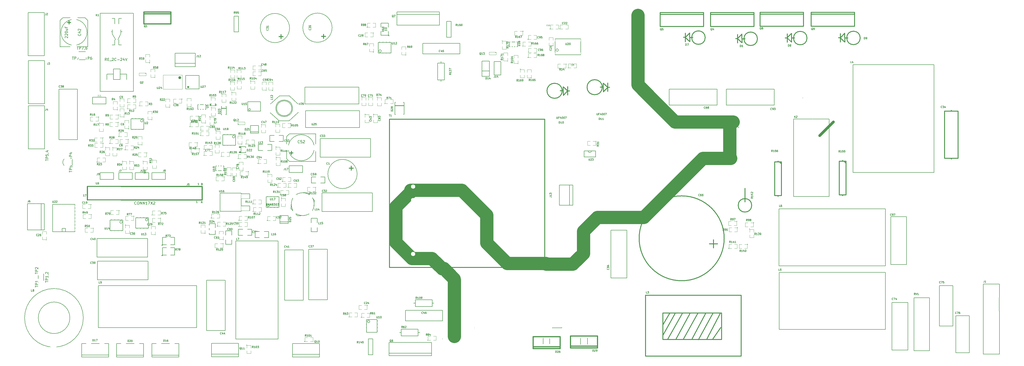
<source format=gto>
G04 (created by PCBNEW (2013-07-07 BZR 4022)-stable) date 31-01-2015 18:12:54*
%MOIN*%
G04 Gerber Fmt 3.4, Leading zero omitted, Abs format*
%FSLAX34Y34*%
G01*
G70*
G90*
G04 APERTURE LIST*
%ADD10C,0.00590551*%
%ADD11C,0.00787402*%
%ADD12C,0.19685*%
%ADD13C,0.0393701*%
%ADD14C,0.005*%
%ADD15C,0.006*%
%ADD16C,0.015*%
%ADD17C,0.008*%
%ADD18C,0.011811*%
%ADD19C,0.012*%
%ADD20C,0.0039*%
%ADD21C,0.0031*%
%ADD22C,0.019685*%
%ADD23C,0.00393701*%
%ADD24C,0.0147638*%
%ADD25C,0.0043*%
%ADD26C,0.0062*%
%ADD27C,0.0059*%
%ADD28C,0.0748031*%
%ADD29R,0.025X0.05*%
%ADD30C,0.0787402*%
%ADD31C,0.0984252*%
%ADD32C,0.0826772*%
%ADD33C,0.125984*%
%ADD34R,0.0165354X0.0590551*%
%ADD35R,0.110236X0.110236*%
%ADD36C,0.11811*%
%ADD37C,0.0629921*%
%ADD38R,0.07X0.07*%
%ADD39C,0.07*%
%ADD40C,0.0590551*%
%ADD41R,0.05X0.03*%
%ADD42R,0.055X0.035*%
%ADD43R,0.035X0.055*%
%ADD44O,0.0866142X0.0629921*%
%ADD45R,0.0315X0.0394*%
%ADD46C,0.177165*%
%ADD47C,0.15748*%
%ADD48C,0.0866142*%
%ADD49R,0.0393701X0.011811*%
%ADD50R,0.0787402X0.0492126*%
%ADD51R,0.1732X0.0748*%
%ADD52R,0.0748X0.1732*%
%ADD53R,0.06X0.08*%
%ADD54R,0.08X0.06*%
%ADD55R,0.0814961X0.0472441*%
%ADD56R,0.0480315X0.0358268*%
%ADD57R,0.0314961X0.0314961*%
%ADD58R,0.0314961X0.0551181*%
%ADD59R,0.107992X0.085*%
%ADD60C,0.0708661*%
%ADD61R,0.114961X0.109843*%
%ADD62R,0.287402X0.104331*%
%ADD63C,0.110236*%
%ADD64R,0.1X0.05*%
%ADD65R,0.05X0.1*%
%ADD66R,0.0393701X0.259843*%
%ADD67R,0.023622X0.0413386*%
%ADD68R,0.05X0.025*%
%ADD69R,0.12X0.065*%
%ADD70R,0.24X0.24*%
%ADD71R,0.0216535X0.0787402*%
%ADD72C,0.0649606*%
%ADD73C,0.0433071*%
G04 APERTURE END LIST*
G54D10*
G54D11*
X118030Y-29805D02*
X118515Y-29805D01*
G54D12*
X118030Y-34980D02*
X118030Y-29805D01*
X104400Y-24144D02*
X104400Y-13850D01*
X106716Y-26460D02*
X104400Y-24144D01*
X109912Y-29656D02*
X106716Y-26460D01*
X112288Y-29656D02*
X109912Y-29656D01*
X118514Y-29656D02*
X112288Y-29656D01*
G54D11*
X119394Y-30536D02*
X118514Y-29656D01*
G54D12*
X116094Y-35068D02*
X118162Y-35068D01*
X114062Y-35068D02*
X116094Y-35068D01*
X111280Y-37850D02*
X114062Y-35068D01*
X105280Y-43850D02*
X111280Y-37850D01*
X98400Y-43850D02*
X105280Y-43850D01*
X96350Y-45900D02*
X98400Y-43850D01*
X96350Y-49189D02*
X96350Y-45900D01*
X94754Y-50785D02*
X96350Y-49189D01*
X90825Y-50785D02*
X94754Y-50785D01*
G54D11*
X77198Y-52954D02*
X77198Y-53240D01*
G54D12*
X75658Y-51414D02*
X77198Y-52954D01*
G54D11*
X93165Y-60224D02*
X93165Y-60165D01*
X91708Y-60224D02*
X93165Y-60224D01*
X96937Y-62677D02*
X96976Y-62677D01*
X96937Y-61732D02*
X96937Y-62677D01*
X95913Y-61755D02*
X95913Y-62700D01*
X90377Y-62614D02*
X90350Y-62614D01*
X90377Y-61744D02*
X90377Y-62614D01*
X91362Y-62614D02*
X91358Y-62614D01*
X91362Y-61807D02*
X91362Y-62614D01*
X90791Y-50677D02*
X90791Y-50598D01*
G54D12*
X85043Y-50677D02*
X90791Y-50677D01*
X82011Y-47645D02*
X85043Y-50677D01*
X82011Y-43511D02*
X82011Y-47645D01*
X78311Y-39811D02*
X82011Y-43511D01*
X70751Y-39811D02*
X78311Y-39811D01*
G54D11*
X75438Y-61856D02*
X75488Y-61856D01*
G54D12*
X77203Y-53143D02*
X77203Y-61510D01*
X73888Y-49933D02*
X75438Y-51483D01*
X70978Y-49933D02*
X73888Y-49933D01*
X68563Y-47546D02*
X70963Y-49946D01*
X68563Y-42271D02*
X68563Y-47546D01*
X70648Y-40186D02*
X68563Y-42271D01*
G54D11*
X71617Y-40186D02*
X70648Y-40186D01*
X80224Y-60251D02*
X80232Y-60251D01*
X128838Y-26116D02*
X128838Y-26076D01*
G54D13*
X131337Y-31720D02*
X133397Y-29660D01*
G54D10*
X55578Y-24506D02*
X55078Y-24506D01*
X55078Y-24506D02*
X55078Y-27006D01*
X55078Y-27006D02*
X55578Y-27006D01*
X55578Y-27006D02*
X63078Y-27006D01*
X63078Y-27006D02*
X63078Y-24506D01*
X63078Y-24506D02*
X62578Y-24506D01*
X55578Y-24506D02*
X62578Y-24506D01*
X55683Y-28006D02*
X55183Y-28006D01*
X55183Y-28006D02*
X55183Y-30506D01*
X55183Y-30506D02*
X55683Y-30506D01*
X55683Y-30506D02*
X63183Y-30506D01*
X63183Y-30506D02*
X63183Y-28006D01*
X63183Y-28006D02*
X62683Y-28006D01*
X55683Y-28006D02*
X62683Y-28006D01*
G54D14*
X31205Y-30765D02*
X31205Y-29205D01*
X31205Y-29205D02*
X29305Y-29205D01*
X29305Y-29205D02*
X29305Y-30765D01*
X29305Y-30765D02*
X31205Y-30765D01*
X31005Y-30765D02*
X31005Y-31195D01*
X30505Y-30765D02*
X30505Y-31195D01*
X30005Y-30765D02*
X30005Y-31195D01*
X29505Y-31195D02*
X29505Y-30765D01*
X29505Y-29205D02*
X29505Y-28775D01*
X30005Y-28775D02*
X30005Y-29205D01*
X30505Y-28775D02*
X30505Y-29205D01*
X31005Y-28775D02*
X31005Y-29205D01*
X31101Y-29495D02*
G75*
G03X31101Y-29495I-186J0D01*
G74*
G01*
G54D15*
X26760Y-37216D02*
X26760Y-38216D01*
X26760Y-38216D02*
X24760Y-38216D01*
X24760Y-38216D02*
X24760Y-37216D01*
X24760Y-37216D02*
X26760Y-37216D01*
X29510Y-37220D02*
X29510Y-38220D01*
X29510Y-38220D02*
X27510Y-38220D01*
X27510Y-38220D02*
X27510Y-37220D01*
X27510Y-37220D02*
X29510Y-37220D01*
X31933Y-37216D02*
X31933Y-38216D01*
X31933Y-38216D02*
X29933Y-38216D01*
X29933Y-38216D02*
X29933Y-37216D01*
X29933Y-37216D02*
X31933Y-37216D01*
G54D10*
X131330Y-51031D02*
X141074Y-51031D01*
X141074Y-51031D02*
X141074Y-44437D01*
X141074Y-43649D02*
X141074Y-42566D01*
X141074Y-42566D02*
X131724Y-42566D01*
X130641Y-42566D02*
X125326Y-42566D01*
X125326Y-42566D02*
X125326Y-43255D01*
X130740Y-51031D02*
X125326Y-51031D01*
X125326Y-51031D02*
X125326Y-45618D01*
X141074Y-43649D02*
X141074Y-44437D01*
X125326Y-43255D02*
X125326Y-45618D01*
X130740Y-51031D02*
X131330Y-51031D01*
X130641Y-42566D02*
X131724Y-42566D01*
X142456Y-50822D02*
X141866Y-50822D01*
X141866Y-50822D02*
X141866Y-50232D01*
X144228Y-50232D02*
X144228Y-50822D01*
X144228Y-50822D02*
X143047Y-50822D01*
X143244Y-43736D02*
X144031Y-43736D01*
X144031Y-43736D02*
X144228Y-43736D01*
X144228Y-43736D02*
X144228Y-48460D01*
X141866Y-48263D02*
X141866Y-43736D01*
X141866Y-43736D02*
X142062Y-43736D01*
X143244Y-43736D02*
X142062Y-43736D01*
X143047Y-50822D02*
X142456Y-50822D01*
X144228Y-50232D02*
X144228Y-48460D01*
X141866Y-50232D02*
X141866Y-48263D01*
G54D15*
X25615Y-26005D02*
X25615Y-27005D01*
X25615Y-27005D02*
X23615Y-27005D01*
X23615Y-27005D02*
X23615Y-26005D01*
X23615Y-26005D02*
X25615Y-26005D01*
G54D10*
X27389Y-17460D02*
X27822Y-16555D01*
X27035Y-17460D02*
X26562Y-16594D01*
X26405Y-16279D02*
X26562Y-16279D01*
X26562Y-16594D02*
X26562Y-15964D01*
X27862Y-16279D02*
X28019Y-16279D01*
X27822Y-16555D02*
X27822Y-15964D01*
X27507Y-18248D02*
X27507Y-17460D01*
X26917Y-18248D02*
X26917Y-17460D01*
X27507Y-15098D02*
X27507Y-14311D01*
X26917Y-14311D02*
X26917Y-15098D01*
X27901Y-14311D02*
X27507Y-14311D01*
X26523Y-14311D02*
X26917Y-14311D01*
X27901Y-18248D02*
X27507Y-18248D01*
X26523Y-18248D02*
X26917Y-18248D01*
X28688Y-23366D02*
X28688Y-22578D01*
X28688Y-22578D02*
X27704Y-22578D01*
X25736Y-23366D02*
X25736Y-22578D01*
X25736Y-22578D02*
X26720Y-22578D01*
X26720Y-23366D02*
X26720Y-21791D01*
X26720Y-21791D02*
X27704Y-21791D01*
X27704Y-21791D02*
X27704Y-23366D01*
X27704Y-23366D02*
X26720Y-23366D01*
X24751Y-24153D02*
X24751Y-25137D01*
X24751Y-25137D02*
X25736Y-25137D01*
X27704Y-25137D02*
X29673Y-25137D01*
X29673Y-25137D02*
X29673Y-24153D01*
X29673Y-21791D02*
X29673Y-21594D01*
X27704Y-13523D02*
X29673Y-13523D01*
X29673Y-13523D02*
X29673Y-21594D01*
X24751Y-22578D02*
X24751Y-13523D01*
X24751Y-13523D02*
X26917Y-13523D01*
X26917Y-13523D02*
X27704Y-13523D01*
X29673Y-24153D02*
X29673Y-21791D01*
X24751Y-24153D02*
X24751Y-22578D01*
X25736Y-25137D02*
X27704Y-25137D01*
G54D15*
X34420Y-37210D02*
X34420Y-38210D01*
X34420Y-38210D02*
X32420Y-38210D01*
X32420Y-38210D02*
X32420Y-37210D01*
X32420Y-37210D02*
X34420Y-37210D01*
G54D16*
X31216Y-13600D02*
X31216Y-13350D01*
X31216Y-13350D02*
X35216Y-13350D01*
X35216Y-13350D02*
X35216Y-13600D01*
X31216Y-15100D02*
X31216Y-13600D01*
X31216Y-13600D02*
X35216Y-13600D01*
X35216Y-13600D02*
X35216Y-15100D01*
X35216Y-15100D02*
X31216Y-15100D01*
G54D10*
X57242Y-64180D02*
X53242Y-64180D01*
X57242Y-64580D02*
X53242Y-64580D01*
X53242Y-64580D02*
X53242Y-62580D01*
X53242Y-62580D02*
X57242Y-62580D01*
X57242Y-62580D02*
X57242Y-64580D01*
X45259Y-64123D02*
X41259Y-64123D01*
X45259Y-64523D02*
X41259Y-64523D01*
X41259Y-64523D02*
X41259Y-62523D01*
X41259Y-62523D02*
X45259Y-62523D01*
X45259Y-62523D02*
X45259Y-64523D01*
X31845Y-53107D02*
X31845Y-50352D01*
X31845Y-50352D02*
X24364Y-50352D01*
X24364Y-50352D02*
X24364Y-53107D01*
X24364Y-53107D02*
X31845Y-53107D01*
G54D17*
X46620Y-26682D02*
X48520Y-26682D01*
X48520Y-26682D02*
X48520Y-28082D01*
X48520Y-28082D02*
X46620Y-28082D01*
X46620Y-28082D02*
X46620Y-26682D01*
X47020Y-27832D02*
G75*
G03X47020Y-27832I-150J0D01*
G74*
G01*
G54D18*
X137350Y-17200D02*
G75*
G03X137350Y-17200I-1000J0D01*
G74*
G01*
X135503Y-17196D02*
X135074Y-17196D01*
X134393Y-17168D02*
X134133Y-17168D01*
X135066Y-17790D02*
X135054Y-16550D01*
X135035Y-16511D02*
X134444Y-17160D01*
X135035Y-17790D02*
X134424Y-17188D01*
X134416Y-17818D02*
X134416Y-16570D01*
X129470Y-17220D02*
G75*
G03X129470Y-17220I-1000J0D01*
G74*
G01*
X127623Y-17216D02*
X127194Y-17216D01*
X126513Y-17188D02*
X126253Y-17188D01*
X127186Y-17810D02*
X127174Y-16570D01*
X127155Y-16531D02*
X126564Y-17180D01*
X127155Y-17810D02*
X126544Y-17208D01*
X126536Y-17838D02*
X126536Y-16590D01*
X122120Y-17325D02*
G75*
G03X122120Y-17325I-1000J0D01*
G74*
G01*
X120273Y-17321D02*
X119844Y-17321D01*
X119163Y-17293D02*
X118903Y-17293D01*
X119836Y-17915D02*
X119824Y-16675D01*
X119805Y-16636D02*
X119214Y-17285D01*
X119805Y-17915D02*
X119194Y-17313D01*
X119186Y-17943D02*
X119186Y-16695D01*
X114385Y-17150D02*
G75*
G03X114385Y-17150I-1000J0D01*
G74*
G01*
X112538Y-17146D02*
X112109Y-17146D01*
X111428Y-17118D02*
X111168Y-17118D01*
X112101Y-17740D02*
X112089Y-16500D01*
X112070Y-16461D02*
X111479Y-17110D01*
X112070Y-17740D02*
X111459Y-17138D01*
X111451Y-17768D02*
X111451Y-16520D01*
X93192Y-25047D02*
G75*
G03X93192Y-25047I-1118J0D01*
G74*
G01*
X92921Y-25051D02*
X93350Y-25051D01*
X94031Y-25078D02*
X94291Y-25078D01*
X93358Y-24456D02*
X93370Y-25696D01*
X93389Y-25736D02*
X93980Y-25086D01*
X93389Y-24456D02*
X94000Y-25059D01*
X94007Y-24429D02*
X94007Y-25677D01*
X99129Y-24515D02*
G75*
G03X99129Y-24515I-1118J0D01*
G74*
G01*
X98858Y-24519D02*
X99287Y-24519D01*
X99968Y-24547D02*
X100228Y-24547D01*
X99295Y-23925D02*
X99307Y-25165D01*
X99326Y-25204D02*
X99917Y-24555D01*
X99326Y-23925D02*
X99937Y-24527D01*
X99944Y-23897D02*
X99944Y-25145D01*
X67618Y-48267D02*
X67618Y-50767D01*
X67618Y-50767D02*
X67618Y-51267D01*
X67618Y-51267D02*
X70118Y-51267D01*
X69118Y-29267D02*
X67618Y-29267D01*
X67618Y-29267D02*
X67618Y-31267D01*
X88618Y-29267D02*
X90618Y-29267D01*
X90618Y-29267D02*
X90618Y-31767D01*
X90618Y-48267D02*
X90618Y-51267D01*
X90618Y-51267D02*
X89118Y-51267D01*
X70118Y-51267D02*
X89118Y-51267D01*
X69118Y-29267D02*
X88618Y-29267D01*
X90618Y-31767D02*
X90618Y-48267D01*
X67618Y-31267D02*
X67618Y-48767D01*
X115514Y-61888D02*
X116695Y-60195D01*
X114608Y-61927D02*
X116616Y-58108D01*
X113388Y-62006D02*
X115553Y-58030D01*
X112403Y-61927D02*
X114490Y-58030D01*
X111143Y-61927D02*
X113309Y-58030D01*
X110041Y-61927D02*
X112128Y-58148D01*
X108860Y-61888D02*
X111025Y-58069D01*
X108151Y-61297D02*
X109962Y-58069D01*
X109136Y-58030D02*
X108112Y-59801D01*
X116813Y-61967D02*
X108388Y-61967D01*
X108388Y-61967D02*
X108112Y-61967D01*
X108112Y-61967D02*
X108112Y-58030D01*
X108112Y-58030D02*
X116813Y-58030D01*
X116813Y-58030D02*
X116813Y-61967D01*
X106183Y-55392D02*
X105553Y-55392D01*
X105553Y-55392D02*
X105553Y-57715D01*
X105553Y-62557D02*
X105553Y-64447D01*
X105553Y-64447D02*
X106734Y-64447D01*
X119726Y-62045D02*
X119726Y-64447D01*
X119726Y-64447D02*
X118702Y-64447D01*
X118663Y-55392D02*
X119726Y-55392D01*
X119726Y-55392D02*
X119726Y-57990D01*
X106734Y-64447D02*
X118702Y-64447D01*
X106143Y-55392D02*
X118663Y-55392D01*
X119726Y-57990D02*
X119726Y-62006D01*
X105553Y-57715D02*
X105553Y-62518D01*
X151844Y-35056D02*
X151844Y-34556D01*
X149844Y-35056D02*
X149844Y-34556D01*
G54D10*
X151844Y-34556D02*
X151844Y-35056D01*
X149844Y-35056D02*
X149844Y-34556D01*
G54D19*
X150844Y-35556D02*
X150844Y-35056D01*
X151844Y-35056D02*
X149844Y-35056D01*
X149844Y-34556D02*
X149844Y-28056D01*
X149844Y-28056D02*
X151844Y-28056D01*
X151844Y-28056D02*
X151844Y-34556D01*
X150844Y-28056D02*
X150844Y-27556D01*
G54D10*
X151082Y-54456D02*
X151082Y-59956D01*
X151082Y-59956D02*
X149082Y-59956D01*
X149082Y-59956D02*
X149082Y-53956D01*
X149082Y-53956D02*
X151082Y-53956D01*
X151082Y-53956D02*
X151082Y-54456D01*
X153519Y-58448D02*
X151519Y-58448D01*
X151519Y-58448D02*
X151519Y-63948D01*
X151519Y-63948D02*
X153519Y-63948D01*
X153519Y-63948D02*
X153519Y-58448D01*
X21590Y-19240D02*
X22590Y-19240D01*
X16384Y-52210D02*
X16384Y-53210D01*
X21015Y-45965D02*
X21015Y-41915D01*
X17715Y-45965D02*
X17715Y-41915D01*
G54D14*
X17715Y-45965D02*
X21015Y-45965D01*
X19115Y-45965D02*
X19115Y-45465D01*
X19115Y-45465D02*
X19615Y-45465D01*
X19615Y-45465D02*
X19615Y-45965D01*
X21015Y-41915D02*
X17715Y-41915D01*
G54D20*
X16840Y-47180D02*
G75*
G03X16840Y-47180I-50J0D01*
G74*
G01*
X16790Y-46730D02*
X16790Y-47130D01*
X16790Y-47130D02*
X16190Y-47130D01*
X16190Y-47130D02*
X16190Y-46730D01*
X16190Y-46330D02*
X16190Y-45930D01*
X16190Y-45930D02*
X16790Y-45930D01*
X16790Y-45930D02*
X16790Y-46330D01*
X23457Y-41919D02*
G75*
G03X23457Y-41919I-50J0D01*
G74*
G01*
X22957Y-41919D02*
X23357Y-41919D01*
X23357Y-41919D02*
X23357Y-42519D01*
X23357Y-42519D02*
X22957Y-42519D01*
X22557Y-42519D02*
X22157Y-42519D01*
X22157Y-42519D02*
X22157Y-41919D01*
X22157Y-41919D02*
X22557Y-41919D01*
X23810Y-45450D02*
G75*
G03X23810Y-45450I-50J0D01*
G74*
G01*
X23310Y-45450D02*
X23710Y-45450D01*
X23710Y-45450D02*
X23710Y-46050D01*
X23710Y-46050D02*
X23310Y-46050D01*
X22910Y-46050D02*
X22510Y-46050D01*
X22510Y-46050D02*
X22510Y-45450D01*
X22510Y-45450D02*
X22910Y-45450D01*
X23510Y-43420D02*
G75*
G03X23510Y-43420I-50J0D01*
G74*
G01*
X23010Y-43420D02*
X23410Y-43420D01*
X23410Y-43420D02*
X23410Y-44020D01*
X23410Y-44020D02*
X23010Y-44020D01*
X22610Y-44020D02*
X22210Y-44020D01*
X22210Y-44020D02*
X22210Y-43420D01*
X22210Y-43420D02*
X22610Y-43420D01*
G54D10*
X16027Y-41796D02*
X16027Y-45674D01*
X13980Y-44296D02*
X13980Y-45694D01*
X13980Y-45694D02*
X14708Y-45694D01*
X16480Y-44040D02*
X16480Y-45694D01*
X16480Y-45694D02*
X15240Y-45694D01*
X13980Y-43568D02*
X13980Y-41796D01*
X13980Y-41796D02*
X14610Y-41796D01*
X15279Y-41796D02*
X16382Y-41796D01*
X16382Y-41796D02*
X16460Y-41796D01*
X16460Y-41796D02*
X16480Y-41796D01*
X16480Y-41796D02*
X16480Y-43194D01*
X15260Y-45694D02*
X14708Y-45694D01*
X15260Y-41796D02*
X14610Y-41796D01*
X13980Y-43548D02*
X13980Y-44276D01*
X16480Y-43214D02*
X16480Y-44040D01*
G54D20*
X32117Y-20890D02*
G75*
G03X32117Y-20890I-50J0D01*
G74*
G01*
X32067Y-20440D02*
X32067Y-20840D01*
X32067Y-20840D02*
X31467Y-20840D01*
X31467Y-20840D02*
X31467Y-20440D01*
X31467Y-20040D02*
X31467Y-19640D01*
X31467Y-19640D02*
X32067Y-19640D01*
X32067Y-19640D02*
X32067Y-20040D01*
X91451Y-15859D02*
G75*
G03X91451Y-15859I-50J0D01*
G74*
G01*
X91851Y-15859D02*
X91451Y-15859D01*
X91451Y-15859D02*
X91451Y-15259D01*
X91451Y-15259D02*
X91851Y-15259D01*
X92251Y-15259D02*
X92651Y-15259D01*
X92651Y-15259D02*
X92651Y-15859D01*
X92651Y-15859D02*
X92251Y-15859D01*
G54D10*
X14114Y-20563D02*
X16514Y-20563D01*
X16514Y-20563D02*
X16514Y-26963D01*
X16514Y-26963D02*
X14114Y-26963D01*
X14114Y-26963D02*
X14114Y-20563D01*
X14103Y-27280D02*
X16503Y-27280D01*
X16503Y-27280D02*
X16503Y-33680D01*
X16503Y-33680D02*
X14103Y-33680D01*
X14103Y-33680D02*
X14103Y-27280D01*
X14091Y-13433D02*
X16491Y-13433D01*
X16491Y-13433D02*
X16491Y-19833D01*
X16491Y-19833D02*
X14091Y-19833D01*
X14091Y-19833D02*
X14091Y-13433D01*
G54D20*
X32893Y-23079D02*
G75*
G03X32893Y-23079I-50J0D01*
G74*
G01*
X32843Y-22629D02*
X32843Y-23029D01*
X32843Y-23029D02*
X32243Y-23029D01*
X32243Y-23029D02*
X32243Y-22629D01*
X32243Y-22229D02*
X32243Y-21829D01*
X32243Y-21829D02*
X32843Y-21829D01*
X32843Y-21829D02*
X32843Y-22229D01*
G54D21*
X31537Y-22472D02*
G75*
G03X31537Y-22472I-62J0D01*
G74*
G01*
X30511Y-22810D02*
X30511Y-22410D01*
X31536Y-22810D02*
X31536Y-22410D01*
X30511Y-22410D02*
X31536Y-22410D01*
X31536Y-22810D02*
X30511Y-22810D01*
G54D20*
X28100Y-35500D02*
G75*
G03X28100Y-35500I-50J0D01*
G74*
G01*
X28050Y-35950D02*
X28050Y-35550D01*
X28050Y-35550D02*
X28650Y-35550D01*
X28650Y-35550D02*
X28650Y-35950D01*
X28650Y-36350D02*
X28650Y-36750D01*
X28650Y-36750D02*
X28050Y-36750D01*
X28050Y-36750D02*
X28050Y-36350D01*
X29165Y-35500D02*
G75*
G03X29165Y-35500I-50J0D01*
G74*
G01*
X29115Y-35950D02*
X29115Y-35550D01*
X29115Y-35550D02*
X29715Y-35550D01*
X29715Y-35550D02*
X29715Y-35950D01*
X29715Y-36350D02*
X29715Y-36750D01*
X29715Y-36750D02*
X29115Y-36750D01*
X29115Y-36750D02*
X29115Y-36350D01*
X32524Y-35288D02*
G75*
G03X32524Y-35288I-50J0D01*
G74*
G01*
X32474Y-35738D02*
X32474Y-35338D01*
X32474Y-35338D02*
X33074Y-35338D01*
X33074Y-35338D02*
X33074Y-35738D01*
X33074Y-36138D02*
X33074Y-36538D01*
X33074Y-36538D02*
X32474Y-36538D01*
X32474Y-36538D02*
X32474Y-36138D01*
X31160Y-35485D02*
G75*
G03X31160Y-35485I-50J0D01*
G74*
G01*
X31110Y-35935D02*
X31110Y-35535D01*
X31110Y-35535D02*
X31710Y-35535D01*
X31710Y-35535D02*
X31710Y-35935D01*
X31710Y-36335D02*
X31710Y-36735D01*
X31710Y-36735D02*
X31110Y-36735D01*
X31110Y-36735D02*
X31110Y-36335D01*
G54D10*
X22259Y-58754D02*
G75*
G03X22259Y-58754I-4351J0D01*
G74*
G01*
X20268Y-58746D02*
G75*
G03X20268Y-58746I-2340J0D01*
G74*
G01*
X157964Y-57740D02*
X157968Y-53740D01*
X155566Y-57755D02*
X155582Y-53748D01*
X157971Y-64148D02*
X155571Y-64148D01*
X155571Y-64148D02*
X155571Y-57748D01*
X155571Y-53748D02*
X157971Y-53748D01*
X157971Y-57748D02*
X157971Y-64148D01*
X146984Y-63637D02*
X146826Y-63637D01*
X145330Y-63637D02*
X146866Y-63637D01*
X147614Y-61590D02*
X147614Y-55763D01*
X147614Y-55763D02*
X145330Y-55763D01*
X145330Y-57732D02*
X145330Y-55763D01*
X145330Y-59070D02*
X145330Y-63637D01*
X147614Y-62417D02*
X147614Y-63637D01*
X147614Y-63637D02*
X146905Y-63637D01*
X147614Y-61551D02*
X147614Y-62417D01*
X145330Y-57732D02*
X145330Y-59070D01*
X143830Y-56456D02*
X144421Y-56456D01*
X144421Y-56456D02*
X144421Y-57047D01*
X142059Y-57047D02*
X142059Y-56456D01*
X142059Y-56456D02*
X143240Y-56456D01*
X143043Y-63543D02*
X142255Y-63543D01*
X142255Y-63543D02*
X142059Y-63543D01*
X142059Y-63543D02*
X142059Y-58818D01*
X144421Y-59015D02*
X144421Y-63543D01*
X144421Y-63543D02*
X144224Y-63543D01*
X143043Y-63543D02*
X144224Y-63543D01*
X143240Y-56456D02*
X143830Y-56456D01*
X142059Y-57047D02*
X142059Y-58818D01*
X144421Y-57047D02*
X144421Y-59015D01*
X131338Y-60476D02*
X141082Y-60476D01*
X141082Y-60476D02*
X141082Y-53881D01*
X141082Y-53094D02*
X141082Y-52011D01*
X141082Y-52011D02*
X131732Y-52011D01*
X130649Y-52011D02*
X125334Y-52011D01*
X125334Y-52011D02*
X125334Y-52700D01*
X130748Y-60476D02*
X125334Y-60476D01*
X125334Y-60476D02*
X125334Y-55062D01*
X141082Y-53094D02*
X141082Y-53881D01*
X125334Y-52700D02*
X125334Y-55062D01*
X130748Y-60476D02*
X131338Y-60476D01*
X130649Y-52011D02*
X131732Y-52011D01*
X130236Y-29251D02*
X127480Y-29251D01*
X127480Y-29251D02*
X127480Y-30354D01*
X127480Y-36102D02*
X127480Y-30354D01*
X132755Y-35984D02*
X132755Y-29251D01*
X132755Y-29251D02*
X131220Y-29251D01*
X127480Y-37952D02*
X127480Y-40708D01*
X127480Y-40708D02*
X127480Y-40748D01*
X127480Y-40748D02*
X129330Y-40748D01*
X132755Y-37204D02*
X132755Y-40748D01*
X132755Y-40748D02*
X130708Y-40748D01*
X127480Y-36062D02*
X127480Y-37992D01*
X132755Y-35984D02*
X132755Y-37204D01*
X130748Y-40748D02*
X129330Y-40748D01*
X131220Y-29251D02*
X130275Y-29251D01*
G54D19*
X125696Y-35590D02*
X125696Y-40590D01*
X125696Y-40590D02*
X124696Y-40590D01*
X124696Y-40590D02*
X124696Y-35590D01*
X125196Y-40590D02*
X125196Y-41090D01*
X125196Y-35090D02*
X125196Y-35590D01*
X125396Y-35590D02*
X125696Y-35890D01*
X125696Y-35590D02*
X124696Y-35590D01*
X135244Y-35492D02*
X135244Y-40492D01*
X135244Y-40492D02*
X134244Y-40492D01*
X134244Y-40492D02*
X134244Y-35492D01*
X134744Y-40492D02*
X134744Y-40992D01*
X134744Y-34992D02*
X134744Y-35492D01*
X134944Y-35492D02*
X135244Y-35792D01*
X135244Y-35492D02*
X134244Y-35492D01*
G54D10*
X145285Y-21160D02*
X148285Y-21160D01*
X138285Y-21160D02*
X136285Y-21160D01*
X136285Y-21160D02*
X136285Y-22160D01*
X137285Y-37160D02*
X136285Y-37160D01*
X136285Y-37160D02*
X136285Y-36160D01*
X148285Y-37160D02*
X145285Y-37160D01*
X136285Y-22160D02*
X136285Y-36160D01*
X148285Y-21160D02*
X148285Y-37160D01*
X145285Y-37160D02*
X137285Y-37160D01*
X145285Y-21160D02*
X138285Y-21160D01*
G54D18*
X130111Y-13678D02*
X136489Y-13678D01*
X133871Y-15469D02*
X136528Y-15469D01*
X136528Y-15469D02*
X136528Y-15056D01*
X133871Y-15469D02*
X130091Y-15469D01*
X130091Y-15469D02*
X130091Y-14859D01*
X130091Y-14327D02*
X130091Y-13540D01*
X130091Y-13540D02*
X130091Y-13461D01*
X130091Y-13461D02*
X130091Y-13402D01*
X130091Y-13402D02*
X133339Y-13402D01*
X134875Y-13402D02*
X136489Y-13402D01*
X136489Y-13402D02*
X136528Y-13402D01*
X136528Y-13402D02*
X136528Y-14229D01*
X136528Y-14209D02*
X136528Y-15016D01*
X130091Y-14367D02*
X130091Y-14839D01*
X133300Y-13402D02*
X134875Y-13402D01*
X122521Y-13684D02*
X128899Y-13684D01*
X126281Y-15475D02*
X128938Y-15475D01*
X128938Y-15475D02*
X128938Y-15062D01*
X126281Y-15475D02*
X122501Y-15475D01*
X122501Y-15475D02*
X122501Y-14865D01*
X122501Y-14333D02*
X122501Y-13546D01*
X122501Y-13546D02*
X122501Y-13467D01*
X122501Y-13467D02*
X122501Y-13408D01*
X122501Y-13408D02*
X125749Y-13408D01*
X127285Y-13408D02*
X128899Y-13408D01*
X128899Y-13408D02*
X128938Y-13408D01*
X128938Y-13408D02*
X128938Y-14235D01*
X128938Y-14215D02*
X128938Y-15022D01*
X122501Y-14373D02*
X122501Y-14845D01*
X125710Y-13408D02*
X127285Y-13408D01*
X107741Y-13714D02*
X114119Y-13714D01*
X111501Y-15505D02*
X114158Y-15505D01*
X114158Y-15505D02*
X114158Y-15092D01*
X111501Y-15505D02*
X107721Y-15505D01*
X107721Y-15505D02*
X107721Y-14895D01*
X107721Y-14363D02*
X107721Y-13576D01*
X107721Y-13576D02*
X107721Y-13497D01*
X107721Y-13497D02*
X107721Y-13438D01*
X107721Y-13438D02*
X110969Y-13438D01*
X112505Y-13438D02*
X114119Y-13438D01*
X114119Y-13438D02*
X114158Y-13438D01*
X114158Y-13438D02*
X114158Y-14265D01*
X114158Y-14245D02*
X114158Y-15052D01*
X107721Y-14403D02*
X107721Y-14875D01*
X110930Y-13438D02*
X112505Y-13438D01*
X115191Y-13714D02*
X121569Y-13714D01*
X118951Y-15505D02*
X121608Y-15505D01*
X121608Y-15505D02*
X121608Y-15092D01*
X118951Y-15505D02*
X115171Y-15505D01*
X115171Y-15505D02*
X115171Y-14895D01*
X115171Y-14363D02*
X115171Y-13576D01*
X115171Y-13576D02*
X115171Y-13497D01*
X115171Y-13497D02*
X115171Y-13438D01*
X115171Y-13438D02*
X118419Y-13438D01*
X119955Y-13438D02*
X121569Y-13438D01*
X121569Y-13438D02*
X121608Y-13438D01*
X121608Y-13438D02*
X121608Y-14265D01*
X121608Y-14245D02*
X121608Y-15052D01*
X115171Y-14403D02*
X115171Y-14875D01*
X118380Y-13438D02*
X119955Y-13438D01*
G54D10*
X117519Y-25393D02*
X117519Y-24803D01*
X117519Y-24803D02*
X118110Y-24803D01*
X118110Y-27165D02*
X117519Y-27165D01*
X117519Y-27165D02*
X117519Y-25984D01*
X124606Y-26181D02*
X124606Y-26968D01*
X124606Y-26968D02*
X124606Y-27165D01*
X124606Y-27165D02*
X119881Y-27165D01*
X120078Y-24803D02*
X124606Y-24803D01*
X124606Y-24803D02*
X124606Y-25000D01*
X124606Y-26181D02*
X124606Y-25000D01*
X117519Y-25984D02*
X117519Y-25393D01*
X118110Y-27165D02*
X119881Y-27165D01*
X118110Y-24803D02*
X120078Y-24803D01*
X101007Y-52822D02*
X100417Y-52822D01*
X100417Y-52822D02*
X100417Y-52232D01*
X102779Y-52232D02*
X102779Y-52822D01*
X102779Y-52822D02*
X101598Y-52822D01*
X101795Y-45736D02*
X102582Y-45736D01*
X102582Y-45736D02*
X102779Y-45736D01*
X102779Y-45736D02*
X102779Y-50460D01*
X100417Y-50263D02*
X100417Y-45736D01*
X100417Y-45736D02*
X100614Y-45736D01*
X101795Y-45736D02*
X100614Y-45736D01*
X101598Y-52822D02*
X101007Y-52822D01*
X102779Y-52232D02*
X102779Y-50460D01*
X100417Y-52232D02*
X100417Y-50263D01*
X116141Y-26574D02*
X116141Y-27165D01*
X116141Y-27165D02*
X115551Y-27165D01*
X115551Y-24803D02*
X116141Y-24803D01*
X116141Y-24803D02*
X116141Y-25984D01*
X109055Y-25787D02*
X109055Y-25000D01*
X109055Y-25000D02*
X109055Y-24803D01*
X109055Y-24803D02*
X113779Y-24803D01*
X113582Y-27165D02*
X109055Y-27165D01*
X109055Y-27165D02*
X109055Y-26968D01*
X109055Y-25787D02*
X109055Y-26968D01*
X116141Y-25984D02*
X116141Y-26574D01*
X115551Y-24803D02*
X113779Y-24803D01*
X115551Y-27165D02*
X113582Y-27165D01*
G54D18*
X117200Y-46948D02*
G75*
G03X117200Y-46948I-6299J0D01*
G74*
G01*
X120275Y-41551D02*
X120275Y-41051D01*
X120275Y-41051D02*
X120275Y-39551D01*
X121275Y-42051D02*
G75*
G03X121275Y-42051I-1000J0D01*
G74*
G01*
G54D16*
X98425Y-62950D02*
X98425Y-63200D01*
X98425Y-63200D02*
X94425Y-63200D01*
X94425Y-63200D02*
X94425Y-62950D01*
X98425Y-61450D02*
X98425Y-62950D01*
X98425Y-62950D02*
X94425Y-62950D01*
X94425Y-62950D02*
X94425Y-61450D01*
X94425Y-61450D02*
X98425Y-61450D01*
X92877Y-63037D02*
X92877Y-63287D01*
X92877Y-63287D02*
X88877Y-63287D01*
X88877Y-63287D02*
X88877Y-63037D01*
X92877Y-61537D02*
X92877Y-63037D01*
X92877Y-63037D02*
X88877Y-63037D01*
X88877Y-63037D02*
X88877Y-61537D01*
X88877Y-61537D02*
X92877Y-61537D01*
G54D10*
X97279Y-34224D02*
G75*
G03X97555Y-33964I7J267D01*
G74*
G01*
X97043Y-33972D02*
G75*
G03X97267Y-34220I236J-11D01*
G74*
G01*
X98137Y-34877D02*
X96437Y-34877D01*
X96437Y-34877D02*
X96437Y-33956D01*
X96437Y-33956D02*
X98153Y-33956D01*
X98153Y-33956D02*
X98153Y-34874D01*
X94287Y-39027D02*
X94787Y-39027D01*
X94787Y-39027D02*
X94787Y-42027D01*
X94787Y-42027D02*
X94287Y-42027D01*
X93287Y-39027D02*
X94287Y-39027D01*
X94287Y-39027D02*
X94287Y-42027D01*
X94287Y-42027D02*
X92787Y-42027D01*
X92787Y-42027D02*
X92787Y-39027D01*
X92787Y-39027D02*
X93287Y-39027D01*
X38845Y-20985D02*
X38845Y-21485D01*
X38845Y-21485D02*
X35845Y-21485D01*
X35845Y-21485D02*
X35845Y-20985D01*
X38845Y-19985D02*
X38845Y-20985D01*
X38845Y-20985D02*
X35845Y-20985D01*
X35845Y-20985D02*
X35845Y-19485D01*
X35845Y-19485D02*
X38845Y-19485D01*
X38845Y-19485D02*
X38845Y-19985D01*
G54D20*
X48678Y-22211D02*
G75*
G03X48678Y-22211I-50J0D01*
G74*
G01*
X48178Y-22211D02*
X48578Y-22211D01*
X48578Y-22211D02*
X48578Y-22811D01*
X48578Y-22811D02*
X48178Y-22811D01*
X47778Y-22811D02*
X47378Y-22811D01*
X47378Y-22811D02*
X47378Y-22211D01*
X47378Y-22211D02*
X47778Y-22211D01*
X28992Y-32260D02*
G75*
G03X28992Y-32260I-50J0D01*
G74*
G01*
X28492Y-32260D02*
X28892Y-32260D01*
X28892Y-32260D02*
X28892Y-32860D01*
X28892Y-32860D02*
X28492Y-32860D01*
X28092Y-32860D02*
X27692Y-32860D01*
X27692Y-32860D02*
X27692Y-32260D01*
X27692Y-32260D02*
X28092Y-32260D01*
X52633Y-39376D02*
G75*
G03X52633Y-39376I-50J0D01*
G74*
G01*
X53033Y-39376D02*
X52633Y-39376D01*
X52633Y-39376D02*
X52633Y-38776D01*
X52633Y-38776D02*
X53033Y-38776D01*
X53433Y-38776D02*
X53833Y-38776D01*
X53833Y-38776D02*
X53833Y-39376D01*
X53833Y-39376D02*
X53433Y-39376D01*
X38070Y-30370D02*
G75*
G03X38070Y-30370I-50J0D01*
G74*
G01*
X38470Y-30370D02*
X38070Y-30370D01*
X38070Y-30370D02*
X38070Y-29770D01*
X38070Y-29770D02*
X38470Y-29770D01*
X38870Y-29770D02*
X39270Y-29770D01*
X39270Y-29770D02*
X39270Y-30370D01*
X39270Y-30370D02*
X38870Y-30370D01*
X41958Y-30972D02*
G75*
G03X41958Y-30972I-50J0D01*
G74*
G01*
X41908Y-31422D02*
X41908Y-31022D01*
X41908Y-31022D02*
X42508Y-31022D01*
X42508Y-31022D02*
X42508Y-31422D01*
X42508Y-31822D02*
X42508Y-32222D01*
X42508Y-32222D02*
X41908Y-32222D01*
X41908Y-32222D02*
X41908Y-31822D01*
X48188Y-35831D02*
G75*
G03X48188Y-35831I-50J0D01*
G74*
G01*
X48588Y-35831D02*
X48188Y-35831D01*
X48188Y-35831D02*
X48188Y-35231D01*
X48188Y-35231D02*
X48588Y-35231D01*
X48988Y-35231D02*
X49388Y-35231D01*
X49388Y-35231D02*
X49388Y-35831D01*
X49388Y-35831D02*
X48988Y-35831D01*
X39660Y-30890D02*
G75*
G03X39660Y-30890I-50J0D01*
G74*
G01*
X40060Y-30890D02*
X39660Y-30890D01*
X39660Y-30890D02*
X39660Y-30290D01*
X39660Y-30290D02*
X40060Y-30290D01*
X40460Y-30290D02*
X40860Y-30290D01*
X40860Y-30290D02*
X40860Y-30890D01*
X40860Y-30890D02*
X40460Y-30890D01*
X51795Y-38506D02*
G75*
G03X51795Y-38506I-50J0D01*
G74*
G01*
X52195Y-38506D02*
X51795Y-38506D01*
X51795Y-38506D02*
X51795Y-37906D01*
X51795Y-37906D02*
X52195Y-37906D01*
X52595Y-37906D02*
X52995Y-37906D01*
X52995Y-37906D02*
X52995Y-38506D01*
X52995Y-38506D02*
X52595Y-38506D01*
X48678Y-21346D02*
G75*
G03X48678Y-21346I-50J0D01*
G74*
G01*
X48178Y-21346D02*
X48578Y-21346D01*
X48578Y-21346D02*
X48578Y-21946D01*
X48578Y-21946D02*
X48178Y-21946D01*
X47778Y-21946D02*
X47378Y-21946D01*
X47378Y-21946D02*
X47378Y-21346D01*
X47378Y-21346D02*
X47778Y-21346D01*
X29036Y-30701D02*
G75*
G03X29036Y-30701I-50J0D01*
G74*
G01*
X28986Y-30251D02*
X28986Y-30651D01*
X28986Y-30651D02*
X28386Y-30651D01*
X28386Y-30651D02*
X28386Y-30251D01*
X28386Y-29851D02*
X28386Y-29451D01*
X28386Y-29451D02*
X28986Y-29451D01*
X28986Y-29451D02*
X28986Y-29851D01*
X88183Y-17394D02*
G75*
G03X88183Y-17394I-50J0D01*
G74*
G01*
X88583Y-17394D02*
X88183Y-17394D01*
X88183Y-17394D02*
X88183Y-16794D01*
X88183Y-16794D02*
X88583Y-16794D01*
X88983Y-16794D02*
X89383Y-16794D01*
X89383Y-16794D02*
X89383Y-17394D01*
X89383Y-17394D02*
X88983Y-17394D01*
X64557Y-25972D02*
G75*
G03X64557Y-25972I-50J0D01*
G74*
G01*
X64507Y-26422D02*
X64507Y-26022D01*
X64507Y-26022D02*
X65107Y-26022D01*
X65107Y-26022D02*
X65107Y-26422D01*
X65107Y-26822D02*
X65107Y-27222D01*
X65107Y-27222D02*
X64507Y-27222D01*
X64507Y-27222D02*
X64507Y-26822D01*
X63572Y-25972D02*
G75*
G03X63572Y-25972I-50J0D01*
G74*
G01*
X63522Y-26422D02*
X63522Y-26022D01*
X63522Y-26022D02*
X64122Y-26022D01*
X64122Y-26022D02*
X64122Y-26422D01*
X64122Y-26822D02*
X64122Y-27222D01*
X64122Y-27222D02*
X63522Y-27222D01*
X63522Y-27222D02*
X63522Y-26822D01*
X65305Y-28531D02*
G75*
G03X65305Y-28531I-50J0D01*
G74*
G01*
X65255Y-28981D02*
X65255Y-28581D01*
X65255Y-28581D02*
X65855Y-28581D01*
X65855Y-28581D02*
X65855Y-28981D01*
X65855Y-29381D02*
X65855Y-29781D01*
X65855Y-29781D02*
X65255Y-29781D01*
X65255Y-29781D02*
X65255Y-29381D01*
X64045Y-28531D02*
G75*
G03X64045Y-28531I-50J0D01*
G74*
G01*
X63995Y-28981D02*
X63995Y-28581D01*
X63995Y-28581D02*
X64595Y-28581D01*
X64595Y-28581D02*
X64595Y-28981D01*
X64595Y-29381D02*
X64595Y-29781D01*
X64595Y-29781D02*
X63995Y-29781D01*
X63995Y-29781D02*
X63995Y-29381D01*
X40161Y-34644D02*
G75*
G03X40161Y-34644I-50J0D01*
G74*
G01*
X40561Y-34644D02*
X40161Y-34644D01*
X40161Y-34644D02*
X40161Y-34044D01*
X40161Y-34044D02*
X40561Y-34044D01*
X40961Y-34044D02*
X41361Y-34044D01*
X41361Y-34044D02*
X41361Y-34644D01*
X41361Y-34644D02*
X40961Y-34644D01*
X44961Y-37708D02*
G75*
G03X44961Y-37708I-50J0D01*
G74*
G01*
X44911Y-37258D02*
X44911Y-37658D01*
X44911Y-37658D02*
X44311Y-37658D01*
X44311Y-37658D02*
X44311Y-37258D01*
X44311Y-36858D02*
X44311Y-36458D01*
X44311Y-36458D02*
X44911Y-36458D01*
X44911Y-36458D02*
X44911Y-36858D01*
X64384Y-56918D02*
G75*
G03X64384Y-56918I-50J0D01*
G74*
G01*
X63884Y-56918D02*
X64284Y-56918D01*
X64284Y-56918D02*
X64284Y-57518D01*
X64284Y-57518D02*
X63884Y-57518D01*
X63484Y-57518D02*
X63084Y-57518D01*
X63084Y-57518D02*
X63084Y-56918D01*
X63084Y-56918D02*
X63484Y-56918D01*
X36925Y-26268D02*
G75*
G03X36925Y-26268I-50J0D01*
G74*
G01*
X36425Y-26268D02*
X36825Y-26268D01*
X36825Y-26268D02*
X36825Y-26868D01*
X36825Y-26868D02*
X36425Y-26868D01*
X36025Y-26868D02*
X35625Y-26868D01*
X35625Y-26868D02*
X35625Y-26268D01*
X35625Y-26268D02*
X36025Y-26268D01*
X27743Y-26202D02*
G75*
G03X27743Y-26202I-50J0D01*
G74*
G01*
X27693Y-26652D02*
X27693Y-26252D01*
X27693Y-26252D02*
X28293Y-26252D01*
X28293Y-26252D02*
X28293Y-26652D01*
X28293Y-27052D02*
X28293Y-27452D01*
X28293Y-27452D02*
X27693Y-27452D01*
X27693Y-27452D02*
X27693Y-27052D01*
X45338Y-45176D02*
G75*
G03X45338Y-45176I-50J0D01*
G74*
G01*
X45738Y-45176D02*
X45338Y-45176D01*
X45338Y-45176D02*
X45338Y-44576D01*
X45338Y-44576D02*
X45738Y-44576D01*
X46138Y-44576D02*
X46538Y-44576D01*
X46538Y-44576D02*
X46538Y-45176D01*
X46538Y-45176D02*
X46138Y-45176D01*
X65294Y-16446D02*
G75*
G03X65294Y-16446I-50J0D01*
G74*
G01*
X64794Y-16446D02*
X65194Y-16446D01*
X65194Y-16446D02*
X65194Y-17046D01*
X65194Y-17046D02*
X64794Y-17046D01*
X64394Y-17046D02*
X63994Y-17046D01*
X63994Y-17046D02*
X63994Y-16446D01*
X63994Y-16446D02*
X64394Y-16446D01*
X32971Y-46420D02*
G75*
G03X32971Y-46420I-50J0D01*
G74*
G01*
X32921Y-45970D02*
X32921Y-46370D01*
X32921Y-46370D02*
X32321Y-46370D01*
X32321Y-46370D02*
X32321Y-45970D01*
X32321Y-45570D02*
X32321Y-45170D01*
X32321Y-45170D02*
X32921Y-45170D01*
X32921Y-45170D02*
X32921Y-45570D01*
X43033Y-47161D02*
G75*
G03X43033Y-47161I-50J0D01*
G74*
G01*
X42983Y-46711D02*
X42983Y-47111D01*
X42983Y-47111D02*
X42383Y-47111D01*
X42383Y-47111D02*
X42383Y-46711D01*
X42383Y-46311D02*
X42383Y-45911D01*
X42383Y-45911D02*
X42983Y-45911D01*
X42983Y-45911D02*
X42983Y-46311D01*
X28546Y-44962D02*
G75*
G03X28546Y-44962I-50J0D01*
G74*
G01*
X28496Y-45412D02*
X28496Y-45012D01*
X28496Y-45012D02*
X29096Y-45012D01*
X29096Y-45012D02*
X29096Y-45412D01*
X29096Y-45812D02*
X29096Y-46212D01*
X29096Y-46212D02*
X28496Y-46212D01*
X28496Y-46212D02*
X28496Y-45812D01*
X88222Y-19323D02*
G75*
G03X88222Y-19323I-50J0D01*
G74*
G01*
X88622Y-19323D02*
X88222Y-19323D01*
X88222Y-19323D02*
X88222Y-18723D01*
X88222Y-18723D02*
X88622Y-18723D01*
X89022Y-18723D02*
X89422Y-18723D01*
X89422Y-18723D02*
X89422Y-19323D01*
X89422Y-19323D02*
X89022Y-19323D01*
X92868Y-15859D02*
G75*
G03X92868Y-15859I-50J0D01*
G74*
G01*
X93268Y-15859D02*
X92868Y-15859D01*
X92868Y-15859D02*
X92868Y-15259D01*
X92868Y-15259D02*
X93268Y-15259D01*
X93668Y-15259D02*
X94068Y-15259D01*
X94068Y-15259D02*
X94068Y-15859D01*
X94068Y-15859D02*
X93668Y-15859D01*
X91889Y-18374D02*
G75*
G03X91889Y-18374I-50J0D01*
G74*
G01*
X91839Y-17924D02*
X91839Y-18324D01*
X91839Y-18324D02*
X91239Y-18324D01*
X91239Y-18324D02*
X91239Y-17924D01*
X91239Y-17524D02*
X91239Y-17124D01*
X91239Y-17124D02*
X91839Y-17124D01*
X91839Y-17124D02*
X91839Y-17524D01*
G54D10*
X62821Y-37396D02*
G75*
G03X62821Y-37396I-2167J0D01*
G74*
G01*
X59112Y-15680D02*
G75*
G03X59112Y-15680I-2167J0D01*
G74*
G01*
X52811Y-15730D02*
G75*
G03X52811Y-15730I-2167J0D01*
G74*
G01*
X82393Y-22098D02*
X81318Y-22102D01*
X82405Y-20653D02*
X82409Y-22889D01*
X82409Y-22889D02*
X81311Y-22889D01*
X81311Y-22889D02*
X81311Y-20637D01*
X81311Y-20637D02*
X82413Y-20637D01*
G54D17*
X52394Y-35148D02*
X52394Y-34048D01*
X52394Y-31848D02*
X52394Y-32948D01*
X56694Y-35548D02*
X56694Y-34048D01*
X56694Y-31448D02*
X56694Y-32948D01*
X56473Y-33498D02*
G75*
G03X56473Y-33498I-1929J0D01*
G74*
G01*
X56709Y-31451D02*
X52772Y-31451D01*
X52772Y-31451D02*
X52379Y-31844D01*
X52379Y-35152D02*
X52772Y-35545D01*
X52772Y-35545D02*
X56709Y-35545D01*
X19227Y-14216D02*
X20327Y-14216D01*
X22527Y-14216D02*
X21427Y-14216D01*
X18827Y-18516D02*
X20327Y-18516D01*
X22927Y-18516D02*
X21427Y-18516D01*
X22806Y-16366D02*
G75*
G03X22806Y-16366I-1929J0D01*
G74*
G01*
X22924Y-18531D02*
X22924Y-14594D01*
X22924Y-14594D02*
X22531Y-14201D01*
X19223Y-14201D02*
X18830Y-14594D01*
X18830Y-14594D02*
X18830Y-18531D01*
G54D14*
X45228Y-45606D02*
X45228Y-46506D01*
X45228Y-46506D02*
X45878Y-46506D01*
X46578Y-45606D02*
X47228Y-45606D01*
X47228Y-45606D02*
X47228Y-46506D01*
X47228Y-46506D02*
X46578Y-46506D01*
X45878Y-45606D02*
X45228Y-45606D01*
X51888Y-32561D02*
X51888Y-31661D01*
X51888Y-31661D02*
X51238Y-31661D01*
X50538Y-32561D02*
X49888Y-32561D01*
X49888Y-32561D02*
X49888Y-31661D01*
X49888Y-31661D02*
X50538Y-31661D01*
X51238Y-32561D02*
X51888Y-32561D01*
X43358Y-47826D02*
X44258Y-47826D01*
X44258Y-47826D02*
X44258Y-47176D01*
X43358Y-46476D02*
X43358Y-45826D01*
X43358Y-45826D02*
X44258Y-45826D01*
X44258Y-45826D02*
X44258Y-46476D01*
X43358Y-47176D02*
X43358Y-47826D01*
X56055Y-37842D02*
X56055Y-38742D01*
X56055Y-38742D02*
X56705Y-38742D01*
X57405Y-37842D02*
X58055Y-37842D01*
X58055Y-37842D02*
X58055Y-38742D01*
X58055Y-38742D02*
X57405Y-38742D01*
X56705Y-37842D02*
X56055Y-37842D01*
G54D20*
X41060Y-28900D02*
G75*
G03X41060Y-28900I-50J0D01*
G74*
G01*
X41010Y-29350D02*
X41010Y-28950D01*
X41010Y-28950D02*
X41610Y-28950D01*
X41610Y-28950D02*
X41610Y-29350D01*
X41610Y-29750D02*
X41610Y-30150D01*
X41610Y-30150D02*
X41010Y-30150D01*
X41010Y-30150D02*
X41010Y-29750D01*
X51643Y-40941D02*
G75*
G03X51643Y-40941I-50J0D01*
G74*
G01*
X51593Y-41391D02*
X51593Y-40991D01*
X51593Y-40991D02*
X52193Y-40991D01*
X52193Y-40991D02*
X52193Y-41391D01*
X52193Y-41791D02*
X52193Y-42191D01*
X52193Y-42191D02*
X51593Y-42191D01*
X51593Y-42191D02*
X51593Y-41791D01*
X45969Y-36896D02*
G75*
G03X45969Y-36896I-50J0D01*
G74*
G01*
X45919Y-36446D02*
X45919Y-36846D01*
X45919Y-36846D02*
X45319Y-36846D01*
X45319Y-36846D02*
X45319Y-36446D01*
X45319Y-36046D02*
X45319Y-35646D01*
X45319Y-35646D02*
X45919Y-35646D01*
X45919Y-35646D02*
X45919Y-36046D01*
X49548Y-44296D02*
G75*
G03X49548Y-44296I-50J0D01*
G74*
G01*
X49948Y-44296D02*
X49548Y-44296D01*
X49548Y-44296D02*
X49548Y-43696D01*
X49548Y-43696D02*
X49948Y-43696D01*
X50348Y-43696D02*
X50748Y-43696D01*
X50748Y-43696D02*
X50748Y-44296D01*
X50748Y-44296D02*
X50348Y-44296D01*
X48698Y-30016D02*
G75*
G03X48698Y-30016I-50J0D01*
G74*
G01*
X48648Y-30466D02*
X48648Y-30066D01*
X48648Y-30066D02*
X49248Y-30066D01*
X49248Y-30066D02*
X49248Y-30466D01*
X49248Y-30866D02*
X49248Y-31266D01*
X49248Y-31266D02*
X48648Y-31266D01*
X48648Y-31266D02*
X48648Y-30866D01*
X50353Y-24991D02*
G75*
G03X50353Y-24991I-50J0D01*
G74*
G01*
X50303Y-24541D02*
X50303Y-24941D01*
X50303Y-24941D02*
X49703Y-24941D01*
X49703Y-24941D02*
X49703Y-24541D01*
X49703Y-24141D02*
X49703Y-23741D01*
X49703Y-23741D02*
X50303Y-23741D01*
X50303Y-23741D02*
X50303Y-24141D01*
X49408Y-24991D02*
G75*
G03X49408Y-24991I-50J0D01*
G74*
G01*
X49358Y-24541D02*
X49358Y-24941D01*
X49358Y-24941D02*
X48758Y-24941D01*
X48758Y-24941D02*
X48758Y-24541D01*
X48758Y-24141D02*
X48758Y-23741D01*
X48758Y-23741D02*
X49358Y-23741D01*
X49358Y-23741D02*
X49358Y-24141D01*
G54D10*
X52082Y-56144D02*
X54837Y-56144D01*
X54837Y-56144D02*
X54837Y-48663D01*
X54837Y-48663D02*
X52082Y-48663D01*
X52082Y-48663D02*
X52082Y-56144D01*
X57333Y-32133D02*
X57333Y-34889D01*
X57333Y-34889D02*
X64813Y-34889D01*
X64813Y-34889D02*
X64813Y-32133D01*
X64813Y-32133D02*
X57333Y-32133D01*
X55646Y-56056D02*
X58401Y-56056D01*
X58401Y-56056D02*
X58401Y-48575D01*
X58401Y-48575D02*
X55646Y-48575D01*
X55646Y-48575D02*
X55646Y-56056D01*
X43277Y-53159D02*
X40522Y-53159D01*
X40522Y-53159D02*
X40522Y-60640D01*
X40522Y-60640D02*
X43277Y-60640D01*
X43277Y-60640D02*
X43277Y-53159D01*
X31768Y-49733D02*
X31768Y-46978D01*
X31768Y-46978D02*
X24287Y-46978D01*
X24287Y-46978D02*
X24287Y-49733D01*
X24287Y-49733D02*
X31768Y-49733D01*
X57613Y-40218D02*
X57613Y-42974D01*
X57613Y-42974D02*
X65093Y-42974D01*
X65093Y-42974D02*
X65093Y-40218D01*
X65093Y-40218D02*
X57613Y-40218D01*
X21397Y-24815D02*
X18642Y-24815D01*
X18642Y-24815D02*
X18642Y-32296D01*
X18642Y-32296D02*
X21397Y-32296D01*
X21397Y-32296D02*
X21397Y-24815D01*
X69976Y-57622D02*
X75487Y-57622D01*
X75487Y-57622D02*
X75487Y-59197D01*
X75487Y-59197D02*
X69976Y-59197D01*
X69976Y-59197D02*
X69976Y-57622D01*
X78064Y-19564D02*
X72552Y-19564D01*
X72552Y-19564D02*
X72552Y-17989D01*
X72552Y-17989D02*
X78064Y-17989D01*
X78064Y-17989D02*
X78064Y-19564D01*
X52588Y-44512D02*
X51376Y-44512D01*
X52588Y-43575D02*
X51376Y-43575D01*
X51376Y-43575D02*
X51376Y-44721D01*
X51376Y-44721D02*
X52600Y-44721D01*
X52600Y-44721D02*
X52600Y-43568D01*
X48216Y-31133D02*
X47004Y-31133D01*
X48216Y-30196D02*
X47004Y-30196D01*
X47004Y-30196D02*
X47004Y-31342D01*
X47004Y-31342D02*
X48228Y-31342D01*
X48228Y-31342D02*
X48228Y-30189D01*
G54D20*
X33775Y-43954D02*
G75*
G03X33775Y-43954I-50J0D01*
G74*
G01*
X33275Y-43954D02*
X33675Y-43954D01*
X33675Y-43954D02*
X33675Y-44554D01*
X33675Y-44554D02*
X33275Y-44554D01*
X32875Y-44554D02*
X32475Y-44554D01*
X32475Y-44554D02*
X32475Y-43954D01*
X32475Y-43954D02*
X32875Y-43954D01*
X51068Y-39386D02*
G75*
G03X51068Y-39386I-50J0D01*
G74*
G01*
X51468Y-39386D02*
X51068Y-39386D01*
X51068Y-39386D02*
X51068Y-38786D01*
X51068Y-38786D02*
X51468Y-38786D01*
X51868Y-38786D02*
X52268Y-38786D01*
X52268Y-38786D02*
X52268Y-39386D01*
X52268Y-39386D02*
X51868Y-39386D01*
X87396Y-18418D02*
G75*
G03X87396Y-18418I-50J0D01*
G74*
G01*
X87796Y-18418D02*
X87396Y-18418D01*
X87396Y-18418D02*
X87396Y-17818D01*
X87396Y-17818D02*
X87796Y-17818D01*
X88196Y-17818D02*
X88596Y-17818D01*
X88596Y-17818D02*
X88596Y-18418D01*
X88596Y-18418D02*
X88196Y-18418D01*
X29799Y-43660D02*
G75*
G03X29799Y-43660I-50J0D01*
G74*
G01*
X29299Y-43660D02*
X29699Y-43660D01*
X29699Y-43660D02*
X29699Y-44260D01*
X29699Y-44260D02*
X29299Y-44260D01*
X28899Y-44260D02*
X28499Y-44260D01*
X28499Y-44260D02*
X28499Y-43660D01*
X28499Y-43660D02*
X28899Y-43660D01*
X39373Y-28802D02*
G75*
G03X39373Y-28802I-50J0D01*
G74*
G01*
X38873Y-28802D02*
X39273Y-28802D01*
X39273Y-28802D02*
X39273Y-29402D01*
X39273Y-29402D02*
X38873Y-29402D01*
X38473Y-29402D02*
X38073Y-29402D01*
X38073Y-29402D02*
X38073Y-28802D01*
X38073Y-28802D02*
X38473Y-28802D01*
X39220Y-32750D02*
G75*
G03X39220Y-32750I-50J0D01*
G74*
G01*
X38720Y-32750D02*
X39120Y-32750D01*
X39120Y-32750D02*
X39120Y-33350D01*
X39120Y-33350D02*
X38720Y-33350D01*
X38320Y-33350D02*
X37920Y-33350D01*
X37920Y-33350D02*
X37920Y-32750D01*
X37920Y-32750D02*
X38320Y-32750D01*
X65293Y-19299D02*
G75*
G03X65293Y-19299I-50J0D01*
G74*
G01*
X65243Y-18849D02*
X65243Y-19249D01*
X65243Y-19249D02*
X64643Y-19249D01*
X64643Y-19249D02*
X64643Y-18849D01*
X64643Y-18449D02*
X64643Y-18049D01*
X64643Y-18049D02*
X65243Y-18049D01*
X65243Y-18049D02*
X65243Y-18449D01*
X45787Y-32980D02*
G75*
G03X45787Y-32980I-50J0D01*
G74*
G01*
X45737Y-32530D02*
X45737Y-32930D01*
X45737Y-32930D02*
X45137Y-32930D01*
X45137Y-32930D02*
X45137Y-32530D01*
X45137Y-32130D02*
X45137Y-31730D01*
X45137Y-31730D02*
X45737Y-31730D01*
X45737Y-31730D02*
X45737Y-32130D01*
X63492Y-58673D02*
G75*
G03X63492Y-58673I-50J0D01*
G74*
G01*
X63892Y-58673D02*
X63492Y-58673D01*
X63492Y-58673D02*
X63492Y-58073D01*
X63492Y-58073D02*
X63892Y-58073D01*
X64292Y-58073D02*
X64692Y-58073D01*
X64692Y-58073D02*
X64692Y-58673D01*
X64692Y-58673D02*
X64292Y-58673D01*
G54D10*
X42704Y-27622D02*
X43409Y-27629D01*
X42712Y-27673D02*
X43417Y-27673D01*
X43330Y-28566D02*
X43433Y-28566D01*
X43433Y-28566D02*
X43433Y-27374D01*
X43433Y-27374D02*
X43350Y-27374D01*
X42791Y-28598D02*
X42696Y-28598D01*
X42696Y-28598D02*
X42700Y-27374D01*
X42700Y-27374D02*
X42791Y-27370D01*
X40908Y-45421D02*
X40908Y-45704D01*
X41810Y-45759D02*
X41810Y-46350D01*
X41810Y-46350D02*
X41810Y-46385D01*
X41810Y-46385D02*
X40900Y-46385D01*
X40900Y-46385D02*
X40904Y-46184D01*
X40908Y-44995D02*
X40908Y-44763D01*
X40908Y-44763D02*
X41810Y-44763D01*
X41810Y-44763D02*
X41810Y-45365D01*
X45614Y-34094D02*
X45350Y-34094D01*
X45618Y-33385D02*
X45370Y-33389D01*
X45614Y-33417D02*
X45370Y-33417D01*
X45614Y-33476D02*
X45362Y-33476D01*
X45618Y-34125D02*
X45374Y-34125D01*
X45598Y-34185D02*
X45377Y-34185D01*
X45625Y-34216D02*
X45625Y-33358D01*
X46318Y-33492D02*
X46318Y-33338D01*
X46318Y-33338D02*
X45346Y-33338D01*
X45346Y-33338D02*
X45346Y-33472D01*
X46314Y-34086D02*
X46314Y-34240D01*
X46314Y-34240D02*
X45354Y-34240D01*
X45354Y-34240D02*
X45354Y-34102D01*
X69708Y-27283D02*
X68437Y-27275D01*
X69751Y-27240D02*
X68429Y-27244D01*
X68543Y-26771D02*
X68429Y-26771D01*
X68429Y-26771D02*
X68429Y-28559D01*
X68429Y-28559D02*
X68515Y-28562D01*
X69641Y-26771D02*
X69767Y-26775D01*
X69767Y-26775D02*
X69767Y-28531D01*
X69767Y-28531D02*
X69669Y-28531D01*
G54D15*
X52753Y-37171D02*
X52753Y-36171D01*
X52753Y-36171D02*
X54753Y-36171D01*
X54753Y-36171D02*
X54753Y-37171D01*
X54753Y-37171D02*
X52753Y-37171D01*
G54D14*
X50196Y-33910D02*
X50196Y-33010D01*
X50196Y-33010D02*
X49546Y-33010D01*
X48846Y-33910D02*
X48196Y-33910D01*
X48196Y-33910D02*
X48196Y-33010D01*
X48196Y-33010D02*
X48846Y-33010D01*
X49546Y-33910D02*
X50196Y-33910D01*
X49700Y-46850D02*
X49700Y-45950D01*
X49700Y-45950D02*
X49050Y-45950D01*
X48350Y-46850D02*
X47700Y-46850D01*
X47700Y-46850D02*
X47700Y-45950D01*
X47700Y-45950D02*
X48350Y-45950D01*
X49050Y-46850D02*
X49700Y-46850D01*
X56908Y-43982D02*
X56008Y-43982D01*
X56008Y-43982D02*
X56008Y-44632D01*
X56908Y-45332D02*
X56908Y-45982D01*
X56908Y-45982D02*
X56008Y-45982D01*
X56008Y-45982D02*
X56008Y-45332D01*
X56908Y-44632D02*
X56908Y-43982D01*
G54D20*
X56739Y-39383D02*
G75*
G03X56739Y-39383I-50J0D01*
G74*
G01*
X56239Y-39383D02*
X56639Y-39383D01*
X56639Y-39383D02*
X56639Y-39983D01*
X56639Y-39983D02*
X56239Y-39983D01*
X55839Y-39983D02*
X55439Y-39983D01*
X55439Y-39983D02*
X55439Y-39383D01*
X55439Y-39383D02*
X55839Y-39383D01*
X87436Y-16203D02*
G75*
G03X87436Y-16203I-50J0D01*
G74*
G01*
X86936Y-16203D02*
X87336Y-16203D01*
X87336Y-16203D02*
X87336Y-16803D01*
X87336Y-16803D02*
X86936Y-16803D01*
X86536Y-16803D02*
X86136Y-16803D01*
X86136Y-16803D02*
X86136Y-16203D01*
X86136Y-16203D02*
X86536Y-16203D01*
X86692Y-21012D02*
G75*
G03X86692Y-21012I-50J0D01*
G74*
G01*
X86642Y-20562D02*
X86642Y-20962D01*
X86642Y-20962D02*
X86042Y-20962D01*
X86042Y-20962D02*
X86042Y-20562D01*
X86042Y-20162D02*
X86042Y-19762D01*
X86042Y-19762D02*
X86642Y-19762D01*
X86642Y-19762D02*
X86642Y-20162D01*
X88183Y-20111D02*
G75*
G03X88183Y-20111I-50J0D01*
G74*
G01*
X88583Y-20111D02*
X88183Y-20111D01*
X88183Y-20111D02*
X88183Y-19511D01*
X88183Y-19511D02*
X88583Y-19511D01*
X88983Y-19511D02*
X89383Y-19511D01*
X89383Y-19511D02*
X89383Y-20111D01*
X89383Y-20111D02*
X88983Y-20111D01*
X42824Y-25499D02*
G75*
G03X42824Y-25499I-50J0D01*
G74*
G01*
X42774Y-25949D02*
X42774Y-25549D01*
X42774Y-25549D02*
X43374Y-25549D01*
X43374Y-25549D02*
X43374Y-25949D01*
X43374Y-26349D02*
X43374Y-26749D01*
X43374Y-26749D02*
X42774Y-26749D01*
X42774Y-26749D02*
X42774Y-26349D01*
X30613Y-27285D02*
G75*
G03X30613Y-27285I-50J0D01*
G74*
G01*
X31013Y-27285D02*
X30613Y-27285D01*
X30613Y-27285D02*
X30613Y-26685D01*
X30613Y-26685D02*
X31013Y-26685D01*
X31413Y-26685D02*
X31813Y-26685D01*
X31813Y-26685D02*
X31813Y-27285D01*
X31813Y-27285D02*
X31413Y-27285D01*
X88661Y-23138D02*
G75*
G03X88661Y-23138I-50J0D01*
G74*
G01*
X88611Y-22688D02*
X88611Y-23088D01*
X88611Y-23088D02*
X88011Y-23088D01*
X88011Y-23088D02*
X88011Y-22688D01*
X88011Y-22288D02*
X88011Y-21888D01*
X88011Y-21888D02*
X88611Y-21888D01*
X88611Y-21888D02*
X88611Y-22288D01*
X49618Y-37386D02*
G75*
G03X49618Y-37386I-50J0D01*
G74*
G01*
X49568Y-37836D02*
X49568Y-37436D01*
X49568Y-37436D02*
X50168Y-37436D01*
X50168Y-37436D02*
X50168Y-37836D01*
X50168Y-38236D02*
X50168Y-38636D01*
X50168Y-38636D02*
X49568Y-38636D01*
X49568Y-38636D02*
X49568Y-38236D01*
X28830Y-26810D02*
G75*
G03X28830Y-26810I-50J0D01*
G74*
G01*
X29230Y-26810D02*
X28830Y-26810D01*
X28830Y-26810D02*
X28830Y-26210D01*
X28830Y-26210D02*
X29230Y-26210D01*
X29630Y-26210D02*
X30030Y-26210D01*
X30030Y-26210D02*
X30030Y-26810D01*
X30030Y-26810D02*
X29630Y-26810D01*
X28830Y-27710D02*
G75*
G03X28830Y-27710I-50J0D01*
G74*
G01*
X29230Y-27710D02*
X28830Y-27710D01*
X28830Y-27710D02*
X28830Y-27110D01*
X28830Y-27110D02*
X29230Y-27110D01*
X29630Y-27110D02*
X30030Y-27110D01*
X30030Y-27110D02*
X30030Y-27710D01*
X30030Y-27710D02*
X29630Y-27710D01*
X30996Y-33074D02*
G75*
G03X30996Y-33074I-50J0D01*
G74*
G01*
X30946Y-32624D02*
X30946Y-33024D01*
X30946Y-33024D02*
X30346Y-33024D01*
X30346Y-33024D02*
X30346Y-32624D01*
X30346Y-32224D02*
X30346Y-31824D01*
X30346Y-31824D02*
X30946Y-31824D01*
X30946Y-31824D02*
X30946Y-32224D01*
X28485Y-33795D02*
G75*
G03X28485Y-33795I-50J0D01*
G74*
G01*
X28885Y-33795D02*
X28485Y-33795D01*
X28485Y-33795D02*
X28485Y-33195D01*
X28485Y-33195D02*
X28885Y-33195D01*
X29285Y-33195D02*
X29685Y-33195D01*
X29685Y-33195D02*
X29685Y-33795D01*
X29685Y-33795D02*
X29285Y-33795D01*
X27558Y-31842D02*
G75*
G03X27558Y-31842I-50J0D01*
G74*
G01*
X27958Y-31842D02*
X27558Y-31842D01*
X27558Y-31842D02*
X27558Y-31242D01*
X27558Y-31242D02*
X27958Y-31242D01*
X28358Y-31242D02*
X28758Y-31242D01*
X28758Y-31242D02*
X28758Y-31842D01*
X28758Y-31842D02*
X28358Y-31842D01*
G54D10*
X83125Y-22700D02*
X83125Y-20700D01*
X83125Y-20700D02*
X84125Y-20700D01*
X84125Y-20700D02*
X84125Y-22700D01*
X84125Y-22700D02*
X83125Y-22700D01*
X52742Y-25780D02*
X54057Y-26989D01*
X52746Y-29505D02*
X54105Y-28249D01*
X49947Y-28296D02*
X51298Y-29501D01*
X49967Y-26997D02*
X51325Y-25792D01*
X51301Y-29505D02*
X52750Y-29505D01*
X51329Y-25788D02*
X52735Y-25788D01*
X53124Y-27646D02*
G75*
G03X53124Y-27646I-1110J0D01*
G74*
G01*
X53254Y-27646D02*
G75*
G03X53254Y-27646I-1239J0D01*
G74*
G01*
X44855Y-47351D02*
X51114Y-47351D01*
X51114Y-47351D02*
X51114Y-61918D01*
X51114Y-61918D02*
X44855Y-61918D01*
X44855Y-61918D02*
X44855Y-47351D01*
X39062Y-53956D02*
X39062Y-60216D01*
X39062Y-60216D02*
X24496Y-60216D01*
X24496Y-60216D02*
X24496Y-53956D01*
X24496Y-53956D02*
X39062Y-53956D01*
X56414Y-42235D02*
X56485Y-41274D01*
X55563Y-40215D02*
X54823Y-40183D01*
X53973Y-43605D02*
X54992Y-43565D01*
X53024Y-42554D02*
X53075Y-41664D01*
X56461Y-41262D02*
X55575Y-40211D01*
X53985Y-43616D02*
X53024Y-42550D01*
X56459Y-41876D02*
G75*
G03X56459Y-41876I-1694J0D01*
G74*
G01*
X73841Y-64002D02*
X67570Y-63990D01*
X73849Y-64384D02*
X67550Y-64384D01*
X67550Y-64384D02*
X67550Y-62415D01*
X67550Y-62415D02*
X73849Y-62415D01*
X73849Y-62415D02*
X73849Y-64384D01*
X68728Y-13707D02*
X74999Y-13719D01*
X68720Y-13325D02*
X75019Y-13325D01*
X75019Y-13325D02*
X75019Y-15294D01*
X75019Y-15294D02*
X68720Y-15294D01*
X68720Y-15294D02*
X68720Y-13325D01*
G54D21*
X83403Y-19358D02*
G75*
G03X83403Y-19358I-62J0D01*
G74*
G01*
X82377Y-19696D02*
X82377Y-19296D01*
X83402Y-19696D02*
X83402Y-19296D01*
X82377Y-19296D02*
X83402Y-19296D01*
X83402Y-19696D02*
X82377Y-19696D01*
X45283Y-30014D02*
G75*
G03X45283Y-30014I-62J0D01*
G74*
G01*
X46183Y-29676D02*
X46183Y-30076D01*
X45158Y-29676D02*
X45158Y-30076D01*
X46183Y-30076D02*
X45158Y-30076D01*
X45158Y-29676D02*
X46183Y-29676D01*
G54D14*
X67575Y-16849D02*
G75*
G03X67575Y-16849I-70J0D01*
G74*
G01*
X66354Y-16199D02*
X66354Y-16799D01*
X66354Y-16799D02*
X67454Y-16799D01*
X67454Y-16799D02*
X67454Y-16199D01*
X67454Y-15599D02*
X67454Y-14999D01*
X67454Y-14999D02*
X66354Y-14999D01*
X66354Y-14999D02*
X66354Y-15599D01*
X33995Y-47970D02*
G75*
G03X33995Y-47970I-70J0D01*
G74*
G01*
X34575Y-46820D02*
X33975Y-46820D01*
X33975Y-46820D02*
X33975Y-47920D01*
X33975Y-47920D02*
X34575Y-47920D01*
X35175Y-47920D02*
X35775Y-47920D01*
X35775Y-47920D02*
X35775Y-46820D01*
X35775Y-46820D02*
X35175Y-46820D01*
G54D20*
X32470Y-29350D02*
G75*
G03X32470Y-29350I-50J0D01*
G74*
G01*
X32420Y-28900D02*
X32420Y-29300D01*
X32420Y-29300D02*
X31820Y-29300D01*
X31820Y-29300D02*
X31820Y-28900D01*
X31820Y-28500D02*
X31820Y-28100D01*
X31820Y-28100D02*
X32420Y-28100D01*
X32420Y-28100D02*
X32420Y-28500D01*
X27342Y-27873D02*
G75*
G03X27342Y-27873I-50J0D01*
G74*
G01*
X27292Y-27423D02*
X27292Y-27823D01*
X27292Y-27823D02*
X26692Y-27823D01*
X26692Y-27823D02*
X26692Y-27423D01*
X26692Y-27023D02*
X26692Y-26623D01*
X26692Y-26623D02*
X27292Y-26623D01*
X27292Y-26623D02*
X27292Y-27023D01*
X28343Y-28958D02*
G75*
G03X28343Y-28958I-50J0D01*
G74*
G01*
X28293Y-28508D02*
X28293Y-28908D01*
X28293Y-28908D02*
X27693Y-28908D01*
X27693Y-28908D02*
X27693Y-28508D01*
X27693Y-28108D02*
X27693Y-27708D01*
X27693Y-27708D02*
X28293Y-27708D01*
X28293Y-27708D02*
X28293Y-28108D01*
X27510Y-28645D02*
G75*
G03X27510Y-28645I-50J0D01*
G74*
G01*
X27010Y-28645D02*
X27410Y-28645D01*
X27410Y-28645D02*
X27410Y-29245D01*
X27410Y-29245D02*
X27010Y-29245D01*
X26610Y-29245D02*
X26210Y-29245D01*
X26210Y-29245D02*
X26210Y-28645D01*
X26210Y-28645D02*
X26610Y-28645D01*
X27493Y-29733D02*
G75*
G03X27493Y-29733I-50J0D01*
G74*
G01*
X26993Y-29733D02*
X27393Y-29733D01*
X27393Y-29733D02*
X27393Y-30333D01*
X27393Y-30333D02*
X26993Y-30333D01*
X26593Y-30333D02*
X26193Y-30333D01*
X26193Y-30333D02*
X26193Y-29733D01*
X26193Y-29733D02*
X26593Y-29733D01*
X24665Y-29815D02*
G75*
G03X24665Y-29815I-50J0D01*
G74*
G01*
X24615Y-30265D02*
X24615Y-29865D01*
X24615Y-29865D02*
X25215Y-29865D01*
X25215Y-29865D02*
X25215Y-30265D01*
X25215Y-30665D02*
X25215Y-31065D01*
X25215Y-31065D02*
X24615Y-31065D01*
X24615Y-31065D02*
X24615Y-30665D01*
X24300Y-35610D02*
G75*
G03X24300Y-35610I-50J0D01*
G74*
G01*
X24700Y-35610D02*
X24300Y-35610D01*
X24300Y-35610D02*
X24300Y-35010D01*
X24300Y-35010D02*
X24700Y-35010D01*
X25100Y-35010D02*
X25500Y-35010D01*
X25500Y-35010D02*
X25500Y-35610D01*
X25500Y-35610D02*
X25100Y-35610D01*
X61665Y-58620D02*
G75*
G03X61665Y-58620I-50J0D01*
G74*
G01*
X62065Y-58620D02*
X61665Y-58620D01*
X61665Y-58620D02*
X61665Y-58020D01*
X61665Y-58020D02*
X62065Y-58020D01*
X62465Y-58020D02*
X62865Y-58020D01*
X62865Y-58020D02*
X62865Y-58620D01*
X62865Y-58620D02*
X62465Y-58620D01*
X42718Y-34786D02*
G75*
G03X42718Y-34786I-50J0D01*
G74*
G01*
X43118Y-34786D02*
X42718Y-34786D01*
X42718Y-34786D02*
X42718Y-34186D01*
X42718Y-34186D02*
X43118Y-34186D01*
X43518Y-34186D02*
X43918Y-34186D01*
X43918Y-34186D02*
X43918Y-34786D01*
X43918Y-34786D02*
X43518Y-34786D01*
X35100Y-27520D02*
G75*
G03X35100Y-27520I-50J0D01*
G74*
G01*
X35050Y-27070D02*
X35050Y-27470D01*
X35050Y-27470D02*
X34450Y-27470D01*
X34450Y-27470D02*
X34450Y-27070D01*
X34450Y-26670D02*
X34450Y-26270D01*
X34450Y-26270D02*
X35050Y-26270D01*
X35050Y-26270D02*
X35050Y-26670D01*
X38258Y-27407D02*
G75*
G03X38258Y-27407I-50J0D01*
G74*
G01*
X38208Y-26957D02*
X38208Y-27357D01*
X38208Y-27357D02*
X37608Y-27357D01*
X37608Y-27357D02*
X37608Y-26957D01*
X37608Y-26557D02*
X37608Y-26157D01*
X37608Y-26157D02*
X38208Y-26157D01*
X38208Y-26157D02*
X38208Y-26557D01*
X41250Y-43952D02*
G75*
G03X41250Y-43952I-50J0D01*
G74*
G01*
X41650Y-43952D02*
X41250Y-43952D01*
X41250Y-43952D02*
X41250Y-43352D01*
X41250Y-43352D02*
X41650Y-43352D01*
X42050Y-43352D02*
X42450Y-43352D01*
X42450Y-43352D02*
X42450Y-43952D01*
X42450Y-43952D02*
X42050Y-43952D01*
X42141Y-45138D02*
G75*
G03X42141Y-45138I-50J0D01*
G74*
G01*
X42541Y-45138D02*
X42141Y-45138D01*
X42141Y-45138D02*
X42141Y-44538D01*
X42141Y-44538D02*
X42541Y-44538D01*
X42941Y-44538D02*
X43341Y-44538D01*
X43341Y-44538D02*
X43341Y-45138D01*
X43341Y-45138D02*
X42941Y-45138D01*
X40348Y-46206D02*
G75*
G03X40348Y-46206I-50J0D01*
G74*
G01*
X40298Y-45756D02*
X40298Y-46156D01*
X40298Y-46156D02*
X39698Y-46156D01*
X39698Y-46156D02*
X39698Y-45756D01*
X39698Y-45356D02*
X39698Y-44956D01*
X39698Y-44956D02*
X40298Y-44956D01*
X40298Y-44956D02*
X40298Y-45356D01*
X43038Y-47726D02*
G75*
G03X43038Y-47726I-50J0D01*
G74*
G01*
X42538Y-47726D02*
X42938Y-47726D01*
X42938Y-47726D02*
X42938Y-48326D01*
X42938Y-48326D02*
X42538Y-48326D01*
X42138Y-48326D02*
X41738Y-48326D01*
X41738Y-48326D02*
X41738Y-47726D01*
X41738Y-47726D02*
X42138Y-47726D01*
X51478Y-40436D02*
G75*
G03X51478Y-40436I-50J0D01*
G74*
G01*
X51878Y-40436D02*
X51478Y-40436D01*
X51478Y-40436D02*
X51478Y-39836D01*
X51478Y-39836D02*
X51878Y-39836D01*
X52278Y-39836D02*
X52678Y-39836D01*
X52678Y-39836D02*
X52678Y-40436D01*
X52678Y-40436D02*
X52278Y-40436D01*
X46372Y-32945D02*
G75*
G03X46372Y-32945I-50J0D01*
G74*
G01*
X46772Y-32945D02*
X46372Y-32945D01*
X46372Y-32945D02*
X46372Y-32345D01*
X46372Y-32345D02*
X46772Y-32345D01*
X47172Y-32345D02*
X47572Y-32345D01*
X47572Y-32345D02*
X47572Y-32945D01*
X47572Y-32945D02*
X47172Y-32945D01*
X44120Y-21880D02*
G75*
G03X44120Y-21880I-50J0D01*
G74*
G01*
X44070Y-22330D02*
X44070Y-21930D01*
X44070Y-21930D02*
X44670Y-21930D01*
X44670Y-21930D02*
X44670Y-22330D01*
X44670Y-22730D02*
X44670Y-23130D01*
X44670Y-23130D02*
X44070Y-23130D01*
X44070Y-23130D02*
X44070Y-22730D01*
X44314Y-25239D02*
G75*
G03X44314Y-25239I-50J0D01*
G74*
G01*
X44264Y-25689D02*
X44264Y-25289D01*
X44264Y-25289D02*
X44864Y-25289D01*
X44864Y-25289D02*
X44864Y-25689D01*
X44864Y-26089D02*
X44864Y-26489D01*
X44864Y-26489D02*
X44264Y-26489D01*
X44264Y-26489D02*
X44264Y-26089D01*
X44102Y-23703D02*
G75*
G03X44102Y-23703I-50J0D01*
G74*
G01*
X44052Y-24153D02*
X44052Y-23753D01*
X44052Y-23753D02*
X44652Y-23753D01*
X44652Y-23753D02*
X44652Y-24153D01*
X44652Y-24553D02*
X44652Y-24953D01*
X44652Y-24953D02*
X44052Y-24953D01*
X44052Y-24953D02*
X44052Y-24553D01*
X45089Y-23521D02*
G75*
G03X45089Y-23521I-50J0D01*
G74*
G01*
X45039Y-23971D02*
X45039Y-23571D01*
X45039Y-23571D02*
X45639Y-23571D01*
X45639Y-23571D02*
X45639Y-23971D01*
X45639Y-24371D02*
X45639Y-24771D01*
X45639Y-24771D02*
X45039Y-24771D01*
X45039Y-24771D02*
X45039Y-24371D01*
X45075Y-21911D02*
G75*
G03X45075Y-21911I-50J0D01*
G74*
G01*
X45025Y-22361D02*
X45025Y-21961D01*
X45025Y-21961D02*
X45625Y-21961D01*
X45625Y-21961D02*
X45625Y-22361D01*
X45625Y-22761D02*
X45625Y-23161D01*
X45625Y-23161D02*
X45025Y-23161D01*
X45025Y-23161D02*
X45025Y-22761D01*
X45230Y-35111D02*
G75*
G03X45230Y-35111I-50J0D01*
G74*
G01*
X45630Y-35111D02*
X45230Y-35111D01*
X45230Y-35111D02*
X45230Y-34511D01*
X45230Y-34511D02*
X45630Y-34511D01*
X46030Y-34511D02*
X46430Y-34511D01*
X46430Y-34511D02*
X46430Y-35111D01*
X46430Y-35111D02*
X46030Y-35111D01*
X41840Y-33019D02*
G75*
G03X41840Y-33019I-50J0D01*
G74*
G01*
X41790Y-33469D02*
X41790Y-33069D01*
X41790Y-33069D02*
X42390Y-33069D01*
X42390Y-33069D02*
X42390Y-33469D01*
X42390Y-33869D02*
X42390Y-34269D01*
X42390Y-34269D02*
X41790Y-34269D01*
X41790Y-34269D02*
X41790Y-33869D01*
X24580Y-28950D02*
G75*
G03X24580Y-28950I-50J0D01*
G74*
G01*
X24080Y-28950D02*
X24480Y-28950D01*
X24480Y-28950D02*
X24480Y-29550D01*
X24480Y-29550D02*
X24080Y-29550D01*
X23680Y-29550D02*
X23280Y-29550D01*
X23280Y-29550D02*
X23280Y-28950D01*
X23280Y-28950D02*
X23680Y-28950D01*
X45364Y-44270D02*
G75*
G03X45364Y-44270I-50J0D01*
G74*
G01*
X45764Y-44270D02*
X45364Y-44270D01*
X45364Y-44270D02*
X45364Y-43670D01*
X45364Y-43670D02*
X45764Y-43670D01*
X46164Y-43670D02*
X46564Y-43670D01*
X46564Y-43670D02*
X46564Y-44270D01*
X46564Y-44270D02*
X46164Y-44270D01*
X47434Y-42965D02*
G75*
G03X47434Y-42965I-50J0D01*
G74*
G01*
X47834Y-42965D02*
X47434Y-42965D01*
X47434Y-42965D02*
X47434Y-42365D01*
X47434Y-42365D02*
X47834Y-42365D01*
X48234Y-42365D02*
X48634Y-42365D01*
X48634Y-42365D02*
X48634Y-42965D01*
X48634Y-42965D02*
X48234Y-42965D01*
X47415Y-41835D02*
G75*
G03X47415Y-41835I-50J0D01*
G74*
G01*
X47815Y-41835D02*
X47415Y-41835D01*
X47415Y-41835D02*
X47415Y-41235D01*
X47415Y-41235D02*
X47815Y-41235D01*
X48215Y-41235D02*
X48615Y-41235D01*
X48615Y-41235D02*
X48615Y-41835D01*
X48615Y-41835D02*
X48215Y-41835D01*
X50878Y-34896D02*
G75*
G03X50878Y-34896I-50J0D01*
G74*
G01*
X50828Y-35346D02*
X50828Y-34946D01*
X50828Y-34946D02*
X51428Y-34946D01*
X51428Y-34946D02*
X51428Y-35346D01*
X51428Y-35746D02*
X51428Y-36146D01*
X51428Y-36146D02*
X50828Y-36146D01*
X50828Y-36146D02*
X50828Y-35746D01*
X50848Y-33370D02*
G75*
G03X50848Y-33370I-50J0D01*
G74*
G01*
X50798Y-33820D02*
X50798Y-33420D01*
X50798Y-33420D02*
X51398Y-33420D01*
X51398Y-33420D02*
X51398Y-33820D01*
X51398Y-34220D02*
X51398Y-34620D01*
X51398Y-34620D02*
X50798Y-34620D01*
X50798Y-34620D02*
X50798Y-34220D01*
X53057Y-29905D02*
G75*
G03X53057Y-29905I-50J0D01*
G74*
G01*
X52557Y-29905D02*
X52957Y-29905D01*
X52957Y-29905D02*
X52957Y-30505D01*
X52957Y-30505D02*
X52557Y-30505D01*
X52157Y-30505D02*
X51757Y-30505D01*
X51757Y-30505D02*
X51757Y-29905D01*
X51757Y-29905D02*
X52157Y-29905D01*
X50806Y-29942D02*
G75*
G03X50806Y-29942I-50J0D01*
G74*
G01*
X50756Y-30392D02*
X50756Y-29992D01*
X50756Y-29992D02*
X51356Y-29992D01*
X51356Y-29992D02*
X51356Y-30392D01*
X51356Y-30792D02*
X51356Y-31192D01*
X51356Y-31192D02*
X50756Y-31192D01*
X50756Y-31192D02*
X50756Y-30792D01*
X47083Y-23556D02*
G75*
G03X47083Y-23556I-50J0D01*
G74*
G01*
X47033Y-24006D02*
X47033Y-23606D01*
X47033Y-23606D02*
X47633Y-23606D01*
X47633Y-23606D02*
X47633Y-24006D01*
X47633Y-24406D02*
X47633Y-24806D01*
X47633Y-24806D02*
X47033Y-24806D01*
X47033Y-24806D02*
X47033Y-24406D01*
X25228Y-32026D02*
G75*
G03X25228Y-32026I-50J0D01*
G74*
G01*
X24728Y-32026D02*
X25128Y-32026D01*
X25128Y-32026D02*
X25128Y-32626D01*
X25128Y-32626D02*
X24728Y-32626D01*
X24328Y-32626D02*
X23928Y-32626D01*
X23928Y-32626D02*
X23928Y-32026D01*
X23928Y-32026D02*
X24328Y-32026D01*
X25249Y-32852D02*
G75*
G03X25249Y-32852I-50J0D01*
G74*
G01*
X24749Y-32852D02*
X25149Y-32852D01*
X25149Y-32852D02*
X25149Y-33452D01*
X25149Y-33452D02*
X24749Y-33452D01*
X24349Y-33452D02*
X23949Y-33452D01*
X23949Y-33452D02*
X23949Y-32852D01*
X23949Y-32852D02*
X24349Y-32852D01*
X25600Y-33428D02*
G75*
G03X25600Y-33428I-50J0D01*
G74*
G01*
X25550Y-33878D02*
X25550Y-33478D01*
X25550Y-33478D02*
X26150Y-33478D01*
X26150Y-33478D02*
X26150Y-33878D01*
X26150Y-34278D02*
X26150Y-34678D01*
X26150Y-34678D02*
X25550Y-34678D01*
X25550Y-34678D02*
X25550Y-34278D01*
X26656Y-33450D02*
G75*
G03X26656Y-33450I-50J0D01*
G74*
G01*
X26606Y-33900D02*
X26606Y-33500D01*
X26606Y-33500D02*
X27206Y-33500D01*
X27206Y-33500D02*
X27206Y-33900D01*
X27206Y-34300D02*
X27206Y-34700D01*
X27206Y-34700D02*
X26606Y-34700D01*
X26606Y-34700D02*
X26606Y-34300D01*
X26220Y-32880D02*
G75*
G03X26220Y-32880I-50J0D01*
G74*
G01*
X26620Y-32880D02*
X26220Y-32880D01*
X26220Y-32880D02*
X26220Y-32280D01*
X26220Y-32280D02*
X26620Y-32280D01*
X27020Y-32280D02*
X27420Y-32280D01*
X27420Y-32280D02*
X27420Y-32880D01*
X27420Y-32880D02*
X27020Y-32880D01*
X31724Y-34245D02*
G75*
G03X31724Y-34245I-50J0D01*
G74*
G01*
X31224Y-34245D02*
X31624Y-34245D01*
X31624Y-34245D02*
X31624Y-34845D01*
X31624Y-34845D02*
X31224Y-34845D01*
X30824Y-34845D02*
X30424Y-34845D01*
X30424Y-34845D02*
X30424Y-34245D01*
X30424Y-34245D02*
X30824Y-34245D01*
X121617Y-44625D02*
G75*
G03X121617Y-44625I-50J0D01*
G74*
G01*
X121117Y-44625D02*
X121517Y-44625D01*
X121517Y-44625D02*
X121517Y-45225D01*
X121517Y-45225D02*
X121117Y-45225D01*
X120717Y-45225D02*
X120317Y-45225D01*
X120317Y-45225D02*
X120317Y-44625D01*
X120317Y-44625D02*
X120717Y-44625D01*
X64351Y-15590D02*
G75*
G03X64351Y-15590I-50J0D01*
G74*
G01*
X64751Y-15590D02*
X64351Y-15590D01*
X64351Y-15590D02*
X64351Y-14990D01*
X64351Y-14990D02*
X64751Y-14990D01*
X65151Y-14990D02*
X65551Y-14990D01*
X65551Y-14990D02*
X65551Y-15590D01*
X65551Y-15590D02*
X65151Y-15590D01*
X46520Y-62800D02*
G75*
G03X46520Y-62800I-50J0D01*
G74*
G01*
X46470Y-63250D02*
X46470Y-62850D01*
X46470Y-62850D02*
X47070Y-62850D01*
X47070Y-62850D02*
X47070Y-63250D01*
X47070Y-63650D02*
X47070Y-64050D01*
X47070Y-64050D02*
X46470Y-64050D01*
X46470Y-64050D02*
X46470Y-63650D01*
X39526Y-33635D02*
G75*
G03X39526Y-33635I-50J0D01*
G74*
G01*
X39026Y-33635D02*
X39426Y-33635D01*
X39426Y-33635D02*
X39426Y-34235D01*
X39426Y-34235D02*
X39026Y-34235D01*
X38626Y-34235D02*
X38226Y-34235D01*
X38226Y-34235D02*
X38226Y-33635D01*
X38226Y-33635D02*
X38626Y-33635D01*
X46795Y-37038D02*
G75*
G03X46795Y-37038I-50J0D01*
G74*
G01*
X46295Y-37038D02*
X46695Y-37038D01*
X46695Y-37038D02*
X46695Y-37638D01*
X46695Y-37638D02*
X46295Y-37638D01*
X45895Y-37638D02*
X45495Y-37638D01*
X45495Y-37638D02*
X45495Y-37038D01*
X45495Y-37038D02*
X45895Y-37038D01*
X55088Y-62265D02*
G75*
G03X55088Y-62265I-50J0D01*
G74*
G01*
X55488Y-62265D02*
X55088Y-62265D01*
X55088Y-62265D02*
X55088Y-61665D01*
X55088Y-61665D02*
X55488Y-61665D01*
X55888Y-61665D02*
X56288Y-61665D01*
X56288Y-61665D02*
X56288Y-62265D01*
X56288Y-62265D02*
X55888Y-62265D01*
X119137Y-44428D02*
G75*
G03X119137Y-44428I-50J0D01*
G74*
G01*
X118637Y-44428D02*
X119037Y-44428D01*
X119037Y-44428D02*
X119037Y-45028D01*
X119037Y-45028D02*
X118637Y-45028D01*
X118237Y-45028D02*
X117837Y-45028D01*
X117837Y-45028D02*
X117837Y-44428D01*
X117837Y-44428D02*
X118237Y-44428D01*
X119215Y-45373D02*
G75*
G03X119215Y-45373I-50J0D01*
G74*
G01*
X118715Y-45373D02*
X119115Y-45373D01*
X119115Y-45373D02*
X119115Y-45973D01*
X119115Y-45973D02*
X118715Y-45973D01*
X118315Y-45973D02*
X117915Y-45973D01*
X117915Y-45973D02*
X117915Y-45373D01*
X117915Y-45373D02*
X118315Y-45373D01*
X120700Y-47837D02*
G75*
G03X120700Y-47837I-50J0D01*
G74*
G01*
X120200Y-47837D02*
X120600Y-47837D01*
X120600Y-47837D02*
X120600Y-48437D01*
X120600Y-48437D02*
X120200Y-48437D01*
X119800Y-48437D02*
X119400Y-48437D01*
X119400Y-48437D02*
X119400Y-47837D01*
X119400Y-47837D02*
X119800Y-47837D01*
X73304Y-62085D02*
G75*
G03X73304Y-62085I-50J0D01*
G74*
G01*
X73704Y-62085D02*
X73304Y-62085D01*
X73304Y-62085D02*
X73304Y-61485D01*
X73304Y-61485D02*
X73704Y-61485D01*
X74104Y-61485D02*
X74504Y-61485D01*
X74504Y-61485D02*
X74504Y-62085D01*
X74504Y-62085D02*
X74104Y-62085D01*
X121021Y-45574D02*
G75*
G03X121021Y-45574I-50J0D01*
G74*
G01*
X120971Y-46024D02*
X120971Y-45624D01*
X120971Y-45624D02*
X121571Y-45624D01*
X121571Y-45624D02*
X121571Y-46024D01*
X121571Y-46424D02*
X121571Y-46824D01*
X121571Y-46824D02*
X120971Y-46824D01*
X120971Y-46824D02*
X120971Y-46424D01*
X117903Y-48437D02*
G75*
G03X117903Y-48437I-50J0D01*
G74*
G01*
X118303Y-48437D02*
X117903Y-48437D01*
X117903Y-48437D02*
X117903Y-47837D01*
X117903Y-47837D02*
X118303Y-47837D01*
X118703Y-47837D02*
X119103Y-47837D01*
X119103Y-47837D02*
X119103Y-48437D01*
X119103Y-48437D02*
X118703Y-48437D01*
X44180Y-37680D02*
G75*
G03X44180Y-37680I-50J0D01*
G74*
G01*
X44130Y-37230D02*
X44130Y-37630D01*
X44130Y-37630D02*
X43530Y-37630D01*
X43530Y-37630D02*
X43530Y-37230D01*
X43530Y-36830D02*
X43530Y-36430D01*
X43530Y-36430D02*
X44130Y-36430D01*
X44130Y-36430D02*
X44130Y-36830D01*
X40161Y-33731D02*
G75*
G03X40161Y-33731I-50J0D01*
G74*
G01*
X40561Y-33731D02*
X40161Y-33731D01*
X40161Y-33731D02*
X40161Y-33131D01*
X40161Y-33131D02*
X40561Y-33131D01*
X40961Y-33131D02*
X41361Y-33131D01*
X41361Y-33131D02*
X41361Y-33731D01*
X41361Y-33731D02*
X40961Y-33731D01*
X40396Y-29842D02*
G75*
G03X40396Y-29842I-50J0D01*
G74*
G01*
X40346Y-29392D02*
X40346Y-29792D01*
X40346Y-29792D02*
X39746Y-29792D01*
X39746Y-29792D02*
X39746Y-29392D01*
X39746Y-28992D02*
X39746Y-28592D01*
X39746Y-28592D02*
X40346Y-28592D01*
X40346Y-28592D02*
X40346Y-28992D01*
X41260Y-27510D02*
G75*
G03X41260Y-27510I-50J0D01*
G74*
G01*
X41210Y-27960D02*
X41210Y-27560D01*
X41210Y-27560D02*
X41810Y-27560D01*
X41810Y-27560D02*
X41810Y-27960D01*
X41810Y-28360D02*
X41810Y-28760D01*
X41810Y-28760D02*
X41210Y-28760D01*
X41210Y-28760D02*
X41210Y-28360D01*
X41236Y-26031D02*
G75*
G03X41236Y-26031I-50J0D01*
G74*
G01*
X41186Y-26481D02*
X41186Y-26081D01*
X41186Y-26081D02*
X41786Y-26081D01*
X41786Y-26081D02*
X41786Y-26481D01*
X41786Y-26881D02*
X41786Y-27281D01*
X41786Y-27281D02*
X41186Y-27281D01*
X41186Y-27281D02*
X41186Y-26881D01*
X39640Y-31690D02*
G75*
G03X39640Y-31690I-50J0D01*
G74*
G01*
X40040Y-31690D02*
X39640Y-31690D01*
X39640Y-31690D02*
X39640Y-31090D01*
X39640Y-31090D02*
X40040Y-31090D01*
X40440Y-31090D02*
X40840Y-31090D01*
X40840Y-31090D02*
X40840Y-31690D01*
X40840Y-31690D02*
X40440Y-31690D01*
X84360Y-17625D02*
G75*
G03X84360Y-17625I-50J0D01*
G74*
G01*
X84310Y-18075D02*
X84310Y-17675D01*
X84310Y-17675D02*
X84910Y-17675D01*
X84910Y-17675D02*
X84910Y-18075D01*
X84910Y-18475D02*
X84910Y-18875D01*
X84910Y-18875D02*
X84310Y-18875D01*
X84310Y-18875D02*
X84310Y-18475D01*
X70078Y-19741D02*
G75*
G03X70078Y-19741I-50J0D01*
G74*
G01*
X70028Y-19291D02*
X70028Y-19691D01*
X70028Y-19691D02*
X69428Y-19691D01*
X69428Y-19691D02*
X69428Y-19291D01*
X69428Y-18891D02*
X69428Y-18491D01*
X69428Y-18491D02*
X70028Y-18491D01*
X70028Y-18491D02*
X70028Y-18891D01*
X32475Y-43483D02*
G75*
G03X32475Y-43483I-50J0D01*
G74*
G01*
X32875Y-43483D02*
X32475Y-43483D01*
X32475Y-43483D02*
X32475Y-42883D01*
X32475Y-42883D02*
X32875Y-42883D01*
X33275Y-42883D02*
X33675Y-42883D01*
X33675Y-42883D02*
X33675Y-43483D01*
X33675Y-43483D02*
X33275Y-43483D01*
X27629Y-42813D02*
G75*
G03X27629Y-42813I-50J0D01*
G74*
G01*
X27129Y-42813D02*
X27529Y-42813D01*
X27529Y-42813D02*
X27529Y-43413D01*
X27529Y-43413D02*
X27129Y-43413D01*
X26729Y-43413D02*
X26329Y-43413D01*
X26329Y-43413D02*
X26329Y-42813D01*
X26329Y-42813D02*
X26729Y-42813D01*
X43200Y-37810D02*
G75*
G03X43200Y-37810I-50J0D01*
G74*
G01*
X42700Y-37810D02*
X43100Y-37810D01*
X43100Y-37810D02*
X43100Y-38410D01*
X43100Y-38410D02*
X42700Y-38410D01*
X42300Y-38410D02*
X41900Y-38410D01*
X41900Y-38410D02*
X41900Y-37810D01*
X41900Y-37810D02*
X42300Y-37810D01*
X66957Y-26952D02*
G75*
G03X66957Y-26952I-50J0D01*
G74*
G01*
X67357Y-26952D02*
X66957Y-26952D01*
X66957Y-26952D02*
X66957Y-26352D01*
X66957Y-26352D02*
X67357Y-26352D01*
X67757Y-26352D02*
X68157Y-26352D01*
X68157Y-26352D02*
X68157Y-26952D01*
X68157Y-26952D02*
X67757Y-26952D01*
X65856Y-26011D02*
G75*
G03X65856Y-26011I-50J0D01*
G74*
G01*
X65806Y-26461D02*
X65806Y-26061D01*
X65806Y-26061D02*
X66406Y-26061D01*
X66406Y-26061D02*
X66406Y-26461D01*
X66406Y-26861D02*
X66406Y-27261D01*
X66406Y-27261D02*
X65806Y-27261D01*
X65806Y-27261D02*
X65806Y-26861D01*
X94128Y-21646D02*
G75*
G03X94128Y-21646I-50J0D01*
G74*
G01*
X94528Y-21646D02*
X94128Y-21646D01*
X94128Y-21646D02*
X94128Y-21046D01*
X94128Y-21046D02*
X94528Y-21046D01*
X94928Y-21046D02*
X95328Y-21046D01*
X95328Y-21046D02*
X95328Y-21646D01*
X95328Y-21646D02*
X94928Y-21646D01*
X93853Y-21085D02*
G75*
G03X93853Y-21085I-50J0D01*
G74*
G01*
X93353Y-21085D02*
X93753Y-21085D01*
X93753Y-21085D02*
X93753Y-21685D01*
X93753Y-21685D02*
X93353Y-21685D01*
X92953Y-21685D02*
X92553Y-21685D01*
X92553Y-21685D02*
X92553Y-21085D01*
X92553Y-21085D02*
X92953Y-21085D01*
X98265Y-32550D02*
G75*
G03X98265Y-32550I-50J0D01*
G74*
G01*
X97765Y-32550D02*
X98165Y-32550D01*
X98165Y-32550D02*
X98165Y-33150D01*
X98165Y-33150D02*
X97765Y-33150D01*
X97365Y-33150D02*
X96965Y-33150D01*
X96965Y-33150D02*
X96965Y-32550D01*
X96965Y-32550D02*
X97365Y-32550D01*
X85157Y-20657D02*
G75*
G03X85157Y-20657I-50J0D01*
G74*
G01*
X85107Y-20207D02*
X85107Y-20607D01*
X85107Y-20607D02*
X84507Y-20607D01*
X84507Y-20607D02*
X84507Y-20207D01*
X84507Y-19807D02*
X84507Y-19407D01*
X84507Y-19407D02*
X85107Y-19407D01*
X85107Y-19407D02*
X85107Y-19807D01*
X87037Y-21838D02*
G75*
G03X87037Y-21838I-50J0D01*
G74*
G01*
X86987Y-22288D02*
X86987Y-21888D01*
X86987Y-21888D02*
X87587Y-21888D01*
X87587Y-21888D02*
X87587Y-22288D01*
X87587Y-22688D02*
X87587Y-23088D01*
X87587Y-23088D02*
X86987Y-23088D01*
X86987Y-23088D02*
X86987Y-22688D01*
G54D10*
X45259Y-13956D02*
X44590Y-13956D01*
X45259Y-16318D02*
X44590Y-16318D01*
X44590Y-16318D02*
X44590Y-13956D01*
X45259Y-16318D02*
X45259Y-13956D01*
X65148Y-61870D02*
X64479Y-61870D01*
X65148Y-64233D02*
X64479Y-64233D01*
X64479Y-64233D02*
X64479Y-61870D01*
X65148Y-64233D02*
X65148Y-61870D01*
X76753Y-14725D02*
X76084Y-14725D01*
X76753Y-17087D02*
X76084Y-17087D01*
X76084Y-17087D02*
X76084Y-14725D01*
X76753Y-17087D02*
X76753Y-14725D01*
X75248Y-20921D02*
X75748Y-20921D01*
X75748Y-20921D02*
X75748Y-23421D01*
X75748Y-23421D02*
X75248Y-23421D01*
X75248Y-23671D02*
X75248Y-23421D01*
X75248Y-23421D02*
X74748Y-23421D01*
X74748Y-23421D02*
X74748Y-20921D01*
X74748Y-20921D02*
X75248Y-20921D01*
X75248Y-20921D02*
X75248Y-20671D01*
X71438Y-56584D02*
X71438Y-56084D01*
X71438Y-56084D02*
X73938Y-56084D01*
X73938Y-56084D02*
X73938Y-56584D01*
X74188Y-56584D02*
X73938Y-56584D01*
X73938Y-56584D02*
X73938Y-57084D01*
X73938Y-57084D02*
X71438Y-57084D01*
X71438Y-57084D02*
X71438Y-56584D01*
X71438Y-56584D02*
X71188Y-56584D01*
X71855Y-60935D02*
X71855Y-61435D01*
X71855Y-61435D02*
X69355Y-61435D01*
X69355Y-61435D02*
X69355Y-60935D01*
X69105Y-60935D02*
X69355Y-60935D01*
X69355Y-60935D02*
X69355Y-60435D01*
X69355Y-60435D02*
X71855Y-60435D01*
X71855Y-60435D02*
X71855Y-60935D01*
X71855Y-60935D02*
X72105Y-60935D01*
G54D14*
X41890Y-36900D02*
X41890Y-36200D01*
X41890Y-36200D02*
X43090Y-36200D01*
X43090Y-36200D02*
X43090Y-36900D01*
X43090Y-36900D02*
X41890Y-36900D01*
X40410Y-27120D02*
X40410Y-27820D01*
X40410Y-27820D02*
X39210Y-27820D01*
X39210Y-27820D02*
X39210Y-27120D01*
X39210Y-27120D02*
X40410Y-27120D01*
X86588Y-17807D02*
X86588Y-18507D01*
X86588Y-18507D02*
X85388Y-18507D01*
X85388Y-18507D02*
X85388Y-17807D01*
X85388Y-17807D02*
X86588Y-17807D01*
X65936Y-17868D02*
X65936Y-19428D01*
X65936Y-19428D02*
X67836Y-19428D01*
X67836Y-19428D02*
X67836Y-17868D01*
X67836Y-17868D02*
X65936Y-17868D01*
X66136Y-17868D02*
X66136Y-17438D01*
X66636Y-17868D02*
X66636Y-17438D01*
X67136Y-17868D02*
X67136Y-17438D01*
X67636Y-17438D02*
X67636Y-17868D01*
X67636Y-19428D02*
X67636Y-19858D01*
X67136Y-19858D02*
X67136Y-19428D01*
X66636Y-19858D02*
X66636Y-19428D01*
X66136Y-19858D02*
X66136Y-19428D01*
X66412Y-19138D02*
G75*
G03X66412Y-19138I-186J0D01*
G74*
G01*
X31925Y-45450D02*
X31925Y-43890D01*
X31925Y-43890D02*
X30025Y-43890D01*
X30025Y-43890D02*
X30025Y-45450D01*
X30025Y-45450D02*
X31925Y-45450D01*
X31725Y-45450D02*
X31725Y-45880D01*
X31225Y-45450D02*
X31225Y-45880D01*
X30725Y-45450D02*
X30725Y-45880D01*
X30225Y-45880D02*
X30225Y-45450D01*
X30225Y-43890D02*
X30225Y-43460D01*
X30725Y-43460D02*
X30725Y-43890D01*
X31225Y-43460D02*
X31225Y-43890D01*
X31725Y-43460D02*
X31725Y-43890D01*
X31821Y-44180D02*
G75*
G03X31821Y-44180I-186J0D01*
G74*
G01*
X28130Y-45800D02*
X28130Y-44240D01*
X28130Y-44240D02*
X26230Y-44240D01*
X26230Y-44240D02*
X26230Y-45800D01*
X26230Y-45800D02*
X28130Y-45800D01*
X27930Y-45800D02*
X27930Y-46230D01*
X27430Y-45800D02*
X27430Y-46230D01*
X26930Y-45800D02*
X26930Y-46230D01*
X26430Y-46230D02*
X26430Y-45800D01*
X26430Y-44240D02*
X26430Y-43810D01*
X26930Y-43810D02*
X26930Y-44240D01*
X27430Y-43810D02*
X27430Y-44240D01*
X27930Y-43810D02*
X27930Y-44240D01*
X28026Y-44530D02*
G75*
G03X28026Y-44530I-186J0D01*
G74*
G01*
X44818Y-33131D02*
X44818Y-31571D01*
X44818Y-31571D02*
X42918Y-31571D01*
X42918Y-31571D02*
X42918Y-33131D01*
X42918Y-33131D02*
X44818Y-33131D01*
X44618Y-33131D02*
X44618Y-33561D01*
X44118Y-33131D02*
X44118Y-33561D01*
X43618Y-33131D02*
X43618Y-33561D01*
X43118Y-33561D02*
X43118Y-33131D01*
X43118Y-31571D02*
X43118Y-31141D01*
X43618Y-31141D02*
X43618Y-31571D01*
X44118Y-31141D02*
X44118Y-31571D01*
X44618Y-31141D02*
X44618Y-31571D01*
X44714Y-31861D02*
G75*
G03X44714Y-31861I-186J0D01*
G74*
G01*
X49353Y-40781D02*
X49353Y-42341D01*
X49353Y-42341D02*
X51253Y-42341D01*
X51253Y-42341D02*
X51253Y-40781D01*
X51253Y-40781D02*
X49353Y-40781D01*
X49553Y-40781D02*
X49553Y-40351D01*
X50053Y-40781D02*
X50053Y-40351D01*
X50553Y-40781D02*
X50553Y-40351D01*
X51053Y-40351D02*
X51053Y-40781D01*
X51053Y-42341D02*
X51053Y-42771D01*
X50553Y-42771D02*
X50553Y-42341D01*
X50053Y-42771D02*
X50053Y-42341D01*
X49553Y-42771D02*
X49553Y-42341D01*
X49829Y-42051D02*
G75*
G03X49829Y-42051I-186J0D01*
G74*
G01*
X65790Y-59000D02*
X64230Y-59000D01*
X64230Y-59000D02*
X64230Y-60900D01*
X64230Y-60900D02*
X65790Y-60900D01*
X65790Y-60900D02*
X65790Y-59000D01*
X65790Y-59200D02*
X66220Y-59200D01*
X65790Y-59700D02*
X66220Y-59700D01*
X65790Y-60200D02*
X66220Y-60200D01*
X66220Y-60700D02*
X65790Y-60700D01*
X64230Y-60700D02*
X63800Y-60700D01*
X63800Y-60200D02*
X64230Y-60200D01*
X63800Y-59700D02*
X64230Y-59700D01*
X63800Y-59200D02*
X64230Y-59200D01*
X64706Y-59290D02*
G75*
G03X64706Y-59290I-186J0D01*
G74*
G01*
X45651Y-41044D02*
X46901Y-41044D01*
X46901Y-41044D02*
X46901Y-40344D01*
X46901Y-40344D02*
X45651Y-40344D01*
X45651Y-42844D02*
X46901Y-42844D01*
X46901Y-42844D02*
X46901Y-42144D01*
X46901Y-42144D02*
X45651Y-42144D01*
X43251Y-40244D02*
X45651Y-40244D01*
X45651Y-40244D02*
X45651Y-42944D01*
X45651Y-42944D02*
X42551Y-42944D01*
X42501Y-42944D02*
X42501Y-40244D01*
X42551Y-40244D02*
X43251Y-40244D01*
G54D10*
X19421Y-35153D02*
G75*
G03X19421Y-36153I500J-500D01*
G74*
G01*
G54D22*
X37853Y-24485D02*
G75*
G03X37853Y-24485I-63J0D01*
G74*
G01*
G54D10*
X37430Y-22765D02*
X39430Y-22765D01*
X39430Y-22765D02*
X39430Y-24765D01*
X39430Y-24765D02*
X37430Y-24765D01*
X37430Y-24765D02*
X37430Y-22765D01*
G54D22*
X36656Y-23100D02*
G75*
G03X36656Y-23100I-113J0D01*
G74*
G01*
X36611Y-23104D02*
G75*
G03X36611Y-23104I-60J0D01*
G74*
G01*
G54D23*
X36917Y-22824D02*
X36917Y-22702D01*
X36917Y-22702D02*
X34082Y-22702D01*
X34082Y-22702D02*
X34082Y-23049D01*
X36917Y-24690D02*
X36917Y-24789D01*
X36917Y-24789D02*
X34082Y-24789D01*
X34082Y-24789D02*
X34082Y-23990D01*
X36917Y-24687D02*
X36917Y-22828D01*
X34082Y-23982D02*
X34082Y-23061D01*
X92159Y-19295D02*
X92158Y-19701D01*
X92159Y-17732D02*
X92162Y-17337D01*
X95963Y-19702D02*
X95962Y-19285D01*
X95964Y-17729D02*
X95962Y-17351D01*
G54D14*
X93309Y-17120D02*
X93309Y-16690D01*
X93809Y-17120D02*
X93809Y-16690D01*
X94309Y-17120D02*
X94309Y-16690D01*
X92809Y-17120D02*
X92809Y-16690D01*
X92309Y-16690D02*
X92309Y-17120D01*
X94809Y-16690D02*
X94809Y-17120D01*
X95309Y-16690D02*
X95309Y-17120D01*
X95809Y-16690D02*
X95809Y-17120D01*
X95809Y-19926D02*
X95809Y-20356D01*
X95309Y-19926D02*
X95309Y-20356D01*
X94809Y-19926D02*
X94809Y-20356D01*
X92309Y-19926D02*
X92309Y-20356D01*
X92809Y-20356D02*
X92809Y-19926D01*
X94309Y-20356D02*
X94309Y-19926D01*
X93809Y-20356D02*
X93809Y-19926D01*
X93309Y-20356D02*
X93309Y-19926D01*
X92645Y-19001D02*
G75*
G03X92645Y-19001I-186J0D01*
G74*
G01*
X92159Y-17731D02*
X92159Y-19291D01*
X92159Y-19701D02*
X95959Y-19701D01*
X95959Y-19291D02*
X95959Y-17731D01*
X95959Y-17339D02*
X92159Y-17339D01*
G54D10*
X36418Y-64308D02*
X32441Y-64308D01*
X36430Y-64580D02*
X32430Y-64580D01*
X32430Y-64580D02*
X32430Y-62580D01*
X32430Y-62580D02*
X36430Y-62580D01*
X36430Y-62580D02*
X36430Y-64580D01*
X31182Y-64308D02*
X27205Y-64308D01*
X31194Y-64580D02*
X27194Y-64580D01*
X27194Y-64580D02*
X27194Y-62580D01*
X27194Y-62580D02*
X31194Y-62580D01*
X31194Y-62580D02*
X31194Y-64580D01*
X26012Y-64286D02*
X22035Y-64286D01*
X26024Y-64558D02*
X22024Y-64558D01*
X22024Y-64558D02*
X22024Y-62558D01*
X22024Y-62558D02*
X26024Y-62558D01*
X26024Y-62558D02*
X26024Y-64558D01*
G54D14*
X33995Y-49500D02*
G75*
G03X33995Y-49500I-70J0D01*
G74*
G01*
X34575Y-48350D02*
X33975Y-48350D01*
X33975Y-48350D02*
X33975Y-49450D01*
X33975Y-49450D02*
X34575Y-49450D01*
X35175Y-49450D02*
X35775Y-49450D01*
X35775Y-49450D02*
X35775Y-48350D01*
X35775Y-48350D02*
X35175Y-48350D01*
G54D24*
X27860Y-41250D02*
X22860Y-41250D01*
X27860Y-39250D02*
X22860Y-39250D01*
G54D16*
X22860Y-39250D02*
X22860Y-41250D01*
X27860Y-41250D02*
X39860Y-41250D01*
X39860Y-41250D02*
X39860Y-39250D01*
X39860Y-39250D02*
X27860Y-39250D01*
G54D10*
X54213Y-26823D02*
X54213Y-27046D01*
X54226Y-27072D01*
X54240Y-27085D01*
X54266Y-27098D01*
X54318Y-27098D01*
X54344Y-27085D01*
X54358Y-27072D01*
X54371Y-27046D01*
X54371Y-26823D01*
X54489Y-26849D02*
X54502Y-26836D01*
X54528Y-26823D01*
X54594Y-26823D01*
X54620Y-26836D01*
X54633Y-26849D01*
X54646Y-26875D01*
X54646Y-26901D01*
X54633Y-26941D01*
X54476Y-27098D01*
X54646Y-27098D01*
X54883Y-26823D02*
X54830Y-26823D01*
X54804Y-26836D01*
X54791Y-26849D01*
X54764Y-26888D01*
X54751Y-26941D01*
X54751Y-27046D01*
X54764Y-27072D01*
X54778Y-27085D01*
X54804Y-27098D01*
X54856Y-27098D01*
X54883Y-27085D01*
X54896Y-27072D01*
X54909Y-27046D01*
X54909Y-26980D01*
X54896Y-26954D01*
X54883Y-26941D01*
X54856Y-26928D01*
X54804Y-26928D01*
X54778Y-26941D01*
X54764Y-26954D01*
X54751Y-26980D01*
X56102Y-29858D02*
X56102Y-30081D01*
X56115Y-30107D01*
X56128Y-30120D01*
X56154Y-30134D01*
X56207Y-30134D01*
X56233Y-30120D01*
X56246Y-30107D01*
X56259Y-30081D01*
X56259Y-29858D01*
X56377Y-29884D02*
X56390Y-29871D01*
X56417Y-29858D01*
X56482Y-29858D01*
X56509Y-29871D01*
X56522Y-29884D01*
X56535Y-29910D01*
X56535Y-29937D01*
X56522Y-29976D01*
X56364Y-30134D01*
X56535Y-30134D01*
X56784Y-29858D02*
X56653Y-29858D01*
X56640Y-29989D01*
X56653Y-29976D01*
X56679Y-29963D01*
X56745Y-29963D01*
X56771Y-29976D01*
X56784Y-29989D01*
X56797Y-30015D01*
X56797Y-30081D01*
X56784Y-30107D01*
X56771Y-30120D01*
X56745Y-30134D01*
X56679Y-30134D01*
X56653Y-30120D01*
X56640Y-30107D01*
X31380Y-29685D02*
X31380Y-29909D01*
X31393Y-29935D01*
X31406Y-29948D01*
X31432Y-29961D01*
X31485Y-29961D01*
X31511Y-29948D01*
X31524Y-29935D01*
X31537Y-29909D01*
X31537Y-29685D01*
X31655Y-29712D02*
X31668Y-29699D01*
X31694Y-29685D01*
X31760Y-29685D01*
X31786Y-29699D01*
X31799Y-29712D01*
X31813Y-29738D01*
X31813Y-29764D01*
X31799Y-29804D01*
X31642Y-29961D01*
X31813Y-29961D01*
X24363Y-37281D02*
X24363Y-37478D01*
X24350Y-37518D01*
X24323Y-37544D01*
X24284Y-37557D01*
X24258Y-37557D01*
X24507Y-37557D02*
X24559Y-37557D01*
X24586Y-37544D01*
X24599Y-37531D01*
X24625Y-37491D01*
X24638Y-37439D01*
X24638Y-37334D01*
X24625Y-37308D01*
X24612Y-37295D01*
X24586Y-37281D01*
X24533Y-37281D01*
X24507Y-37295D01*
X24494Y-37308D01*
X24481Y-37334D01*
X24481Y-37400D01*
X24494Y-37426D01*
X24507Y-37439D01*
X24533Y-37452D01*
X24586Y-37452D01*
X24612Y-37439D01*
X24625Y-37426D01*
X24638Y-37400D01*
X27608Y-36790D02*
X27608Y-36987D01*
X27595Y-37027D01*
X27568Y-37053D01*
X27529Y-37066D01*
X27503Y-37066D01*
X27713Y-36790D02*
X27896Y-36790D01*
X27778Y-37066D01*
X30799Y-36786D02*
X30799Y-36983D01*
X30786Y-37023D01*
X30760Y-37049D01*
X30721Y-37062D01*
X30694Y-37062D01*
X31075Y-37062D02*
X30918Y-37062D01*
X30996Y-37062D02*
X30996Y-36786D01*
X30970Y-36826D01*
X30944Y-36852D01*
X30918Y-36865D01*
X31246Y-36786D02*
X31272Y-36786D01*
X31298Y-36800D01*
X31311Y-36813D01*
X31324Y-36839D01*
X31337Y-36891D01*
X31337Y-36957D01*
X31324Y-37010D01*
X31311Y-37036D01*
X31298Y-37049D01*
X31272Y-37062D01*
X31246Y-37062D01*
X31219Y-37049D01*
X31206Y-37036D01*
X31193Y-37010D01*
X31180Y-36957D01*
X31180Y-36891D01*
X31193Y-36839D01*
X31206Y-36813D01*
X31219Y-36800D01*
X31246Y-36786D01*
X125499Y-42255D02*
X125368Y-42255D01*
X125368Y-41979D01*
X125709Y-41979D02*
X125657Y-41979D01*
X125631Y-41992D01*
X125617Y-42006D01*
X125591Y-42045D01*
X125578Y-42097D01*
X125578Y-42202D01*
X125591Y-42229D01*
X125604Y-42242D01*
X125631Y-42255D01*
X125683Y-42255D01*
X125709Y-42242D01*
X125722Y-42229D01*
X125736Y-42202D01*
X125736Y-42137D01*
X125722Y-42111D01*
X125709Y-42097D01*
X125683Y-42084D01*
X125631Y-42084D01*
X125604Y-42097D01*
X125591Y-42111D01*
X125578Y-42137D01*
X141990Y-43544D02*
X141976Y-43557D01*
X141937Y-43571D01*
X141911Y-43571D01*
X141871Y-43557D01*
X141845Y-43531D01*
X141832Y-43505D01*
X141819Y-43452D01*
X141819Y-43413D01*
X141832Y-43361D01*
X141845Y-43334D01*
X141871Y-43308D01*
X141911Y-43295D01*
X141937Y-43295D01*
X141976Y-43308D01*
X141990Y-43321D01*
X142121Y-43571D02*
X142173Y-43571D01*
X142200Y-43557D01*
X142213Y-43544D01*
X142239Y-43505D01*
X142252Y-43452D01*
X142252Y-43347D01*
X142239Y-43321D01*
X142226Y-43308D01*
X142200Y-43295D01*
X142147Y-43295D01*
X142121Y-43308D01*
X142108Y-43321D01*
X142095Y-43347D01*
X142095Y-43413D01*
X142108Y-43439D01*
X142121Y-43452D01*
X142147Y-43466D01*
X142200Y-43466D01*
X142226Y-43452D01*
X142239Y-43439D01*
X142252Y-43413D01*
X142344Y-43295D02*
X142528Y-43295D01*
X142410Y-43571D01*
G54D23*
X24427Y-25636D02*
X24427Y-25804D01*
X24416Y-25838D01*
X24393Y-25861D01*
X24360Y-25872D01*
X24337Y-25872D01*
X24663Y-25872D02*
X24528Y-25872D01*
X24596Y-25872D02*
X24596Y-25636D01*
X24573Y-25669D01*
X24551Y-25692D01*
X24528Y-25703D01*
X24888Y-25872D02*
X24753Y-25872D01*
X24821Y-25872D02*
X24821Y-25636D01*
X24798Y-25669D01*
X24776Y-25692D01*
X24753Y-25703D01*
G54D10*
X24135Y-13935D02*
X24135Y-13660D01*
X24293Y-13935D02*
X24175Y-13778D01*
X24293Y-13660D02*
X24135Y-13817D01*
X24555Y-13935D02*
X24398Y-13935D01*
X24476Y-13935D02*
X24476Y-13660D01*
X24450Y-13699D01*
X24424Y-13725D01*
X24398Y-13738D01*
X25706Y-20583D02*
X25574Y-20396D01*
X25481Y-20583D02*
X25481Y-20189D01*
X25631Y-20189D01*
X25668Y-20208D01*
X25687Y-20227D01*
X25706Y-20264D01*
X25706Y-20321D01*
X25687Y-20358D01*
X25668Y-20377D01*
X25631Y-20396D01*
X25481Y-20396D01*
X25874Y-20377D02*
X26006Y-20377D01*
X26062Y-20583D02*
X25874Y-20583D01*
X25874Y-20189D01*
X26062Y-20189D01*
X26137Y-20620D02*
X26437Y-20620D01*
X26512Y-20227D02*
X26531Y-20208D01*
X26568Y-20189D01*
X26662Y-20189D01*
X26699Y-20208D01*
X26718Y-20227D01*
X26737Y-20264D01*
X26737Y-20302D01*
X26718Y-20358D01*
X26493Y-20583D01*
X26737Y-20583D01*
X27131Y-20545D02*
X27112Y-20564D01*
X27056Y-20583D01*
X27018Y-20583D01*
X26962Y-20564D01*
X26924Y-20527D01*
X26906Y-20489D01*
X26887Y-20414D01*
X26887Y-20358D01*
X26906Y-20283D01*
X26924Y-20246D01*
X26962Y-20208D01*
X27018Y-20189D01*
X27056Y-20189D01*
X27112Y-20208D01*
X27131Y-20227D01*
X27299Y-20433D02*
X27599Y-20433D01*
X27768Y-20227D02*
X27787Y-20208D01*
X27824Y-20189D01*
X27918Y-20189D01*
X27955Y-20208D01*
X27974Y-20227D01*
X27993Y-20264D01*
X27993Y-20302D01*
X27974Y-20358D01*
X27749Y-20583D01*
X27993Y-20583D01*
X28330Y-20321D02*
X28330Y-20583D01*
X28237Y-20171D02*
X28143Y-20452D01*
X28387Y-20452D01*
X28480Y-20189D02*
X28612Y-20583D01*
X28743Y-20189D01*
X34154Y-36754D02*
X34154Y-36951D01*
X34141Y-36990D01*
X34115Y-37017D01*
X34076Y-37030D01*
X34049Y-37030D01*
X34325Y-36872D02*
X34299Y-36859D01*
X34286Y-36846D01*
X34273Y-36820D01*
X34273Y-36807D01*
X34286Y-36780D01*
X34299Y-36767D01*
X34325Y-36754D01*
X34378Y-36754D01*
X34404Y-36767D01*
X34417Y-36780D01*
X34430Y-36807D01*
X34430Y-36820D01*
X34417Y-36846D01*
X34404Y-36859D01*
X34378Y-36872D01*
X34325Y-36872D01*
X34299Y-36885D01*
X34286Y-36898D01*
X34273Y-36925D01*
X34273Y-36977D01*
X34286Y-37003D01*
X34299Y-37017D01*
X34325Y-37030D01*
X34378Y-37030D01*
X34404Y-37017D01*
X34417Y-37003D01*
X34430Y-36977D01*
X34430Y-36925D01*
X34417Y-36898D01*
X34404Y-36885D01*
X34378Y-36872D01*
X31470Y-15603D02*
X31444Y-15590D01*
X31417Y-15563D01*
X31378Y-15524D01*
X31352Y-15511D01*
X31325Y-15511D01*
X31339Y-15576D02*
X31312Y-15563D01*
X31286Y-15537D01*
X31273Y-15485D01*
X31273Y-15393D01*
X31286Y-15340D01*
X31312Y-15314D01*
X31339Y-15301D01*
X31391Y-15301D01*
X31417Y-15314D01*
X31444Y-15340D01*
X31457Y-15393D01*
X31457Y-15485D01*
X31444Y-15537D01*
X31417Y-15563D01*
X31391Y-15576D01*
X31339Y-15576D01*
X31719Y-15576D02*
X31562Y-15576D01*
X31640Y-15576D02*
X31640Y-15301D01*
X31614Y-15340D01*
X31588Y-15366D01*
X31562Y-15380D01*
X56722Y-62426D02*
X56696Y-62413D01*
X56669Y-62387D01*
X56630Y-62347D01*
X56604Y-62334D01*
X56577Y-62334D01*
X56591Y-62400D02*
X56564Y-62387D01*
X56538Y-62360D01*
X56525Y-62308D01*
X56525Y-62216D01*
X56538Y-62163D01*
X56564Y-62137D01*
X56591Y-62124D01*
X56643Y-62124D01*
X56669Y-62137D01*
X56696Y-62163D01*
X56709Y-62216D01*
X56709Y-62308D01*
X56696Y-62360D01*
X56669Y-62387D01*
X56643Y-62400D01*
X56591Y-62400D01*
X56971Y-62400D02*
X56814Y-62400D01*
X56892Y-62400D02*
X56892Y-62124D01*
X56866Y-62163D01*
X56840Y-62190D01*
X56814Y-62203D01*
X57142Y-62124D02*
X57168Y-62124D01*
X57194Y-62137D01*
X57207Y-62150D01*
X57221Y-62177D01*
X57234Y-62229D01*
X57234Y-62295D01*
X57221Y-62347D01*
X57207Y-62373D01*
X57194Y-62387D01*
X57168Y-62400D01*
X57142Y-62400D01*
X57116Y-62387D01*
X57102Y-62373D01*
X57089Y-62347D01*
X57076Y-62295D01*
X57076Y-62229D01*
X57089Y-62177D01*
X57102Y-62150D01*
X57116Y-62137D01*
X57142Y-62124D01*
X45626Y-63426D02*
X45600Y-63413D01*
X45573Y-63386D01*
X45534Y-63347D01*
X45508Y-63334D01*
X45482Y-63334D01*
X45495Y-63400D02*
X45468Y-63386D01*
X45442Y-63360D01*
X45429Y-63308D01*
X45429Y-63216D01*
X45442Y-63163D01*
X45468Y-63137D01*
X45495Y-63124D01*
X45547Y-63124D01*
X45573Y-63137D01*
X45600Y-63163D01*
X45613Y-63216D01*
X45613Y-63308D01*
X45600Y-63360D01*
X45573Y-63386D01*
X45547Y-63400D01*
X45495Y-63400D01*
X45875Y-63400D02*
X45718Y-63400D01*
X45796Y-63400D02*
X45796Y-63124D01*
X45770Y-63163D01*
X45744Y-63190D01*
X45718Y-63203D01*
X46138Y-63400D02*
X45980Y-63400D01*
X46059Y-63400D02*
X46059Y-63124D01*
X46033Y-63163D01*
X46006Y-63190D01*
X45980Y-63203D01*
X23494Y-50689D02*
X23481Y-50702D01*
X23442Y-50715D01*
X23416Y-50715D01*
X23376Y-50702D01*
X23350Y-50676D01*
X23337Y-50649D01*
X23324Y-50597D01*
X23324Y-50558D01*
X23337Y-50505D01*
X23350Y-50479D01*
X23376Y-50453D01*
X23416Y-50439D01*
X23442Y-50439D01*
X23481Y-50453D01*
X23494Y-50466D01*
X23586Y-50439D02*
X23757Y-50439D01*
X23665Y-50544D01*
X23704Y-50544D01*
X23730Y-50558D01*
X23744Y-50571D01*
X23757Y-50597D01*
X23757Y-50663D01*
X23744Y-50689D01*
X23730Y-50702D01*
X23704Y-50715D01*
X23625Y-50715D01*
X23599Y-50702D01*
X23586Y-50689D01*
X23888Y-50715D02*
X23940Y-50715D01*
X23967Y-50702D01*
X23980Y-50689D01*
X24006Y-50649D01*
X24019Y-50597D01*
X24019Y-50492D01*
X24006Y-50466D01*
X23993Y-50453D01*
X23967Y-50439D01*
X23914Y-50439D01*
X23888Y-50453D01*
X23875Y-50466D01*
X23862Y-50492D01*
X23862Y-50558D01*
X23875Y-50584D01*
X23888Y-50597D01*
X23914Y-50610D01*
X23967Y-50610D01*
X23993Y-50597D01*
X24006Y-50584D01*
X24019Y-50558D01*
X45758Y-26851D02*
X45758Y-27074D01*
X45771Y-27101D01*
X45784Y-27114D01*
X45810Y-27127D01*
X45863Y-27127D01*
X45889Y-27114D01*
X45902Y-27101D01*
X45915Y-27074D01*
X45915Y-26851D01*
X46191Y-27127D02*
X46033Y-27127D01*
X46112Y-27127D02*
X46112Y-26851D01*
X46086Y-26891D01*
X46060Y-26917D01*
X46033Y-26930D01*
X46440Y-26851D02*
X46309Y-26851D01*
X46296Y-26982D01*
X46309Y-26969D01*
X46335Y-26956D01*
X46401Y-26956D01*
X46427Y-26969D01*
X46440Y-26982D01*
X46453Y-27009D01*
X46453Y-27074D01*
X46440Y-27101D01*
X46427Y-27114D01*
X46401Y-27127D01*
X46335Y-27127D01*
X46309Y-27114D01*
X46296Y-27101D01*
X137931Y-17376D02*
X137931Y-17100D01*
X137997Y-17100D01*
X138036Y-17114D01*
X138062Y-17140D01*
X138075Y-17166D01*
X138089Y-17219D01*
X138089Y-17258D01*
X138075Y-17310D01*
X138062Y-17337D01*
X138036Y-17363D01*
X137997Y-17376D01*
X137931Y-17376D01*
X138220Y-17376D02*
X138272Y-17376D01*
X138299Y-17363D01*
X138312Y-17350D01*
X138338Y-17310D01*
X138351Y-17258D01*
X138351Y-17153D01*
X138338Y-17127D01*
X138325Y-17114D01*
X138299Y-17100D01*
X138246Y-17100D01*
X138220Y-17114D01*
X138207Y-17127D01*
X138194Y-17153D01*
X138194Y-17219D01*
X138207Y-17245D01*
X138220Y-17258D01*
X138246Y-17271D01*
X138299Y-17271D01*
X138325Y-17258D01*
X138338Y-17245D01*
X138351Y-17219D01*
X126676Y-18461D02*
X126676Y-18185D01*
X126742Y-18185D01*
X126781Y-18199D01*
X126807Y-18225D01*
X126820Y-18251D01*
X126834Y-18304D01*
X126834Y-18343D01*
X126820Y-18395D01*
X126807Y-18422D01*
X126781Y-18448D01*
X126742Y-18461D01*
X126676Y-18461D01*
X126991Y-18304D02*
X126965Y-18290D01*
X126952Y-18277D01*
X126939Y-18251D01*
X126939Y-18238D01*
X126952Y-18212D01*
X126965Y-18199D01*
X126991Y-18185D01*
X127044Y-18185D01*
X127070Y-18199D01*
X127083Y-18212D01*
X127096Y-18238D01*
X127096Y-18251D01*
X127083Y-18277D01*
X127070Y-18290D01*
X127044Y-18304D01*
X126991Y-18304D01*
X126965Y-18317D01*
X126952Y-18330D01*
X126939Y-18356D01*
X126939Y-18409D01*
X126952Y-18435D01*
X126965Y-18448D01*
X126991Y-18461D01*
X127044Y-18461D01*
X127070Y-18448D01*
X127083Y-18435D01*
X127096Y-18409D01*
X127096Y-18356D01*
X127083Y-18330D01*
X127070Y-18317D01*
X127044Y-18304D01*
X119536Y-18521D02*
X119536Y-18245D01*
X119602Y-18245D01*
X119641Y-18259D01*
X119667Y-18285D01*
X119680Y-18311D01*
X119694Y-18364D01*
X119694Y-18403D01*
X119680Y-18455D01*
X119667Y-18482D01*
X119641Y-18508D01*
X119602Y-18521D01*
X119536Y-18521D01*
X119930Y-18245D02*
X119877Y-18245D01*
X119851Y-18259D01*
X119838Y-18272D01*
X119812Y-18311D01*
X119799Y-18364D01*
X119799Y-18469D01*
X119812Y-18495D01*
X119825Y-18508D01*
X119851Y-18521D01*
X119904Y-18521D01*
X119930Y-18508D01*
X119943Y-18495D01*
X119956Y-18469D01*
X119956Y-18403D01*
X119943Y-18377D01*
X119930Y-18364D01*
X119904Y-18350D01*
X119851Y-18350D01*
X119825Y-18364D01*
X119812Y-18377D01*
X119799Y-18403D01*
X111486Y-18321D02*
X111486Y-18045D01*
X111552Y-18045D01*
X111591Y-18059D01*
X111617Y-18085D01*
X111630Y-18111D01*
X111644Y-18164D01*
X111644Y-18203D01*
X111630Y-18255D01*
X111617Y-18282D01*
X111591Y-18308D01*
X111552Y-18321D01*
X111486Y-18321D01*
X111735Y-18045D02*
X111919Y-18045D01*
X111801Y-18321D01*
X92720Y-29883D02*
X92720Y-29607D01*
X92786Y-29607D01*
X92825Y-29620D01*
X92851Y-29646D01*
X92864Y-29673D01*
X92877Y-29725D01*
X92877Y-29765D01*
X92864Y-29817D01*
X92851Y-29843D01*
X92825Y-29870D01*
X92786Y-29883D01*
X92720Y-29883D01*
X93140Y-29883D02*
X92982Y-29883D01*
X93061Y-29883D02*
X93061Y-29607D01*
X93035Y-29646D01*
X93009Y-29673D01*
X92982Y-29686D01*
X93311Y-29607D02*
X93337Y-29607D01*
X93363Y-29620D01*
X93376Y-29633D01*
X93389Y-29660D01*
X93402Y-29712D01*
X93402Y-29778D01*
X93389Y-29830D01*
X93376Y-29856D01*
X93363Y-29870D01*
X93337Y-29883D01*
X93311Y-29883D01*
X93284Y-29870D01*
X93271Y-29856D01*
X93258Y-29830D01*
X93245Y-29778D01*
X93245Y-29712D01*
X93258Y-29660D01*
X93271Y-29633D01*
X93284Y-29620D01*
X93311Y-29607D01*
X92372Y-28898D02*
X92372Y-29122D01*
X92385Y-29148D01*
X92398Y-29161D01*
X92425Y-29174D01*
X92477Y-29174D01*
X92503Y-29161D01*
X92517Y-29148D01*
X92530Y-29122D01*
X92530Y-28898D01*
X92753Y-29030D02*
X92661Y-29030D01*
X92661Y-29174D02*
X92661Y-28898D01*
X92792Y-28898D01*
X93015Y-28990D02*
X93015Y-29174D01*
X92950Y-28885D02*
X92884Y-29082D01*
X93055Y-29082D01*
X93212Y-28898D02*
X93238Y-28898D01*
X93265Y-28912D01*
X93278Y-28925D01*
X93291Y-28951D01*
X93304Y-29003D01*
X93304Y-29069D01*
X93291Y-29122D01*
X93278Y-29148D01*
X93265Y-29161D01*
X93238Y-29174D01*
X93212Y-29174D01*
X93186Y-29161D01*
X93173Y-29148D01*
X93160Y-29122D01*
X93146Y-29069D01*
X93146Y-29003D01*
X93160Y-28951D01*
X93173Y-28925D01*
X93186Y-28912D01*
X93212Y-28898D01*
X93475Y-28898D02*
X93501Y-28898D01*
X93527Y-28912D01*
X93540Y-28925D01*
X93553Y-28951D01*
X93566Y-29003D01*
X93566Y-29069D01*
X93553Y-29122D01*
X93540Y-29148D01*
X93527Y-29161D01*
X93501Y-29174D01*
X93475Y-29174D01*
X93448Y-29161D01*
X93435Y-29148D01*
X93422Y-29122D01*
X93409Y-29069D01*
X93409Y-29003D01*
X93422Y-28951D01*
X93435Y-28925D01*
X93448Y-28912D01*
X93475Y-28898D01*
X93658Y-28898D02*
X93842Y-28898D01*
X93724Y-29174D01*
X98657Y-29351D02*
X98657Y-29076D01*
X98723Y-29076D01*
X98762Y-29089D01*
X98788Y-29115D01*
X98801Y-29141D01*
X98814Y-29194D01*
X98814Y-29233D01*
X98801Y-29286D01*
X98788Y-29312D01*
X98762Y-29338D01*
X98723Y-29351D01*
X98657Y-29351D01*
X99077Y-29351D02*
X98919Y-29351D01*
X98998Y-29351D02*
X98998Y-29076D01*
X98972Y-29115D01*
X98946Y-29141D01*
X98919Y-29154D01*
X99339Y-29351D02*
X99182Y-29351D01*
X99261Y-29351D02*
X99261Y-29076D01*
X99234Y-29115D01*
X99208Y-29141D01*
X99182Y-29154D01*
X98309Y-28367D02*
X98309Y-28590D01*
X98322Y-28616D01*
X98335Y-28629D01*
X98362Y-28643D01*
X98414Y-28643D01*
X98440Y-28629D01*
X98454Y-28616D01*
X98467Y-28590D01*
X98467Y-28367D01*
X98690Y-28498D02*
X98598Y-28498D01*
X98598Y-28643D02*
X98598Y-28367D01*
X98729Y-28367D01*
X98952Y-28459D02*
X98952Y-28643D01*
X98887Y-28354D02*
X98821Y-28551D01*
X98992Y-28551D01*
X99149Y-28367D02*
X99175Y-28367D01*
X99202Y-28380D01*
X99215Y-28393D01*
X99228Y-28419D01*
X99241Y-28472D01*
X99241Y-28538D01*
X99228Y-28590D01*
X99215Y-28616D01*
X99202Y-28629D01*
X99175Y-28643D01*
X99149Y-28643D01*
X99123Y-28629D01*
X99110Y-28616D01*
X99097Y-28590D01*
X99083Y-28538D01*
X99083Y-28472D01*
X99097Y-28419D01*
X99110Y-28393D01*
X99123Y-28380D01*
X99149Y-28367D01*
X99412Y-28367D02*
X99438Y-28367D01*
X99464Y-28380D01*
X99477Y-28393D01*
X99490Y-28419D01*
X99503Y-28472D01*
X99503Y-28538D01*
X99490Y-28590D01*
X99477Y-28616D01*
X99464Y-28629D01*
X99438Y-28643D01*
X99412Y-28643D01*
X99385Y-28629D01*
X99372Y-28616D01*
X99359Y-28590D01*
X99346Y-28538D01*
X99346Y-28472D01*
X99359Y-28419D01*
X99372Y-28393D01*
X99385Y-28380D01*
X99412Y-28367D01*
X99595Y-28367D02*
X99779Y-28367D01*
X99661Y-28643D01*
X67534Y-28560D02*
X67692Y-28560D01*
X67613Y-28836D02*
X67613Y-28560D01*
X67928Y-28836D02*
X67770Y-28836D01*
X67849Y-28836D02*
X67849Y-28560D01*
X67823Y-28600D01*
X67797Y-28626D01*
X67770Y-28639D01*
X105785Y-55100D02*
X105653Y-55100D01*
X105653Y-54824D01*
X105850Y-54824D02*
X106021Y-54824D01*
X105929Y-54929D01*
X105968Y-54929D01*
X105994Y-54942D01*
X106008Y-54956D01*
X106021Y-54982D01*
X106021Y-55047D01*
X106008Y-55074D01*
X105994Y-55087D01*
X105968Y-55100D01*
X105890Y-55100D01*
X105863Y-55087D01*
X105850Y-55074D01*
X149489Y-27554D02*
X149476Y-27567D01*
X149437Y-27580D01*
X149411Y-27580D01*
X149371Y-27567D01*
X149345Y-27541D01*
X149332Y-27514D01*
X149319Y-27462D01*
X149319Y-27423D01*
X149332Y-27370D01*
X149345Y-27344D01*
X149371Y-27318D01*
X149411Y-27304D01*
X149437Y-27304D01*
X149476Y-27318D01*
X149489Y-27331D01*
X149581Y-27304D02*
X149752Y-27304D01*
X149660Y-27409D01*
X149699Y-27409D01*
X149726Y-27423D01*
X149739Y-27436D01*
X149752Y-27462D01*
X149752Y-27528D01*
X149739Y-27554D01*
X149726Y-27567D01*
X149699Y-27580D01*
X149621Y-27580D01*
X149594Y-27567D01*
X149581Y-27554D01*
X149988Y-27396D02*
X149988Y-27580D01*
X149922Y-27291D02*
X149857Y-27488D01*
X150027Y-27488D01*
X149246Y-53581D02*
X149233Y-53595D01*
X149194Y-53608D01*
X149167Y-53608D01*
X149128Y-53595D01*
X149102Y-53568D01*
X149089Y-53542D01*
X149075Y-53490D01*
X149075Y-53450D01*
X149089Y-53398D01*
X149102Y-53372D01*
X149128Y-53345D01*
X149167Y-53332D01*
X149194Y-53332D01*
X149233Y-53345D01*
X149246Y-53358D01*
X149338Y-53332D02*
X149522Y-53332D01*
X149403Y-53608D01*
X149758Y-53332D02*
X149627Y-53332D01*
X149613Y-53463D01*
X149627Y-53450D01*
X149653Y-53437D01*
X149718Y-53437D01*
X149745Y-53450D01*
X149758Y-53463D01*
X149771Y-53490D01*
X149771Y-53555D01*
X149758Y-53581D01*
X149745Y-53595D01*
X149718Y-53608D01*
X149653Y-53608D01*
X149627Y-53595D01*
X149613Y-53581D01*
X151612Y-58124D02*
X151599Y-58137D01*
X151560Y-58150D01*
X151533Y-58150D01*
X151494Y-58137D01*
X151468Y-58110D01*
X151455Y-58084D01*
X151441Y-58032D01*
X151441Y-57992D01*
X151455Y-57940D01*
X151468Y-57914D01*
X151494Y-57887D01*
X151533Y-57874D01*
X151560Y-57874D01*
X151599Y-57887D01*
X151612Y-57901D01*
X151704Y-57874D02*
X151888Y-57874D01*
X151770Y-58150D01*
X152111Y-57874D02*
X152058Y-57874D01*
X152032Y-57887D01*
X152019Y-57901D01*
X151993Y-57940D01*
X151979Y-57992D01*
X151979Y-58097D01*
X151993Y-58124D01*
X152006Y-58137D01*
X152032Y-58150D01*
X152084Y-58150D01*
X152111Y-58137D01*
X152124Y-58124D01*
X152137Y-58097D01*
X152137Y-58032D01*
X152124Y-58006D01*
X152111Y-57992D01*
X152084Y-57979D01*
X152032Y-57979D01*
X152006Y-57992D01*
X151993Y-58006D01*
X151979Y-58032D01*
X21312Y-18505D02*
X21537Y-18505D01*
X21425Y-18899D02*
X21425Y-18505D01*
X21668Y-18899D02*
X21668Y-18505D01*
X21818Y-18505D01*
X21856Y-18524D01*
X21874Y-18543D01*
X21893Y-18580D01*
X21893Y-18637D01*
X21874Y-18674D01*
X21856Y-18693D01*
X21818Y-18712D01*
X21668Y-18712D01*
X22024Y-18505D02*
X22287Y-18505D01*
X22118Y-18899D01*
X22456Y-18880D02*
X22456Y-18899D01*
X22437Y-18937D01*
X22418Y-18955D01*
X22793Y-18505D02*
X22718Y-18505D01*
X22681Y-18524D01*
X22662Y-18543D01*
X22624Y-18599D01*
X22606Y-18674D01*
X22606Y-18824D01*
X22624Y-18862D01*
X22643Y-18880D01*
X22681Y-18899D01*
X22756Y-18899D01*
X22793Y-18880D01*
X22812Y-18862D01*
X22831Y-18824D01*
X22831Y-18730D01*
X22812Y-18693D01*
X22793Y-18674D01*
X22756Y-18655D01*
X22681Y-18655D01*
X22643Y-18674D01*
X22624Y-18693D01*
X22606Y-18730D01*
X20609Y-20005D02*
X20834Y-20005D01*
X20721Y-20399D02*
X20721Y-20005D01*
X20965Y-20399D02*
X20965Y-20005D01*
X21115Y-20005D01*
X21153Y-20024D01*
X21171Y-20043D01*
X21190Y-20080D01*
X21190Y-20137D01*
X21171Y-20174D01*
X21153Y-20193D01*
X21115Y-20212D01*
X20965Y-20212D01*
X21321Y-20005D02*
X21584Y-20005D01*
X21415Y-20399D01*
X21640Y-20437D02*
X21940Y-20437D01*
X21940Y-20437D02*
X22240Y-20437D01*
X22240Y-20437D02*
X22540Y-20437D01*
X22577Y-20005D02*
X22802Y-20005D01*
X22690Y-20399D02*
X22690Y-20005D01*
X22934Y-20399D02*
X22934Y-20005D01*
X23084Y-20005D01*
X23121Y-20024D01*
X23140Y-20043D01*
X23159Y-20080D01*
X23159Y-20137D01*
X23140Y-20174D01*
X23121Y-20193D01*
X23084Y-20212D01*
X22934Y-20212D01*
X23496Y-20005D02*
X23421Y-20005D01*
X23384Y-20024D01*
X23365Y-20043D01*
X23327Y-20099D01*
X23309Y-20174D01*
X23309Y-20324D01*
X23327Y-20362D01*
X23346Y-20380D01*
X23384Y-20399D01*
X23459Y-20399D01*
X23496Y-20380D01*
X23515Y-20362D01*
X23534Y-20324D01*
X23534Y-20230D01*
X23515Y-20193D01*
X23496Y-20174D01*
X23459Y-20155D01*
X23384Y-20155D01*
X23346Y-20174D01*
X23327Y-20193D01*
X23309Y-20230D01*
X16649Y-53488D02*
X16649Y-53263D01*
X17043Y-53375D02*
X16649Y-53375D01*
X17043Y-53131D02*
X16649Y-53131D01*
X16649Y-52981D01*
X16668Y-52944D01*
X16687Y-52925D01*
X16724Y-52906D01*
X16780Y-52906D01*
X16818Y-52925D01*
X16837Y-52944D01*
X16855Y-52981D01*
X16855Y-53131D01*
X17043Y-52531D02*
X17043Y-52756D01*
X17043Y-52644D02*
X16649Y-52644D01*
X16705Y-52681D01*
X16743Y-52719D01*
X16762Y-52756D01*
X17024Y-52344D02*
X17043Y-52344D01*
X17080Y-52363D01*
X17099Y-52381D01*
X16687Y-52194D02*
X16668Y-52175D01*
X16649Y-52138D01*
X16649Y-52044D01*
X16668Y-52006D01*
X16687Y-51988D01*
X16724Y-51969D01*
X16762Y-51969D01*
X16818Y-51988D01*
X17043Y-52213D01*
X17043Y-51969D01*
X15149Y-54191D02*
X15149Y-53966D01*
X15543Y-54078D02*
X15149Y-54078D01*
X15543Y-53834D02*
X15149Y-53834D01*
X15149Y-53684D01*
X15168Y-53647D01*
X15187Y-53628D01*
X15224Y-53609D01*
X15280Y-53609D01*
X15318Y-53628D01*
X15337Y-53647D01*
X15355Y-53684D01*
X15355Y-53834D01*
X15543Y-53234D02*
X15543Y-53459D01*
X15543Y-53347D02*
X15149Y-53347D01*
X15205Y-53384D01*
X15243Y-53422D01*
X15262Y-53459D01*
X15580Y-53159D02*
X15580Y-52859D01*
X15580Y-52859D02*
X15580Y-52560D01*
X15580Y-52560D02*
X15580Y-52260D01*
X15149Y-52222D02*
X15149Y-51997D01*
X15543Y-52110D02*
X15149Y-52110D01*
X15543Y-51866D02*
X15149Y-51866D01*
X15149Y-51716D01*
X15168Y-51678D01*
X15187Y-51660D01*
X15224Y-51641D01*
X15280Y-51641D01*
X15318Y-51660D01*
X15337Y-51678D01*
X15355Y-51716D01*
X15355Y-51866D01*
X15187Y-51491D02*
X15168Y-51472D01*
X15149Y-51435D01*
X15149Y-51341D01*
X15168Y-51303D01*
X15187Y-51285D01*
X15224Y-51266D01*
X15262Y-51266D01*
X15318Y-51285D01*
X15543Y-51510D01*
X15543Y-51266D01*
X17699Y-41377D02*
X17699Y-41600D01*
X17713Y-41626D01*
X17726Y-41639D01*
X17752Y-41652D01*
X17804Y-41652D01*
X17831Y-41639D01*
X17844Y-41626D01*
X17857Y-41600D01*
X17857Y-41377D01*
X17975Y-41403D02*
X17988Y-41390D01*
X18014Y-41377D01*
X18080Y-41377D01*
X18106Y-41390D01*
X18119Y-41403D01*
X18133Y-41429D01*
X18133Y-41456D01*
X18119Y-41495D01*
X17962Y-41652D01*
X18133Y-41652D01*
X18237Y-41403D02*
X18251Y-41390D01*
X18277Y-41377D01*
X18342Y-41377D01*
X18369Y-41390D01*
X18382Y-41403D01*
X18395Y-41429D01*
X18395Y-41456D01*
X18382Y-41495D01*
X18224Y-41652D01*
X18395Y-41652D01*
X15469Y-46562D02*
X15456Y-46575D01*
X15417Y-46588D01*
X15391Y-46588D01*
X15351Y-46575D01*
X15325Y-46549D01*
X15312Y-46523D01*
X15299Y-46470D01*
X15299Y-46431D01*
X15312Y-46378D01*
X15325Y-46352D01*
X15351Y-46326D01*
X15391Y-46313D01*
X15417Y-46313D01*
X15456Y-46326D01*
X15469Y-46339D01*
X15574Y-46339D02*
X15587Y-46326D01*
X15614Y-46313D01*
X15679Y-46313D01*
X15705Y-46326D01*
X15719Y-46339D01*
X15732Y-46365D01*
X15732Y-46392D01*
X15719Y-46431D01*
X15561Y-46588D01*
X15732Y-46588D01*
X15968Y-46313D02*
X15915Y-46313D01*
X15889Y-46326D01*
X15876Y-46339D01*
X15850Y-46378D01*
X15837Y-46431D01*
X15837Y-46536D01*
X15850Y-46562D01*
X15863Y-46575D01*
X15889Y-46588D01*
X15942Y-46588D01*
X15968Y-46575D01*
X15981Y-46562D01*
X15994Y-46536D01*
X15994Y-46470D01*
X15981Y-46444D01*
X15968Y-46431D01*
X15942Y-46418D01*
X15889Y-46418D01*
X15863Y-46431D01*
X15850Y-46444D01*
X15837Y-46470D01*
X22299Y-41736D02*
X22286Y-41750D01*
X22247Y-41763D01*
X22221Y-41763D01*
X22181Y-41750D01*
X22155Y-41723D01*
X22142Y-41697D01*
X22129Y-41645D01*
X22129Y-41605D01*
X22142Y-41553D01*
X22155Y-41527D01*
X22181Y-41500D01*
X22221Y-41487D01*
X22247Y-41487D01*
X22286Y-41500D01*
X22299Y-41513D01*
X22562Y-41763D02*
X22404Y-41763D01*
X22483Y-41763D02*
X22483Y-41487D01*
X22457Y-41527D01*
X22431Y-41553D01*
X22404Y-41566D01*
X22693Y-41763D02*
X22746Y-41763D01*
X22772Y-41750D01*
X22785Y-41736D01*
X22811Y-41697D01*
X22824Y-41645D01*
X22824Y-41540D01*
X22811Y-41513D01*
X22798Y-41500D01*
X22772Y-41487D01*
X22719Y-41487D01*
X22693Y-41500D01*
X22680Y-41513D01*
X22667Y-41540D01*
X22667Y-41605D01*
X22680Y-41631D01*
X22693Y-41645D01*
X22719Y-41658D01*
X22772Y-41658D01*
X22798Y-41645D01*
X22811Y-41631D01*
X22824Y-41605D01*
X22668Y-45258D02*
X22576Y-45127D01*
X22511Y-45258D02*
X22511Y-44983D01*
X22616Y-44983D01*
X22642Y-44996D01*
X22655Y-45009D01*
X22668Y-45035D01*
X22668Y-45075D01*
X22655Y-45101D01*
X22642Y-45114D01*
X22616Y-45127D01*
X22511Y-45127D01*
X22918Y-44983D02*
X22786Y-44983D01*
X22773Y-45114D01*
X22786Y-45101D01*
X22813Y-45088D01*
X22878Y-45088D01*
X22904Y-45101D01*
X22918Y-45114D01*
X22931Y-45140D01*
X22931Y-45206D01*
X22918Y-45232D01*
X22904Y-45245D01*
X22878Y-45258D01*
X22813Y-45258D01*
X22786Y-45245D01*
X22773Y-45232D01*
X23101Y-44983D02*
X23128Y-44983D01*
X23154Y-44996D01*
X23167Y-45009D01*
X23180Y-45035D01*
X23193Y-45088D01*
X23193Y-45153D01*
X23180Y-45206D01*
X23167Y-45232D01*
X23154Y-45245D01*
X23128Y-45258D01*
X23101Y-45258D01*
X23075Y-45245D01*
X23062Y-45232D01*
X23049Y-45206D01*
X23036Y-45153D01*
X23036Y-45088D01*
X23049Y-45035D01*
X23062Y-45009D01*
X23075Y-44996D01*
X23101Y-44983D01*
X22349Y-43248D02*
X22257Y-43117D01*
X22191Y-43248D02*
X22191Y-42972D01*
X22296Y-42972D01*
X22322Y-42986D01*
X22335Y-42999D01*
X22349Y-43025D01*
X22349Y-43064D01*
X22335Y-43090D01*
X22322Y-43104D01*
X22296Y-43117D01*
X22191Y-43117D01*
X22585Y-43064D02*
X22585Y-43248D01*
X22519Y-42959D02*
X22454Y-43156D01*
X22624Y-43156D01*
X22742Y-43248D02*
X22795Y-43248D01*
X22821Y-43235D01*
X22834Y-43222D01*
X22860Y-43182D01*
X22873Y-43130D01*
X22873Y-43025D01*
X22860Y-42999D01*
X22847Y-42986D01*
X22821Y-42972D01*
X22769Y-42972D01*
X22742Y-42986D01*
X22729Y-42999D01*
X22716Y-43025D01*
X22716Y-43090D01*
X22729Y-43117D01*
X22742Y-43130D01*
X22769Y-43143D01*
X22821Y-43143D01*
X22847Y-43130D01*
X22860Y-43117D01*
X22873Y-43090D01*
X14110Y-41305D02*
X14110Y-41502D01*
X14097Y-41541D01*
X14071Y-41567D01*
X14032Y-41581D01*
X14005Y-41581D01*
X14360Y-41305D02*
X14307Y-41305D01*
X14281Y-41318D01*
X14268Y-41331D01*
X14242Y-41371D01*
X14228Y-41423D01*
X14228Y-41528D01*
X14242Y-41554D01*
X14255Y-41567D01*
X14281Y-41581D01*
X14333Y-41581D01*
X14360Y-41567D01*
X14373Y-41554D01*
X14386Y-41528D01*
X14386Y-41462D01*
X14373Y-41436D01*
X14360Y-41423D01*
X14333Y-41410D01*
X14281Y-41410D01*
X14255Y-41423D01*
X14242Y-41436D01*
X14228Y-41462D01*
X30732Y-20395D02*
X30640Y-20263D01*
X30574Y-20395D02*
X30574Y-20119D01*
X30679Y-20119D01*
X30706Y-20132D01*
X30719Y-20145D01*
X30732Y-20171D01*
X30732Y-20211D01*
X30719Y-20237D01*
X30706Y-20250D01*
X30679Y-20263D01*
X30574Y-20263D01*
X30981Y-20119D02*
X30850Y-20119D01*
X30837Y-20250D01*
X30850Y-20237D01*
X30876Y-20224D01*
X30942Y-20224D01*
X30968Y-20237D01*
X30981Y-20250D01*
X30994Y-20276D01*
X30994Y-20342D01*
X30981Y-20368D01*
X30968Y-20381D01*
X30942Y-20395D01*
X30876Y-20395D01*
X30850Y-20381D01*
X30837Y-20368D01*
X31125Y-20395D02*
X31178Y-20395D01*
X31204Y-20381D01*
X31217Y-20368D01*
X31244Y-20329D01*
X31257Y-20276D01*
X31257Y-20171D01*
X31244Y-20145D01*
X31230Y-20132D01*
X31204Y-20119D01*
X31152Y-20119D01*
X31125Y-20132D01*
X31112Y-20145D01*
X31099Y-20171D01*
X31099Y-20237D01*
X31112Y-20263D01*
X31125Y-20276D01*
X31152Y-20290D01*
X31204Y-20290D01*
X31230Y-20276D01*
X31244Y-20263D01*
X31257Y-20237D01*
G54D25*
X90984Y-15400D02*
X90975Y-15409D01*
X90947Y-15418D01*
X90928Y-15418D01*
X90900Y-15409D01*
X90881Y-15390D01*
X90871Y-15371D01*
X90862Y-15334D01*
X90862Y-15306D01*
X90871Y-15268D01*
X90881Y-15249D01*
X90900Y-15231D01*
X90928Y-15221D01*
X90947Y-15221D01*
X90975Y-15231D01*
X90984Y-15240D01*
X91172Y-15418D02*
X91059Y-15418D01*
X91115Y-15418D02*
X91115Y-15221D01*
X91097Y-15249D01*
X91078Y-15268D01*
X91059Y-15278D01*
X91294Y-15221D02*
X91312Y-15221D01*
X91331Y-15231D01*
X91341Y-15240D01*
X91350Y-15259D01*
X91359Y-15296D01*
X91359Y-15343D01*
X91350Y-15381D01*
X91341Y-15400D01*
X91331Y-15409D01*
X91312Y-15418D01*
X91294Y-15418D01*
X91275Y-15409D01*
X91265Y-15400D01*
X91256Y-15381D01*
X91247Y-15343D01*
X91247Y-15296D01*
X91256Y-15259D01*
X91265Y-15240D01*
X91275Y-15231D01*
X91294Y-15221D01*
G54D10*
X17015Y-20864D02*
X17015Y-21061D01*
X17002Y-21100D01*
X16976Y-21127D01*
X16936Y-21140D01*
X16910Y-21140D01*
X17120Y-20864D02*
X17291Y-20864D01*
X17199Y-20969D01*
X17238Y-20969D01*
X17264Y-20982D01*
X17278Y-20995D01*
X17291Y-21022D01*
X17291Y-21087D01*
X17278Y-21114D01*
X17264Y-21127D01*
X17238Y-21140D01*
X17159Y-21140D01*
X17133Y-21127D01*
X17120Y-21114D01*
X16732Y-27697D02*
X16732Y-27894D01*
X16718Y-27933D01*
X16692Y-27960D01*
X16653Y-27973D01*
X16627Y-27973D01*
X16981Y-27789D02*
X16981Y-27973D01*
X16915Y-27684D02*
X16850Y-27881D01*
X17020Y-27881D01*
X16700Y-13525D02*
X16700Y-13722D01*
X16687Y-13761D01*
X16661Y-13788D01*
X16621Y-13801D01*
X16595Y-13801D01*
X16818Y-13551D02*
X16831Y-13538D01*
X16858Y-13525D01*
X16923Y-13525D01*
X16949Y-13538D01*
X16963Y-13551D01*
X16976Y-13578D01*
X16976Y-13604D01*
X16963Y-13643D01*
X16805Y-13801D01*
X16976Y-13801D01*
X32807Y-21725D02*
X32715Y-21594D01*
X32649Y-21725D02*
X32649Y-21450D01*
X32754Y-21450D01*
X32780Y-21463D01*
X32793Y-21476D01*
X32807Y-21502D01*
X32807Y-21541D01*
X32793Y-21568D01*
X32780Y-21581D01*
X32754Y-21594D01*
X32649Y-21594D01*
X33056Y-21450D02*
X32925Y-21450D01*
X32912Y-21581D01*
X32925Y-21568D01*
X32951Y-21555D01*
X33017Y-21555D01*
X33043Y-21568D01*
X33056Y-21581D01*
X33069Y-21607D01*
X33069Y-21673D01*
X33056Y-21699D01*
X33043Y-21712D01*
X33017Y-21725D01*
X32951Y-21725D01*
X32925Y-21712D01*
X32912Y-21699D01*
X33227Y-21568D02*
X33200Y-21555D01*
X33187Y-21541D01*
X33174Y-21515D01*
X33174Y-21502D01*
X33187Y-21476D01*
X33200Y-21463D01*
X33227Y-21450D01*
X33279Y-21450D01*
X33305Y-21463D01*
X33318Y-21476D01*
X33332Y-21502D01*
X33332Y-21515D01*
X33318Y-21541D01*
X33305Y-21555D01*
X33279Y-21568D01*
X33227Y-21568D01*
X33200Y-21581D01*
X33187Y-21594D01*
X33174Y-21620D01*
X33174Y-21673D01*
X33187Y-21699D01*
X33200Y-21712D01*
X33227Y-21725D01*
X33279Y-21725D01*
X33305Y-21712D01*
X33318Y-21699D01*
X33332Y-21673D01*
X33332Y-21620D01*
X33318Y-21594D01*
X33305Y-21581D01*
X33279Y-21568D01*
X30883Y-23964D02*
X30856Y-23951D01*
X30830Y-23925D01*
X30791Y-23885D01*
X30765Y-23872D01*
X30738Y-23872D01*
X30751Y-23938D02*
X30725Y-23925D01*
X30699Y-23898D01*
X30686Y-23846D01*
X30686Y-23754D01*
X30699Y-23702D01*
X30725Y-23675D01*
X30751Y-23662D01*
X30804Y-23662D01*
X30830Y-23675D01*
X30856Y-23702D01*
X30870Y-23754D01*
X30870Y-23846D01*
X30856Y-23898D01*
X30830Y-23925D01*
X30804Y-23938D01*
X30751Y-23938D01*
X30975Y-23688D02*
X30988Y-23675D01*
X31014Y-23662D01*
X31080Y-23662D01*
X31106Y-23675D01*
X31119Y-23688D01*
X31132Y-23715D01*
X31132Y-23741D01*
X31119Y-23780D01*
X30961Y-23938D01*
X31132Y-23938D01*
X27457Y-36126D02*
X27365Y-35995D01*
X27300Y-36126D02*
X27300Y-35850D01*
X27405Y-35850D01*
X27431Y-35864D01*
X27444Y-35877D01*
X27457Y-35903D01*
X27457Y-35942D01*
X27444Y-35969D01*
X27431Y-35982D01*
X27405Y-35995D01*
X27300Y-35995D01*
X27707Y-35850D02*
X27575Y-35850D01*
X27562Y-35982D01*
X27575Y-35969D01*
X27602Y-35955D01*
X27667Y-35955D01*
X27694Y-35969D01*
X27707Y-35982D01*
X27720Y-36008D01*
X27720Y-36074D01*
X27707Y-36100D01*
X27694Y-36113D01*
X27667Y-36126D01*
X27602Y-36126D01*
X27575Y-36113D01*
X27562Y-36100D01*
X27956Y-35942D02*
X27956Y-36126D01*
X27890Y-35837D02*
X27825Y-36034D01*
X27995Y-36034D01*
X30002Y-36271D02*
X29910Y-36140D01*
X29845Y-36271D02*
X29845Y-35995D01*
X29950Y-35995D01*
X29976Y-36009D01*
X29989Y-36022D01*
X30002Y-36048D01*
X30002Y-36087D01*
X29989Y-36114D01*
X29976Y-36127D01*
X29950Y-36140D01*
X29845Y-36140D01*
X30252Y-35995D02*
X30120Y-35995D01*
X30107Y-36127D01*
X30120Y-36114D01*
X30147Y-36100D01*
X30212Y-36100D01*
X30239Y-36114D01*
X30252Y-36127D01*
X30265Y-36153D01*
X30265Y-36219D01*
X30252Y-36245D01*
X30239Y-36258D01*
X30212Y-36271D01*
X30147Y-36271D01*
X30120Y-36258D01*
X30107Y-36245D01*
X30357Y-35995D02*
X30527Y-35995D01*
X30435Y-36100D01*
X30475Y-36100D01*
X30501Y-36114D01*
X30514Y-36127D01*
X30527Y-36153D01*
X30527Y-36219D01*
X30514Y-36245D01*
X30501Y-36258D01*
X30475Y-36271D01*
X30396Y-36271D01*
X30370Y-36258D01*
X30357Y-36245D01*
X32357Y-35587D02*
X32226Y-35679D01*
X32357Y-35745D02*
X32082Y-35745D01*
X32082Y-35640D01*
X32095Y-35613D01*
X32108Y-35600D01*
X32134Y-35587D01*
X32174Y-35587D01*
X32200Y-35600D01*
X32213Y-35613D01*
X32226Y-35640D01*
X32226Y-35745D01*
X32082Y-35338D02*
X32082Y-35469D01*
X32213Y-35482D01*
X32200Y-35469D01*
X32187Y-35443D01*
X32187Y-35377D01*
X32200Y-35351D01*
X32213Y-35338D01*
X32239Y-35325D01*
X32305Y-35325D01*
X32331Y-35338D01*
X32344Y-35351D01*
X32357Y-35377D01*
X32357Y-35443D01*
X32344Y-35469D01*
X32331Y-35482D01*
X32108Y-35220D02*
X32095Y-35207D01*
X32082Y-35180D01*
X32082Y-35115D01*
X32095Y-35088D01*
X32108Y-35075D01*
X32134Y-35062D01*
X32161Y-35062D01*
X32200Y-35075D01*
X32357Y-35233D01*
X32357Y-35062D01*
X31517Y-37375D02*
X31386Y-37467D01*
X31517Y-37532D02*
X31242Y-37532D01*
X31242Y-37427D01*
X31255Y-37401D01*
X31268Y-37388D01*
X31294Y-37375D01*
X31333Y-37375D01*
X31360Y-37388D01*
X31373Y-37401D01*
X31386Y-37427D01*
X31386Y-37532D01*
X31242Y-37125D02*
X31242Y-37257D01*
X31373Y-37270D01*
X31360Y-37257D01*
X31347Y-37230D01*
X31347Y-37165D01*
X31360Y-37138D01*
X31373Y-37125D01*
X31399Y-37112D01*
X31465Y-37112D01*
X31491Y-37125D01*
X31504Y-37138D01*
X31517Y-37165D01*
X31517Y-37230D01*
X31504Y-37257D01*
X31491Y-37270D01*
X31517Y-36850D02*
X31517Y-37007D01*
X31517Y-36928D02*
X31242Y-36928D01*
X31281Y-36955D01*
X31307Y-36981D01*
X31320Y-37007D01*
X14697Y-54826D02*
X14565Y-54826D01*
X14565Y-54551D01*
X14828Y-54669D02*
X14802Y-54656D01*
X14788Y-54643D01*
X14775Y-54617D01*
X14775Y-54603D01*
X14788Y-54577D01*
X14802Y-54564D01*
X14828Y-54551D01*
X14880Y-54551D01*
X14907Y-54564D01*
X14920Y-54577D01*
X14933Y-54603D01*
X14933Y-54617D01*
X14920Y-54643D01*
X14907Y-54656D01*
X14880Y-54669D01*
X14828Y-54669D01*
X14802Y-54682D01*
X14788Y-54695D01*
X14775Y-54721D01*
X14775Y-54774D01*
X14788Y-54800D01*
X14802Y-54813D01*
X14828Y-54826D01*
X14880Y-54826D01*
X14907Y-54813D01*
X14920Y-54800D01*
X14933Y-54774D01*
X14933Y-54721D01*
X14920Y-54695D01*
X14907Y-54682D01*
X14880Y-54669D01*
X155710Y-53223D02*
X155710Y-53420D01*
X155697Y-53459D01*
X155671Y-53486D01*
X155632Y-53499D01*
X155605Y-53499D01*
X155986Y-53499D02*
X155828Y-53499D01*
X155907Y-53499D02*
X155907Y-53223D01*
X155881Y-53263D01*
X155855Y-53289D01*
X155828Y-53302D01*
X145503Y-55346D02*
X145411Y-55215D01*
X145346Y-55346D02*
X145346Y-55070D01*
X145451Y-55070D01*
X145477Y-55083D01*
X145490Y-55096D01*
X145503Y-55123D01*
X145503Y-55162D01*
X145490Y-55188D01*
X145477Y-55201D01*
X145451Y-55215D01*
X145346Y-55215D01*
X145582Y-55070D02*
X145674Y-55346D01*
X145766Y-55070D01*
X146002Y-55346D02*
X145844Y-55346D01*
X145923Y-55346D02*
X145923Y-55070D01*
X145897Y-55110D01*
X145871Y-55136D01*
X145844Y-55149D01*
X142232Y-56056D02*
X142219Y-56069D01*
X142180Y-56082D01*
X142154Y-56082D01*
X142114Y-56069D01*
X142088Y-56043D01*
X142075Y-56016D01*
X142062Y-55964D01*
X142062Y-55925D01*
X142075Y-55872D01*
X142088Y-55846D01*
X142114Y-55820D01*
X142154Y-55806D01*
X142180Y-55806D01*
X142219Y-55820D01*
X142232Y-55833D01*
X142324Y-55806D02*
X142508Y-55806D01*
X142390Y-56082D01*
X142731Y-55898D02*
X142731Y-56082D01*
X142666Y-55793D02*
X142600Y-55990D01*
X142771Y-55990D01*
X125416Y-51735D02*
X125285Y-51735D01*
X125285Y-51459D01*
X125639Y-51459D02*
X125508Y-51459D01*
X125495Y-51590D01*
X125508Y-51577D01*
X125534Y-51564D01*
X125600Y-51564D01*
X125626Y-51577D01*
X125639Y-51590D01*
X125652Y-51617D01*
X125652Y-51682D01*
X125639Y-51709D01*
X125626Y-51722D01*
X125600Y-51735D01*
X125534Y-51735D01*
X125508Y-51722D01*
X125495Y-51709D01*
X127609Y-29040D02*
X127609Y-28764D01*
X127767Y-29040D02*
X127649Y-28882D01*
X127767Y-28764D02*
X127609Y-28922D01*
X127872Y-28790D02*
X127885Y-28777D01*
X127911Y-28764D01*
X127977Y-28764D01*
X128003Y-28777D01*
X128016Y-28790D01*
X128029Y-28817D01*
X128029Y-28843D01*
X128016Y-28882D01*
X127859Y-29040D01*
X128029Y-29040D01*
X124363Y-34107D02*
X124271Y-33975D01*
X124205Y-34107D02*
X124205Y-33831D01*
X124310Y-33831D01*
X124337Y-33844D01*
X124350Y-33857D01*
X124363Y-33884D01*
X124363Y-33923D01*
X124350Y-33949D01*
X124337Y-33962D01*
X124310Y-33975D01*
X124205Y-33975D01*
X124625Y-34107D02*
X124468Y-34107D01*
X124547Y-34107D02*
X124547Y-33831D01*
X124520Y-33870D01*
X124494Y-33897D01*
X124468Y-33910D01*
X124875Y-33831D02*
X124744Y-33831D01*
X124730Y-33962D01*
X124744Y-33949D01*
X124770Y-33936D01*
X124835Y-33936D01*
X124862Y-33949D01*
X124875Y-33962D01*
X124888Y-33988D01*
X124888Y-34054D01*
X124875Y-34080D01*
X124862Y-34093D01*
X124835Y-34107D01*
X124770Y-34107D01*
X124744Y-34093D01*
X124730Y-34080D01*
X125124Y-33831D02*
X125072Y-33831D01*
X125045Y-33844D01*
X125032Y-33857D01*
X125006Y-33897D01*
X124993Y-33949D01*
X124993Y-34054D01*
X125006Y-34080D01*
X125019Y-34093D01*
X125045Y-34107D01*
X125098Y-34107D01*
X125124Y-34093D01*
X125137Y-34080D01*
X125150Y-34054D01*
X125150Y-33988D01*
X125137Y-33962D01*
X125124Y-33949D01*
X125098Y-33936D01*
X125045Y-33936D01*
X125019Y-33949D01*
X125006Y-33962D01*
X124993Y-33988D01*
X134325Y-34165D02*
X134233Y-34034D01*
X134168Y-34165D02*
X134168Y-33890D01*
X134273Y-33890D01*
X134299Y-33903D01*
X134312Y-33916D01*
X134325Y-33942D01*
X134325Y-33981D01*
X134312Y-34008D01*
X134299Y-34021D01*
X134273Y-34034D01*
X134168Y-34034D01*
X134588Y-34165D02*
X134430Y-34165D01*
X134509Y-34165D02*
X134509Y-33890D01*
X134483Y-33929D01*
X134456Y-33955D01*
X134430Y-33968D01*
X134837Y-33890D02*
X134706Y-33890D01*
X134693Y-34021D01*
X134706Y-34008D01*
X134732Y-33995D01*
X134798Y-33995D01*
X134824Y-34008D01*
X134837Y-34021D01*
X134850Y-34047D01*
X134850Y-34113D01*
X134837Y-34139D01*
X134824Y-34152D01*
X134798Y-34165D01*
X134732Y-34165D01*
X134706Y-34152D01*
X134693Y-34139D01*
X135099Y-33890D02*
X134968Y-33890D01*
X134955Y-34021D01*
X134968Y-34008D01*
X134994Y-33995D01*
X135060Y-33995D01*
X135086Y-34008D01*
X135099Y-34021D01*
X135113Y-34047D01*
X135113Y-34113D01*
X135099Y-34139D01*
X135086Y-34152D01*
X135060Y-34165D01*
X134994Y-34165D01*
X134968Y-34152D01*
X134955Y-34139D01*
X136065Y-20917D02*
X135933Y-20917D01*
X135933Y-20641D01*
X136275Y-20733D02*
X136275Y-20917D01*
X136209Y-20628D02*
X136143Y-20825D01*
X136314Y-20825D01*
X130329Y-16015D02*
X130303Y-16002D01*
X130277Y-15976D01*
X130237Y-15937D01*
X130211Y-15923D01*
X130185Y-15923D01*
X130198Y-15989D02*
X130172Y-15976D01*
X130146Y-15950D01*
X130132Y-15897D01*
X130132Y-15805D01*
X130146Y-15753D01*
X130172Y-15727D01*
X130198Y-15713D01*
X130251Y-15713D01*
X130277Y-15727D01*
X130303Y-15753D01*
X130316Y-15805D01*
X130316Y-15897D01*
X130303Y-15950D01*
X130277Y-15976D01*
X130251Y-15989D01*
X130198Y-15989D01*
X130447Y-15989D02*
X130500Y-15989D01*
X130526Y-15976D01*
X130539Y-15963D01*
X130565Y-15923D01*
X130579Y-15871D01*
X130579Y-15766D01*
X130565Y-15740D01*
X130552Y-15727D01*
X130526Y-15713D01*
X130474Y-15713D01*
X130447Y-15727D01*
X130434Y-15740D01*
X130421Y-15766D01*
X130421Y-15832D01*
X130434Y-15858D01*
X130447Y-15871D01*
X130474Y-15884D01*
X130526Y-15884D01*
X130552Y-15871D01*
X130565Y-15858D01*
X130579Y-15832D01*
X122689Y-15933D02*
X122663Y-15920D01*
X122637Y-15894D01*
X122597Y-15855D01*
X122571Y-15841D01*
X122545Y-15841D01*
X122558Y-15907D02*
X122532Y-15894D01*
X122506Y-15868D01*
X122492Y-15815D01*
X122492Y-15723D01*
X122506Y-15671D01*
X122532Y-15645D01*
X122558Y-15631D01*
X122611Y-15631D01*
X122637Y-15645D01*
X122663Y-15671D01*
X122676Y-15723D01*
X122676Y-15815D01*
X122663Y-15868D01*
X122637Y-15894D01*
X122611Y-15907D01*
X122558Y-15907D01*
X122834Y-15750D02*
X122807Y-15736D01*
X122794Y-15723D01*
X122781Y-15697D01*
X122781Y-15684D01*
X122794Y-15658D01*
X122807Y-15645D01*
X122834Y-15631D01*
X122886Y-15631D01*
X122912Y-15645D01*
X122925Y-15658D01*
X122939Y-15684D01*
X122939Y-15697D01*
X122925Y-15723D01*
X122912Y-15736D01*
X122886Y-15750D01*
X122834Y-15750D01*
X122807Y-15763D01*
X122794Y-15776D01*
X122781Y-15802D01*
X122781Y-15855D01*
X122794Y-15881D01*
X122807Y-15894D01*
X122834Y-15907D01*
X122886Y-15907D01*
X122912Y-15894D01*
X122925Y-15881D01*
X122939Y-15855D01*
X122939Y-15802D01*
X122925Y-15776D01*
X122912Y-15763D01*
X122886Y-15750D01*
X107928Y-16067D02*
X107902Y-16054D01*
X107876Y-16028D01*
X107836Y-15989D01*
X107810Y-15975D01*
X107784Y-15975D01*
X107797Y-16041D02*
X107771Y-16028D01*
X107745Y-16002D01*
X107731Y-15949D01*
X107731Y-15857D01*
X107745Y-15805D01*
X107771Y-15779D01*
X107797Y-15765D01*
X107850Y-15765D01*
X107876Y-15779D01*
X107902Y-15805D01*
X107915Y-15857D01*
X107915Y-15949D01*
X107902Y-16002D01*
X107876Y-16028D01*
X107850Y-16041D01*
X107797Y-16041D01*
X108164Y-15765D02*
X108033Y-15765D01*
X108020Y-15897D01*
X108033Y-15884D01*
X108059Y-15870D01*
X108125Y-15870D01*
X108151Y-15884D01*
X108164Y-15897D01*
X108178Y-15923D01*
X108178Y-15989D01*
X108164Y-16015D01*
X108151Y-16028D01*
X108125Y-16041D01*
X108059Y-16041D01*
X108033Y-16028D01*
X108020Y-16015D01*
X115413Y-16067D02*
X115387Y-16054D01*
X115361Y-16028D01*
X115321Y-15989D01*
X115295Y-15975D01*
X115269Y-15975D01*
X115282Y-16041D02*
X115256Y-16028D01*
X115230Y-16002D01*
X115216Y-15949D01*
X115216Y-15857D01*
X115230Y-15805D01*
X115256Y-15779D01*
X115282Y-15765D01*
X115335Y-15765D01*
X115361Y-15779D01*
X115387Y-15805D01*
X115400Y-15857D01*
X115400Y-15949D01*
X115387Y-16002D01*
X115361Y-16028D01*
X115335Y-16041D01*
X115282Y-16041D01*
X115636Y-15857D02*
X115636Y-16041D01*
X115571Y-15752D02*
X115505Y-15949D01*
X115676Y-15949D01*
X124242Y-27851D02*
X124229Y-27864D01*
X124189Y-27878D01*
X124163Y-27878D01*
X124124Y-27864D01*
X124097Y-27838D01*
X124084Y-27812D01*
X124071Y-27759D01*
X124071Y-27720D01*
X124084Y-27668D01*
X124097Y-27641D01*
X124124Y-27615D01*
X124163Y-27602D01*
X124189Y-27602D01*
X124229Y-27615D01*
X124242Y-27628D01*
X124373Y-27878D02*
X124425Y-27878D01*
X124452Y-27864D01*
X124465Y-27851D01*
X124491Y-27812D01*
X124504Y-27759D01*
X124504Y-27654D01*
X124491Y-27628D01*
X124478Y-27615D01*
X124452Y-27602D01*
X124399Y-27602D01*
X124373Y-27615D01*
X124360Y-27628D01*
X124347Y-27654D01*
X124347Y-27720D01*
X124360Y-27746D01*
X124373Y-27759D01*
X124399Y-27773D01*
X124452Y-27773D01*
X124478Y-27759D01*
X124491Y-27746D01*
X124504Y-27720D01*
X124596Y-27602D02*
X124767Y-27602D01*
X124675Y-27707D01*
X124714Y-27707D01*
X124740Y-27720D01*
X124754Y-27733D01*
X124767Y-27759D01*
X124767Y-27825D01*
X124754Y-27851D01*
X124740Y-27864D01*
X124714Y-27878D01*
X124635Y-27878D01*
X124609Y-27864D01*
X124596Y-27851D01*
X100108Y-51425D02*
X100122Y-51438D01*
X100135Y-51477D01*
X100135Y-51503D01*
X100122Y-51543D01*
X100095Y-51569D01*
X100069Y-51582D01*
X100017Y-51595D01*
X99977Y-51595D01*
X99925Y-51582D01*
X99898Y-51569D01*
X99872Y-51543D01*
X99859Y-51503D01*
X99859Y-51477D01*
X99872Y-51438D01*
X99885Y-51425D01*
X100135Y-51293D02*
X100135Y-51241D01*
X100122Y-51215D01*
X100108Y-51202D01*
X100069Y-51175D01*
X100017Y-51162D01*
X99912Y-51162D01*
X99885Y-51175D01*
X99872Y-51188D01*
X99859Y-51215D01*
X99859Y-51267D01*
X99872Y-51293D01*
X99885Y-51307D01*
X99912Y-51320D01*
X99977Y-51320D01*
X100003Y-51307D01*
X100017Y-51293D01*
X100030Y-51267D01*
X100030Y-51215D01*
X100017Y-51188D01*
X100003Y-51175D01*
X99977Y-51162D01*
X99951Y-50926D02*
X100135Y-50926D01*
X99846Y-50992D02*
X100043Y-51057D01*
X100043Y-50887D01*
X114389Y-27644D02*
X114376Y-27657D01*
X114337Y-27670D01*
X114311Y-27670D01*
X114271Y-27657D01*
X114245Y-27631D01*
X114232Y-27604D01*
X114219Y-27552D01*
X114219Y-27513D01*
X114232Y-27460D01*
X114245Y-27434D01*
X114271Y-27408D01*
X114311Y-27395D01*
X114337Y-27395D01*
X114376Y-27408D01*
X114389Y-27421D01*
X114625Y-27395D02*
X114573Y-27395D01*
X114547Y-27408D01*
X114534Y-27421D01*
X114507Y-27460D01*
X114494Y-27513D01*
X114494Y-27618D01*
X114507Y-27644D01*
X114520Y-27657D01*
X114547Y-27670D01*
X114599Y-27670D01*
X114625Y-27657D01*
X114639Y-27644D01*
X114652Y-27618D01*
X114652Y-27552D01*
X114639Y-27526D01*
X114625Y-27513D01*
X114599Y-27500D01*
X114547Y-27500D01*
X114520Y-27513D01*
X114507Y-27526D01*
X114494Y-27552D01*
X114809Y-27513D02*
X114783Y-27500D01*
X114770Y-27486D01*
X114757Y-27460D01*
X114757Y-27447D01*
X114770Y-27421D01*
X114783Y-27408D01*
X114809Y-27395D01*
X114862Y-27395D01*
X114888Y-27408D01*
X114901Y-27421D01*
X114914Y-27447D01*
X114914Y-27460D01*
X114901Y-27486D01*
X114888Y-27500D01*
X114862Y-27513D01*
X114809Y-27513D01*
X114783Y-27526D01*
X114770Y-27539D01*
X114757Y-27565D01*
X114757Y-27618D01*
X114770Y-27644D01*
X114783Y-27657D01*
X114809Y-27670D01*
X114862Y-27670D01*
X114888Y-27657D01*
X114901Y-27644D01*
X114914Y-27618D01*
X114914Y-27565D01*
X114901Y-27539D01*
X114888Y-27526D01*
X114862Y-27513D01*
X113567Y-40630D02*
X113554Y-40643D01*
X113515Y-40656D01*
X113489Y-40656D01*
X113449Y-40643D01*
X113423Y-40617D01*
X113410Y-40590D01*
X113397Y-40538D01*
X113397Y-40499D01*
X113410Y-40446D01*
X113423Y-40420D01*
X113449Y-40394D01*
X113489Y-40380D01*
X113515Y-40380D01*
X113554Y-40394D01*
X113567Y-40407D01*
X113804Y-40380D02*
X113751Y-40380D01*
X113725Y-40394D01*
X113712Y-40407D01*
X113685Y-40446D01*
X113672Y-40499D01*
X113672Y-40604D01*
X113685Y-40630D01*
X113699Y-40643D01*
X113725Y-40656D01*
X113777Y-40656D01*
X113804Y-40643D01*
X113817Y-40630D01*
X113830Y-40604D01*
X113830Y-40538D01*
X113817Y-40512D01*
X113804Y-40499D01*
X113777Y-40485D01*
X113725Y-40485D01*
X113699Y-40499D01*
X113685Y-40512D01*
X113672Y-40538D01*
X114066Y-40380D02*
X114014Y-40380D01*
X113987Y-40394D01*
X113974Y-40407D01*
X113948Y-40446D01*
X113935Y-40499D01*
X113935Y-40604D01*
X113948Y-40630D01*
X113961Y-40643D01*
X113987Y-40656D01*
X114040Y-40656D01*
X114066Y-40643D01*
X114079Y-40630D01*
X114092Y-40604D01*
X114092Y-40538D01*
X114079Y-40512D01*
X114066Y-40499D01*
X114040Y-40485D01*
X113987Y-40485D01*
X113961Y-40499D01*
X113948Y-40512D01*
X113935Y-40538D01*
G54D18*
X115026Y-47773D02*
X116225Y-47773D01*
X115625Y-48373D02*
X115625Y-47173D01*
G54D10*
X121446Y-40859D02*
X121314Y-40951D01*
X121446Y-41017D02*
X121170Y-41017D01*
X121170Y-40912D01*
X121183Y-40885D01*
X121196Y-40872D01*
X121223Y-40859D01*
X121262Y-40859D01*
X121288Y-40872D01*
X121301Y-40885D01*
X121314Y-40912D01*
X121314Y-41017D01*
X121446Y-40597D02*
X121446Y-40754D01*
X121446Y-40675D02*
X121170Y-40675D01*
X121209Y-40702D01*
X121236Y-40728D01*
X121249Y-40754D01*
X121262Y-40360D02*
X121446Y-40360D01*
X121157Y-40426D02*
X121354Y-40492D01*
X121354Y-40321D01*
X121196Y-40229D02*
X121183Y-40216D01*
X121170Y-40190D01*
X121170Y-40124D01*
X121183Y-40098D01*
X121196Y-40085D01*
X121223Y-40072D01*
X121249Y-40072D01*
X121288Y-40085D01*
X121446Y-40242D01*
X121446Y-40072D01*
X97708Y-63733D02*
X97708Y-63458D01*
X97774Y-63458D01*
X97813Y-63471D01*
X97839Y-63497D01*
X97853Y-63523D01*
X97866Y-63576D01*
X97866Y-63615D01*
X97853Y-63667D01*
X97839Y-63694D01*
X97813Y-63720D01*
X97774Y-63733D01*
X97708Y-63733D01*
X97971Y-63484D02*
X97984Y-63471D01*
X98010Y-63458D01*
X98076Y-63458D01*
X98102Y-63471D01*
X98115Y-63484D01*
X98128Y-63510D01*
X98128Y-63536D01*
X98115Y-63576D01*
X97958Y-63733D01*
X98128Y-63733D01*
X98259Y-63733D02*
X98312Y-63733D01*
X98338Y-63720D01*
X98351Y-63707D01*
X98377Y-63667D01*
X98391Y-63615D01*
X98391Y-63510D01*
X98377Y-63484D01*
X98364Y-63471D01*
X98338Y-63458D01*
X98286Y-63458D01*
X98259Y-63471D01*
X98246Y-63484D01*
X98233Y-63510D01*
X98233Y-63576D01*
X98246Y-63602D01*
X98259Y-63615D01*
X98286Y-63628D01*
X98338Y-63628D01*
X98364Y-63615D01*
X98377Y-63602D01*
X98391Y-63576D01*
X92224Y-63914D02*
X92224Y-63639D01*
X92290Y-63639D01*
X92329Y-63652D01*
X92355Y-63678D01*
X92368Y-63704D01*
X92381Y-63757D01*
X92381Y-63796D01*
X92368Y-63849D01*
X92355Y-63875D01*
X92329Y-63901D01*
X92290Y-63914D01*
X92224Y-63914D01*
X92486Y-63665D02*
X92500Y-63652D01*
X92526Y-63639D01*
X92591Y-63639D01*
X92618Y-63652D01*
X92631Y-63665D01*
X92644Y-63691D01*
X92644Y-63717D01*
X92631Y-63757D01*
X92473Y-63914D01*
X92644Y-63914D01*
X92880Y-63639D02*
X92828Y-63639D01*
X92801Y-63652D01*
X92788Y-63665D01*
X92762Y-63704D01*
X92749Y-63757D01*
X92749Y-63862D01*
X92762Y-63888D01*
X92775Y-63901D01*
X92801Y-63914D01*
X92854Y-63914D01*
X92880Y-63901D01*
X92893Y-63888D01*
X92906Y-63862D01*
X92906Y-63796D01*
X92893Y-63770D01*
X92880Y-63757D01*
X92854Y-63744D01*
X92801Y-63744D01*
X92775Y-63757D01*
X92762Y-63770D01*
X92749Y-63796D01*
X97135Y-35107D02*
X97135Y-35330D01*
X97148Y-35356D01*
X97161Y-35370D01*
X97187Y-35383D01*
X97240Y-35383D01*
X97266Y-35370D01*
X97279Y-35356D01*
X97292Y-35330D01*
X97292Y-35107D01*
X97410Y-35133D02*
X97423Y-35120D01*
X97450Y-35107D01*
X97515Y-35107D01*
X97541Y-35120D01*
X97555Y-35133D01*
X97568Y-35160D01*
X97568Y-35186D01*
X97555Y-35225D01*
X97397Y-35383D01*
X97568Y-35383D01*
X97660Y-35107D02*
X97830Y-35107D01*
X97738Y-35212D01*
X97778Y-35212D01*
X97804Y-35225D01*
X97817Y-35238D01*
X97830Y-35265D01*
X97830Y-35330D01*
X97817Y-35356D01*
X97804Y-35370D01*
X97778Y-35383D01*
X97699Y-35383D01*
X97673Y-35370D01*
X97660Y-35356D01*
X91339Y-40754D02*
X91536Y-40754D01*
X91576Y-40767D01*
X91602Y-40793D01*
X91615Y-40833D01*
X91615Y-40859D01*
X91615Y-40479D02*
X91615Y-40636D01*
X91615Y-40557D02*
X91339Y-40557D01*
X91379Y-40583D01*
X91405Y-40610D01*
X91418Y-40636D01*
X91339Y-40387D02*
X91339Y-40216D01*
X91444Y-40308D01*
X91444Y-40269D01*
X91458Y-40242D01*
X91471Y-40229D01*
X91497Y-40216D01*
X91562Y-40216D01*
X91589Y-40229D01*
X91602Y-40242D01*
X91615Y-40269D01*
X91615Y-40347D01*
X91602Y-40374D01*
X91589Y-40387D01*
X39106Y-19755D02*
X39106Y-19952D01*
X39093Y-19992D01*
X39067Y-20018D01*
X39028Y-20031D01*
X39001Y-20031D01*
X39382Y-20031D02*
X39225Y-20031D01*
X39303Y-20031D02*
X39303Y-19755D01*
X39277Y-19795D01*
X39251Y-19821D01*
X39225Y-19834D01*
X39487Y-19782D02*
X39500Y-19769D01*
X39526Y-19755D01*
X39592Y-19755D01*
X39618Y-19769D01*
X39631Y-19782D01*
X39644Y-19808D01*
X39644Y-19834D01*
X39631Y-19874D01*
X39474Y-20031D01*
X39644Y-20031D01*
X48870Y-22159D02*
X48857Y-22172D01*
X48817Y-22185D01*
X48791Y-22185D01*
X48752Y-22172D01*
X48726Y-22145D01*
X48712Y-22119D01*
X48699Y-22067D01*
X48699Y-22027D01*
X48712Y-21975D01*
X48726Y-21949D01*
X48752Y-21922D01*
X48791Y-21909D01*
X48817Y-21909D01*
X48857Y-21922D01*
X48870Y-21935D01*
X49106Y-21909D02*
X49054Y-21909D01*
X49027Y-21922D01*
X49014Y-21935D01*
X48988Y-21975D01*
X48975Y-22027D01*
X48975Y-22132D01*
X48988Y-22159D01*
X49001Y-22172D01*
X49027Y-22185D01*
X49080Y-22185D01*
X49106Y-22172D01*
X49119Y-22159D01*
X49132Y-22132D01*
X49132Y-22067D01*
X49119Y-22040D01*
X49106Y-22027D01*
X49080Y-22014D01*
X49027Y-22014D01*
X49001Y-22027D01*
X48988Y-22040D01*
X48975Y-22067D01*
X49382Y-21909D02*
X49250Y-21909D01*
X49237Y-22040D01*
X49250Y-22027D01*
X49277Y-22014D01*
X49342Y-22014D01*
X49369Y-22027D01*
X49382Y-22040D01*
X49395Y-22067D01*
X49395Y-22132D01*
X49382Y-22159D01*
X49369Y-22172D01*
X49342Y-22185D01*
X49277Y-22185D01*
X49250Y-22172D01*
X49237Y-22159D01*
X27779Y-33250D02*
X27765Y-33263D01*
X27726Y-33276D01*
X27700Y-33276D01*
X27660Y-33263D01*
X27634Y-33237D01*
X27621Y-33210D01*
X27608Y-33158D01*
X27608Y-33119D01*
X27621Y-33066D01*
X27634Y-33040D01*
X27660Y-33014D01*
X27700Y-33000D01*
X27726Y-33000D01*
X27765Y-33014D01*
X27779Y-33027D01*
X27936Y-33119D02*
X27910Y-33105D01*
X27897Y-33092D01*
X27884Y-33066D01*
X27884Y-33053D01*
X27897Y-33027D01*
X27910Y-33014D01*
X27936Y-33000D01*
X27989Y-33000D01*
X28015Y-33014D01*
X28028Y-33027D01*
X28041Y-33053D01*
X28041Y-33066D01*
X28028Y-33092D01*
X28015Y-33105D01*
X27989Y-33119D01*
X27936Y-33119D01*
X27910Y-33132D01*
X27897Y-33145D01*
X27884Y-33171D01*
X27884Y-33224D01*
X27897Y-33250D01*
X27910Y-33263D01*
X27936Y-33276D01*
X27989Y-33276D01*
X28015Y-33263D01*
X28028Y-33250D01*
X28041Y-33224D01*
X28041Y-33171D01*
X28028Y-33145D01*
X28015Y-33132D01*
X27989Y-33119D01*
X53619Y-38490D02*
X53606Y-38503D01*
X53566Y-38516D01*
X53540Y-38516D01*
X53501Y-38503D01*
X53475Y-38476D01*
X53461Y-38450D01*
X53448Y-38398D01*
X53448Y-38358D01*
X53461Y-38306D01*
X53475Y-38280D01*
X53501Y-38253D01*
X53540Y-38240D01*
X53566Y-38240D01*
X53606Y-38253D01*
X53619Y-38266D01*
X53855Y-38240D02*
X53803Y-38240D01*
X53776Y-38253D01*
X53763Y-38266D01*
X53737Y-38306D01*
X53724Y-38358D01*
X53724Y-38463D01*
X53737Y-38490D01*
X53750Y-38503D01*
X53776Y-38516D01*
X53829Y-38516D01*
X53855Y-38503D01*
X53868Y-38490D01*
X53881Y-38463D01*
X53881Y-38398D01*
X53868Y-38371D01*
X53855Y-38358D01*
X53829Y-38345D01*
X53776Y-38345D01*
X53750Y-38358D01*
X53737Y-38371D01*
X53724Y-38398D01*
X53973Y-38240D02*
X54144Y-38240D01*
X54052Y-38345D01*
X54091Y-38345D01*
X54118Y-38358D01*
X54131Y-38371D01*
X54144Y-38398D01*
X54144Y-38463D01*
X54131Y-38490D01*
X54118Y-38503D01*
X54091Y-38516D01*
X54013Y-38516D01*
X53986Y-38503D01*
X53973Y-38490D01*
X38529Y-29599D02*
X38516Y-29612D01*
X38476Y-29626D01*
X38450Y-29626D01*
X38411Y-29612D01*
X38384Y-29586D01*
X38371Y-29560D01*
X38358Y-29507D01*
X38358Y-29468D01*
X38371Y-29416D01*
X38384Y-29389D01*
X38411Y-29363D01*
X38450Y-29350D01*
X38476Y-29350D01*
X38516Y-29363D01*
X38529Y-29376D01*
X38686Y-29468D02*
X38660Y-29455D01*
X38647Y-29442D01*
X38634Y-29416D01*
X38634Y-29402D01*
X38647Y-29376D01*
X38660Y-29363D01*
X38686Y-29350D01*
X38739Y-29350D01*
X38765Y-29363D01*
X38778Y-29376D01*
X38791Y-29402D01*
X38791Y-29416D01*
X38778Y-29442D01*
X38765Y-29455D01*
X38739Y-29468D01*
X38686Y-29468D01*
X38660Y-29481D01*
X38647Y-29494D01*
X38634Y-29521D01*
X38634Y-29573D01*
X38647Y-29599D01*
X38660Y-29612D01*
X38686Y-29626D01*
X38739Y-29626D01*
X38765Y-29612D01*
X38778Y-29599D01*
X38791Y-29573D01*
X38791Y-29521D01*
X38778Y-29494D01*
X38765Y-29481D01*
X38739Y-29468D01*
X39054Y-29626D02*
X38896Y-29626D01*
X38975Y-29626D02*
X38975Y-29350D01*
X38949Y-29389D01*
X38922Y-29416D01*
X38896Y-29429D01*
X41957Y-30820D02*
X41944Y-30833D01*
X41905Y-30846D01*
X41879Y-30846D01*
X41839Y-30833D01*
X41813Y-30807D01*
X41800Y-30780D01*
X41787Y-30728D01*
X41787Y-30689D01*
X41800Y-30636D01*
X41813Y-30610D01*
X41839Y-30584D01*
X41879Y-30570D01*
X41905Y-30570D01*
X41944Y-30584D01*
X41957Y-30597D01*
X42207Y-30570D02*
X42075Y-30570D01*
X42062Y-30702D01*
X42075Y-30689D01*
X42102Y-30675D01*
X42167Y-30675D01*
X42194Y-30689D01*
X42207Y-30702D01*
X42220Y-30728D01*
X42220Y-30794D01*
X42207Y-30820D01*
X42194Y-30833D01*
X42167Y-30846D01*
X42102Y-30846D01*
X42075Y-30833D01*
X42062Y-30820D01*
X42456Y-30570D02*
X42404Y-30570D01*
X42377Y-30584D01*
X42364Y-30597D01*
X42338Y-30636D01*
X42325Y-30689D01*
X42325Y-30794D01*
X42338Y-30820D01*
X42351Y-30833D01*
X42377Y-30846D01*
X42430Y-30846D01*
X42456Y-30833D01*
X42469Y-30820D01*
X42482Y-30794D01*
X42482Y-30728D01*
X42469Y-30702D01*
X42456Y-30689D01*
X42430Y-30675D01*
X42377Y-30675D01*
X42351Y-30689D01*
X42338Y-30702D01*
X42325Y-30728D01*
X48146Y-35017D02*
X48133Y-35030D01*
X48093Y-35043D01*
X48067Y-35043D01*
X48028Y-35030D01*
X48002Y-35003D01*
X47988Y-34977D01*
X47975Y-34925D01*
X47975Y-34885D01*
X47988Y-34833D01*
X48002Y-34807D01*
X48028Y-34780D01*
X48067Y-34767D01*
X48093Y-34767D01*
X48133Y-34780D01*
X48146Y-34793D01*
X48395Y-34767D02*
X48264Y-34767D01*
X48251Y-34898D01*
X48264Y-34885D01*
X48290Y-34872D01*
X48356Y-34872D01*
X48382Y-34885D01*
X48395Y-34898D01*
X48408Y-34925D01*
X48408Y-34990D01*
X48395Y-35017D01*
X48382Y-35030D01*
X48356Y-35043D01*
X48290Y-35043D01*
X48264Y-35030D01*
X48251Y-35017D01*
X48645Y-34859D02*
X48645Y-35043D01*
X48579Y-34754D02*
X48513Y-34951D01*
X48684Y-34951D01*
X41201Y-30505D02*
X41188Y-30518D01*
X41148Y-30531D01*
X41122Y-30531D01*
X41083Y-30518D01*
X41056Y-30492D01*
X41043Y-30466D01*
X41030Y-30413D01*
X41030Y-30374D01*
X41043Y-30321D01*
X41056Y-30295D01*
X41083Y-30269D01*
X41122Y-30256D01*
X41148Y-30256D01*
X41188Y-30269D01*
X41201Y-30282D01*
X41358Y-30374D02*
X41332Y-30361D01*
X41319Y-30348D01*
X41306Y-30321D01*
X41306Y-30308D01*
X41319Y-30282D01*
X41332Y-30269D01*
X41358Y-30256D01*
X41411Y-30256D01*
X41437Y-30269D01*
X41450Y-30282D01*
X41463Y-30308D01*
X41463Y-30321D01*
X41450Y-30348D01*
X41437Y-30361D01*
X41411Y-30374D01*
X41358Y-30374D01*
X41332Y-30387D01*
X41319Y-30400D01*
X41306Y-30426D01*
X41306Y-30479D01*
X41319Y-30505D01*
X41332Y-30518D01*
X41358Y-30531D01*
X41411Y-30531D01*
X41437Y-30518D01*
X41450Y-30505D01*
X41463Y-30479D01*
X41463Y-30426D01*
X41450Y-30400D01*
X41437Y-30387D01*
X41411Y-30374D01*
X41634Y-30256D02*
X41660Y-30256D01*
X41686Y-30269D01*
X41699Y-30282D01*
X41713Y-30308D01*
X41726Y-30361D01*
X41726Y-30426D01*
X41713Y-30479D01*
X41699Y-30505D01*
X41686Y-30518D01*
X41660Y-30531D01*
X41634Y-30531D01*
X41608Y-30518D01*
X41594Y-30505D01*
X41581Y-30479D01*
X41568Y-30426D01*
X41568Y-30361D01*
X41581Y-30308D01*
X41594Y-30282D01*
X41608Y-30269D01*
X41634Y-30256D01*
X51071Y-38203D02*
X51058Y-38216D01*
X51019Y-38229D01*
X50993Y-38229D01*
X50953Y-38216D01*
X50927Y-38190D01*
X50914Y-38163D01*
X50901Y-38111D01*
X50901Y-38072D01*
X50914Y-38019D01*
X50927Y-37993D01*
X50953Y-37967D01*
X50993Y-37953D01*
X51019Y-37953D01*
X51058Y-37967D01*
X51071Y-37980D01*
X51308Y-37953D02*
X51255Y-37953D01*
X51229Y-37967D01*
X51216Y-37980D01*
X51189Y-38019D01*
X51176Y-38072D01*
X51176Y-38177D01*
X51189Y-38203D01*
X51203Y-38216D01*
X51229Y-38229D01*
X51281Y-38229D01*
X51308Y-38216D01*
X51321Y-38203D01*
X51334Y-38177D01*
X51334Y-38111D01*
X51321Y-38085D01*
X51308Y-38072D01*
X51281Y-38058D01*
X51229Y-38058D01*
X51203Y-38072D01*
X51189Y-38085D01*
X51176Y-38111D01*
X51439Y-37980D02*
X51452Y-37967D01*
X51478Y-37953D01*
X51544Y-37953D01*
X51570Y-37967D01*
X51583Y-37980D01*
X51596Y-38006D01*
X51596Y-38032D01*
X51583Y-38072D01*
X51426Y-38229D01*
X51596Y-38229D01*
X48828Y-21249D02*
X48815Y-21262D01*
X48775Y-21275D01*
X48749Y-21275D01*
X48710Y-21262D01*
X48684Y-21235D01*
X48670Y-21209D01*
X48657Y-21157D01*
X48657Y-21117D01*
X48670Y-21065D01*
X48684Y-21039D01*
X48710Y-21012D01*
X48749Y-20999D01*
X48775Y-20999D01*
X48815Y-21012D01*
X48828Y-21025D01*
X49064Y-21091D02*
X49064Y-21275D01*
X48999Y-20986D02*
X48933Y-21183D01*
X49104Y-21183D01*
X49248Y-21117D02*
X49222Y-21104D01*
X49208Y-21091D01*
X49195Y-21065D01*
X49195Y-21052D01*
X49208Y-21025D01*
X49222Y-21012D01*
X49248Y-20999D01*
X49300Y-20999D01*
X49327Y-21012D01*
X49340Y-21025D01*
X49353Y-21052D01*
X49353Y-21065D01*
X49340Y-21091D01*
X49327Y-21104D01*
X49300Y-21117D01*
X49248Y-21117D01*
X49222Y-21130D01*
X49208Y-21144D01*
X49195Y-21170D01*
X49195Y-21222D01*
X49208Y-21249D01*
X49222Y-21262D01*
X49248Y-21275D01*
X49300Y-21275D01*
X49327Y-21262D01*
X49340Y-21249D01*
X49353Y-21222D01*
X49353Y-21170D01*
X49340Y-21144D01*
X49327Y-21130D01*
X49300Y-21117D01*
X28004Y-30105D02*
X27990Y-30118D01*
X27951Y-30131D01*
X27925Y-30131D01*
X27885Y-30118D01*
X27859Y-30092D01*
X27846Y-30065D01*
X27833Y-30013D01*
X27833Y-29974D01*
X27846Y-29921D01*
X27859Y-29895D01*
X27885Y-29869D01*
X27925Y-29855D01*
X27951Y-29855D01*
X27990Y-29869D01*
X28004Y-29882D01*
X28240Y-29855D02*
X28187Y-29855D01*
X28161Y-29869D01*
X28148Y-29882D01*
X28122Y-29921D01*
X28109Y-29974D01*
X28109Y-30079D01*
X28122Y-30105D01*
X28135Y-30118D01*
X28161Y-30131D01*
X28214Y-30131D01*
X28240Y-30118D01*
X28253Y-30105D01*
X28266Y-30079D01*
X28266Y-30013D01*
X28253Y-29987D01*
X28240Y-29974D01*
X28214Y-29960D01*
X28161Y-29960D01*
X28135Y-29974D01*
X28122Y-29987D01*
X28109Y-30013D01*
X89708Y-17219D02*
X89695Y-17232D01*
X89656Y-17245D01*
X89629Y-17245D01*
X89590Y-17232D01*
X89564Y-17206D01*
X89551Y-17179D01*
X89538Y-17127D01*
X89538Y-17087D01*
X89551Y-17035D01*
X89564Y-17009D01*
X89590Y-16982D01*
X89629Y-16969D01*
X89656Y-16969D01*
X89695Y-16982D01*
X89708Y-16996D01*
X89839Y-17245D02*
X89892Y-17245D01*
X89918Y-17232D01*
X89931Y-17219D01*
X89958Y-17179D01*
X89971Y-17127D01*
X89971Y-17022D01*
X89958Y-16996D01*
X89944Y-16982D01*
X89918Y-16969D01*
X89866Y-16969D01*
X89839Y-16982D01*
X89826Y-16996D01*
X89813Y-17022D01*
X89813Y-17087D01*
X89826Y-17114D01*
X89839Y-17127D01*
X89866Y-17140D01*
X89918Y-17140D01*
X89944Y-17127D01*
X89958Y-17114D01*
X89971Y-17087D01*
X90220Y-16969D02*
X90089Y-16969D01*
X90076Y-17101D01*
X90089Y-17087D01*
X90115Y-17074D01*
X90181Y-17074D01*
X90207Y-17087D01*
X90220Y-17101D01*
X90233Y-17127D01*
X90233Y-17192D01*
X90220Y-17219D01*
X90207Y-17232D01*
X90181Y-17245D01*
X90115Y-17245D01*
X90089Y-17232D01*
X90076Y-17219D01*
X64629Y-25841D02*
X64616Y-25854D01*
X64577Y-25867D01*
X64551Y-25867D01*
X64511Y-25854D01*
X64485Y-25828D01*
X64472Y-25801D01*
X64459Y-25749D01*
X64459Y-25709D01*
X64472Y-25657D01*
X64485Y-25631D01*
X64511Y-25604D01*
X64551Y-25591D01*
X64577Y-25591D01*
X64616Y-25604D01*
X64629Y-25618D01*
X64721Y-25591D02*
X64905Y-25591D01*
X64787Y-25867D01*
X65154Y-25867D02*
X64997Y-25867D01*
X65076Y-25867D02*
X65076Y-25591D01*
X65049Y-25631D01*
X65023Y-25657D01*
X64997Y-25670D01*
X63606Y-25841D02*
X63593Y-25854D01*
X63553Y-25867D01*
X63527Y-25867D01*
X63488Y-25854D01*
X63461Y-25828D01*
X63448Y-25801D01*
X63435Y-25749D01*
X63435Y-25709D01*
X63448Y-25657D01*
X63461Y-25631D01*
X63488Y-25604D01*
X63527Y-25591D01*
X63553Y-25591D01*
X63593Y-25604D01*
X63606Y-25618D01*
X63698Y-25591D02*
X63881Y-25591D01*
X63763Y-25867D01*
X64039Y-25591D02*
X64065Y-25591D01*
X64091Y-25604D01*
X64104Y-25618D01*
X64118Y-25644D01*
X64131Y-25696D01*
X64131Y-25762D01*
X64118Y-25814D01*
X64104Y-25841D01*
X64091Y-25854D01*
X64065Y-25867D01*
X64039Y-25867D01*
X64013Y-25854D01*
X64000Y-25841D01*
X63986Y-25814D01*
X63973Y-25762D01*
X63973Y-25696D01*
X63986Y-25644D01*
X64000Y-25618D01*
X64013Y-25604D01*
X64039Y-25591D01*
X66230Y-29318D02*
X66244Y-29332D01*
X66257Y-29371D01*
X66257Y-29397D01*
X66244Y-29437D01*
X66217Y-29463D01*
X66191Y-29476D01*
X66139Y-29489D01*
X66099Y-29489D01*
X66047Y-29476D01*
X66020Y-29463D01*
X65994Y-29437D01*
X65981Y-29397D01*
X65981Y-29371D01*
X65994Y-29332D01*
X66007Y-29318D01*
X66099Y-29161D02*
X66086Y-29187D01*
X66073Y-29200D01*
X66047Y-29213D01*
X66034Y-29213D01*
X66007Y-29200D01*
X65994Y-29187D01*
X65981Y-29161D01*
X65981Y-29108D01*
X65994Y-29082D01*
X66007Y-29069D01*
X66034Y-29056D01*
X66047Y-29056D01*
X66073Y-29069D01*
X66086Y-29082D01*
X66099Y-29108D01*
X66099Y-29161D01*
X66112Y-29187D01*
X66125Y-29200D01*
X66152Y-29213D01*
X66204Y-29213D01*
X66230Y-29200D01*
X66244Y-29187D01*
X66257Y-29161D01*
X66257Y-29108D01*
X66244Y-29082D01*
X66230Y-29069D01*
X66204Y-29056D01*
X66152Y-29056D01*
X66125Y-29069D01*
X66112Y-29082D01*
X66099Y-29108D01*
X65981Y-28964D02*
X65981Y-28793D01*
X66086Y-28885D01*
X66086Y-28846D01*
X66099Y-28820D01*
X66112Y-28807D01*
X66139Y-28793D01*
X66204Y-28793D01*
X66230Y-28807D01*
X66244Y-28820D01*
X66257Y-28846D01*
X66257Y-28925D01*
X66244Y-28951D01*
X66230Y-28964D01*
X64931Y-29397D02*
X64944Y-29410D01*
X64958Y-29450D01*
X64958Y-29476D01*
X64944Y-29515D01*
X64918Y-29541D01*
X64892Y-29555D01*
X64839Y-29568D01*
X64800Y-29568D01*
X64748Y-29555D01*
X64721Y-29541D01*
X64695Y-29515D01*
X64682Y-29476D01*
X64682Y-29450D01*
X64695Y-29410D01*
X64708Y-29397D01*
X64774Y-29161D02*
X64958Y-29161D01*
X64669Y-29227D02*
X64866Y-29292D01*
X64866Y-29122D01*
X64682Y-29043D02*
X64682Y-28872D01*
X64787Y-28964D01*
X64787Y-28925D01*
X64800Y-28898D01*
X64813Y-28885D01*
X64839Y-28872D01*
X64905Y-28872D01*
X64931Y-28885D01*
X64944Y-28898D01*
X64958Y-28925D01*
X64958Y-29003D01*
X64944Y-29030D01*
X64931Y-29043D01*
X40511Y-33952D02*
X40498Y-33965D01*
X40458Y-33979D01*
X40432Y-33979D01*
X40393Y-33965D01*
X40366Y-33939D01*
X40353Y-33913D01*
X40340Y-33860D01*
X40340Y-33821D01*
X40353Y-33769D01*
X40366Y-33742D01*
X40393Y-33716D01*
X40432Y-33703D01*
X40458Y-33703D01*
X40498Y-33716D01*
X40511Y-33729D01*
X40603Y-33703D02*
X40786Y-33703D01*
X40668Y-33979D01*
X40865Y-33703D02*
X41049Y-33703D01*
X40931Y-33979D01*
X44674Y-38331D02*
X44687Y-38344D01*
X44701Y-38384D01*
X44701Y-38410D01*
X44687Y-38449D01*
X44661Y-38476D01*
X44635Y-38489D01*
X44582Y-38502D01*
X44543Y-38502D01*
X44491Y-38489D01*
X44464Y-38476D01*
X44438Y-38449D01*
X44425Y-38410D01*
X44425Y-38384D01*
X44438Y-38344D01*
X44451Y-38331D01*
X44425Y-38095D02*
X44425Y-38148D01*
X44438Y-38174D01*
X44451Y-38187D01*
X44491Y-38213D01*
X44543Y-38226D01*
X44648Y-38226D01*
X44674Y-38213D01*
X44687Y-38200D01*
X44701Y-38174D01*
X44701Y-38121D01*
X44687Y-38095D01*
X44674Y-38082D01*
X44648Y-38069D01*
X44582Y-38069D01*
X44556Y-38082D01*
X44543Y-38095D01*
X44530Y-38121D01*
X44530Y-38174D01*
X44543Y-38200D01*
X44556Y-38213D01*
X44582Y-38226D01*
X44701Y-37938D02*
X44701Y-37885D01*
X44687Y-37859D01*
X44674Y-37846D01*
X44635Y-37820D01*
X44582Y-37806D01*
X44477Y-37806D01*
X44451Y-37820D01*
X44438Y-37833D01*
X44425Y-37859D01*
X44425Y-37911D01*
X44438Y-37938D01*
X44451Y-37951D01*
X44477Y-37964D01*
X44543Y-37964D01*
X44569Y-37951D01*
X44582Y-37938D01*
X44596Y-37911D01*
X44596Y-37859D01*
X44582Y-37833D01*
X44569Y-37820D01*
X44543Y-37806D01*
X64046Y-56658D02*
X64033Y-56671D01*
X63994Y-56684D01*
X63968Y-56684D01*
X63928Y-56671D01*
X63902Y-56645D01*
X63889Y-56618D01*
X63876Y-56566D01*
X63876Y-56527D01*
X63889Y-56474D01*
X63902Y-56448D01*
X63928Y-56422D01*
X63968Y-56408D01*
X63994Y-56408D01*
X64033Y-56422D01*
X64046Y-56435D01*
X64151Y-56435D02*
X64164Y-56422D01*
X64191Y-56408D01*
X64256Y-56408D01*
X64283Y-56422D01*
X64296Y-56435D01*
X64309Y-56461D01*
X64309Y-56487D01*
X64296Y-56527D01*
X64138Y-56684D01*
X64309Y-56684D01*
X64545Y-56500D02*
X64545Y-56684D01*
X64479Y-56395D02*
X64414Y-56592D01*
X64584Y-56592D01*
X35805Y-27262D02*
X35792Y-27275D01*
X35753Y-27288D01*
X35727Y-27288D01*
X35687Y-27275D01*
X35661Y-27249D01*
X35648Y-27223D01*
X35635Y-27170D01*
X35635Y-27131D01*
X35648Y-27078D01*
X35661Y-27052D01*
X35687Y-27026D01*
X35727Y-27013D01*
X35753Y-27013D01*
X35792Y-27026D01*
X35805Y-27039D01*
X35897Y-27013D02*
X36068Y-27013D01*
X35976Y-27118D01*
X36015Y-27118D01*
X36042Y-27131D01*
X36055Y-27144D01*
X36068Y-27170D01*
X36068Y-27236D01*
X36055Y-27262D01*
X36042Y-27275D01*
X36015Y-27288D01*
X35937Y-27288D01*
X35910Y-27275D01*
X35897Y-27262D01*
X36304Y-27013D02*
X36252Y-27013D01*
X36225Y-27026D01*
X36212Y-27039D01*
X36186Y-27078D01*
X36173Y-27131D01*
X36173Y-27236D01*
X36186Y-27262D01*
X36199Y-27275D01*
X36225Y-27288D01*
X36278Y-27288D01*
X36304Y-27275D01*
X36317Y-27262D01*
X36330Y-27236D01*
X36330Y-27170D01*
X36317Y-27144D01*
X36304Y-27131D01*
X36278Y-27118D01*
X36225Y-27118D01*
X36199Y-27131D01*
X36186Y-27144D01*
X36173Y-27170D01*
X27836Y-26073D02*
X27822Y-26086D01*
X27783Y-26099D01*
X27757Y-26099D01*
X27717Y-26086D01*
X27691Y-26060D01*
X27678Y-26033D01*
X27665Y-25981D01*
X27665Y-25942D01*
X27678Y-25889D01*
X27691Y-25863D01*
X27717Y-25837D01*
X27757Y-25823D01*
X27783Y-25823D01*
X27822Y-25837D01*
X27836Y-25850D01*
X28085Y-25823D02*
X27954Y-25823D01*
X27941Y-25955D01*
X27954Y-25942D01*
X27980Y-25928D01*
X28046Y-25928D01*
X28072Y-25942D01*
X28085Y-25955D01*
X28098Y-25981D01*
X28098Y-26047D01*
X28085Y-26073D01*
X28072Y-26086D01*
X28046Y-26099D01*
X27980Y-26099D01*
X27954Y-26086D01*
X27941Y-26073D01*
X44702Y-44828D02*
X44689Y-44841D01*
X44649Y-44854D01*
X44623Y-44854D01*
X44584Y-44841D01*
X44558Y-44814D01*
X44544Y-44788D01*
X44531Y-44736D01*
X44531Y-44696D01*
X44544Y-44644D01*
X44558Y-44618D01*
X44584Y-44591D01*
X44623Y-44578D01*
X44649Y-44578D01*
X44689Y-44591D01*
X44702Y-44604D01*
X44951Y-44578D02*
X44820Y-44578D01*
X44807Y-44709D01*
X44820Y-44696D01*
X44846Y-44683D01*
X44912Y-44683D01*
X44938Y-44696D01*
X44951Y-44709D01*
X44964Y-44736D01*
X44964Y-44801D01*
X44951Y-44828D01*
X44938Y-44841D01*
X44912Y-44854D01*
X44846Y-44854D01*
X44820Y-44841D01*
X44807Y-44828D01*
X45135Y-44578D02*
X45161Y-44578D01*
X45187Y-44591D01*
X45201Y-44604D01*
X45214Y-44631D01*
X45227Y-44683D01*
X45227Y-44749D01*
X45214Y-44801D01*
X45201Y-44828D01*
X45187Y-44841D01*
X45161Y-44854D01*
X45135Y-44854D01*
X45109Y-44841D01*
X45096Y-44828D01*
X45082Y-44801D01*
X45069Y-44749D01*
X45069Y-44683D01*
X45082Y-44631D01*
X45096Y-44604D01*
X45109Y-44591D01*
X45135Y-44578D01*
X63199Y-16937D02*
X63186Y-16950D01*
X63146Y-16963D01*
X63120Y-16963D01*
X63081Y-16950D01*
X63055Y-16923D01*
X63041Y-16897D01*
X63028Y-16845D01*
X63028Y-16805D01*
X63041Y-16753D01*
X63055Y-16727D01*
X63081Y-16700D01*
X63120Y-16687D01*
X63146Y-16687D01*
X63186Y-16700D01*
X63199Y-16713D01*
X63304Y-16713D02*
X63317Y-16700D01*
X63343Y-16687D01*
X63409Y-16687D01*
X63435Y-16700D01*
X63448Y-16713D01*
X63461Y-16740D01*
X63461Y-16766D01*
X63448Y-16805D01*
X63291Y-16963D01*
X63461Y-16963D01*
X63619Y-16805D02*
X63593Y-16792D01*
X63579Y-16779D01*
X63566Y-16753D01*
X63566Y-16740D01*
X63579Y-16713D01*
X63593Y-16700D01*
X63619Y-16687D01*
X63671Y-16687D01*
X63698Y-16700D01*
X63711Y-16713D01*
X63724Y-16740D01*
X63724Y-16753D01*
X63711Y-16779D01*
X63698Y-16792D01*
X63671Y-16805D01*
X63619Y-16805D01*
X63593Y-16818D01*
X63579Y-16832D01*
X63566Y-16858D01*
X63566Y-16910D01*
X63579Y-16937D01*
X63593Y-16950D01*
X63619Y-16963D01*
X63671Y-16963D01*
X63698Y-16950D01*
X63711Y-16937D01*
X63724Y-16910D01*
X63724Y-16858D01*
X63711Y-16832D01*
X63698Y-16818D01*
X63671Y-16805D01*
X31933Y-44970D02*
X31920Y-44983D01*
X31881Y-44996D01*
X31855Y-44996D01*
X31815Y-44983D01*
X31789Y-44957D01*
X31776Y-44930D01*
X31763Y-44878D01*
X31763Y-44839D01*
X31776Y-44786D01*
X31789Y-44760D01*
X31815Y-44734D01*
X31855Y-44720D01*
X31881Y-44720D01*
X31920Y-44734D01*
X31933Y-44747D01*
X32038Y-44747D02*
X32051Y-44734D01*
X32078Y-44720D01*
X32143Y-44720D01*
X32170Y-44734D01*
X32183Y-44747D01*
X32196Y-44773D01*
X32196Y-44799D01*
X32183Y-44839D01*
X32025Y-44996D01*
X32196Y-44996D01*
X32327Y-44996D02*
X32380Y-44996D01*
X32406Y-44983D01*
X32419Y-44970D01*
X32445Y-44930D01*
X32458Y-44878D01*
X32458Y-44773D01*
X32445Y-44747D01*
X32432Y-44734D01*
X32406Y-44720D01*
X32353Y-44720D01*
X32327Y-44734D01*
X32314Y-44747D01*
X32301Y-44773D01*
X32301Y-44839D01*
X32314Y-44865D01*
X32327Y-44878D01*
X32353Y-44891D01*
X32406Y-44891D01*
X32432Y-44878D01*
X32445Y-44865D01*
X32458Y-44839D01*
X41831Y-46932D02*
X41818Y-46945D01*
X41778Y-46958D01*
X41752Y-46958D01*
X41713Y-46945D01*
X41687Y-46918D01*
X41673Y-46892D01*
X41660Y-46840D01*
X41660Y-46800D01*
X41673Y-46748D01*
X41687Y-46722D01*
X41713Y-46695D01*
X41752Y-46682D01*
X41778Y-46682D01*
X41818Y-46695D01*
X41831Y-46708D01*
X42067Y-46682D02*
X42015Y-46682D01*
X41988Y-46695D01*
X41975Y-46708D01*
X41949Y-46748D01*
X41936Y-46800D01*
X41936Y-46905D01*
X41949Y-46932D01*
X41962Y-46945D01*
X41988Y-46958D01*
X42041Y-46958D01*
X42067Y-46945D01*
X42080Y-46932D01*
X42093Y-46905D01*
X42093Y-46840D01*
X42080Y-46813D01*
X42067Y-46800D01*
X42041Y-46787D01*
X41988Y-46787D01*
X41962Y-46800D01*
X41949Y-46813D01*
X41936Y-46840D01*
X42356Y-46958D02*
X42198Y-46958D01*
X42277Y-46958D02*
X42277Y-46682D01*
X42251Y-46722D01*
X42225Y-46748D01*
X42198Y-46761D01*
X29372Y-46355D02*
X29359Y-46368D01*
X29320Y-46381D01*
X29294Y-46381D01*
X29254Y-46368D01*
X29228Y-46342D01*
X29215Y-46315D01*
X29202Y-46263D01*
X29202Y-46224D01*
X29215Y-46171D01*
X29228Y-46145D01*
X29254Y-46119D01*
X29294Y-46105D01*
X29320Y-46105D01*
X29359Y-46119D01*
X29372Y-46132D01*
X29464Y-46105D02*
X29635Y-46105D01*
X29543Y-46210D01*
X29582Y-46210D01*
X29609Y-46224D01*
X29622Y-46237D01*
X29635Y-46263D01*
X29635Y-46329D01*
X29622Y-46355D01*
X29609Y-46368D01*
X29582Y-46381D01*
X29504Y-46381D01*
X29477Y-46368D01*
X29464Y-46355D01*
X29805Y-46105D02*
X29832Y-46105D01*
X29858Y-46119D01*
X29871Y-46132D01*
X29884Y-46158D01*
X29897Y-46210D01*
X29897Y-46276D01*
X29884Y-46329D01*
X29871Y-46355D01*
X29858Y-46368D01*
X29832Y-46381D01*
X29805Y-46381D01*
X29779Y-46368D01*
X29766Y-46355D01*
X29753Y-46329D01*
X29740Y-46276D01*
X29740Y-46210D01*
X29753Y-46158D01*
X29766Y-46132D01*
X29779Y-46119D01*
X29805Y-46105D01*
X89826Y-19069D02*
X89813Y-19082D01*
X89774Y-19095D01*
X89748Y-19095D01*
X89708Y-19082D01*
X89682Y-19056D01*
X89669Y-19030D01*
X89656Y-18977D01*
X89656Y-18938D01*
X89669Y-18885D01*
X89682Y-18859D01*
X89708Y-18833D01*
X89748Y-18820D01*
X89774Y-18820D01*
X89813Y-18833D01*
X89826Y-18846D01*
X89958Y-19095D02*
X90010Y-19095D01*
X90036Y-19082D01*
X90049Y-19069D01*
X90076Y-19030D01*
X90089Y-18977D01*
X90089Y-18872D01*
X90076Y-18846D01*
X90062Y-18833D01*
X90036Y-18820D01*
X89984Y-18820D01*
X89958Y-18833D01*
X89944Y-18846D01*
X89931Y-18872D01*
X89931Y-18938D01*
X89944Y-18964D01*
X89958Y-18977D01*
X89984Y-18990D01*
X90036Y-18990D01*
X90062Y-18977D01*
X90076Y-18964D01*
X90089Y-18938D01*
X90325Y-18820D02*
X90272Y-18820D01*
X90246Y-18833D01*
X90233Y-18846D01*
X90207Y-18885D01*
X90194Y-18938D01*
X90194Y-19043D01*
X90207Y-19069D01*
X90220Y-19082D01*
X90246Y-19095D01*
X90299Y-19095D01*
X90325Y-19082D01*
X90338Y-19069D01*
X90351Y-19043D01*
X90351Y-18977D01*
X90338Y-18951D01*
X90325Y-18938D01*
X90299Y-18925D01*
X90246Y-18925D01*
X90220Y-18938D01*
X90207Y-18951D01*
X90194Y-18977D01*
X93388Y-15118D02*
X93375Y-15131D01*
X93335Y-15144D01*
X93309Y-15144D01*
X93270Y-15131D01*
X93243Y-15105D01*
X93230Y-15079D01*
X93217Y-15026D01*
X93217Y-14987D01*
X93230Y-14934D01*
X93243Y-14908D01*
X93270Y-14882D01*
X93309Y-14869D01*
X93335Y-14869D01*
X93375Y-14882D01*
X93388Y-14895D01*
X93493Y-14895D02*
X93506Y-14882D01*
X93532Y-14869D01*
X93598Y-14869D01*
X93624Y-14882D01*
X93637Y-14895D01*
X93650Y-14921D01*
X93650Y-14947D01*
X93637Y-14987D01*
X93480Y-15144D01*
X93650Y-15144D01*
X93755Y-14895D02*
X93768Y-14882D01*
X93794Y-14869D01*
X93860Y-14869D01*
X93886Y-14882D01*
X93899Y-14895D01*
X93913Y-14921D01*
X93913Y-14947D01*
X93899Y-14987D01*
X93742Y-15144D01*
X93913Y-15144D01*
X91604Y-18879D02*
X91617Y-18892D01*
X91630Y-18932D01*
X91630Y-18958D01*
X91617Y-18997D01*
X91591Y-19023D01*
X91565Y-19037D01*
X91512Y-19050D01*
X91473Y-19050D01*
X91420Y-19037D01*
X91394Y-19023D01*
X91368Y-18997D01*
X91355Y-18958D01*
X91355Y-18932D01*
X91368Y-18892D01*
X91381Y-18879D01*
X91381Y-18774D02*
X91368Y-18761D01*
X91355Y-18735D01*
X91355Y-18669D01*
X91368Y-18643D01*
X91381Y-18630D01*
X91407Y-18617D01*
X91433Y-18617D01*
X91473Y-18630D01*
X91630Y-18787D01*
X91630Y-18617D01*
X91630Y-18354D02*
X91630Y-18512D01*
X91630Y-18433D02*
X91355Y-18433D01*
X91394Y-18459D01*
X91420Y-18485D01*
X91433Y-18512D01*
X58472Y-35942D02*
X58459Y-35955D01*
X58420Y-35968D01*
X58393Y-35968D01*
X58354Y-35955D01*
X58328Y-35928D01*
X58315Y-35902D01*
X58302Y-35850D01*
X58302Y-35810D01*
X58315Y-35758D01*
X58328Y-35732D01*
X58354Y-35705D01*
X58393Y-35692D01*
X58420Y-35692D01*
X58459Y-35705D01*
X58472Y-35718D01*
X58735Y-35968D02*
X58577Y-35968D01*
X58656Y-35968D02*
X58656Y-35692D01*
X58630Y-35732D01*
X58603Y-35758D01*
X58577Y-35771D01*
G54D18*
X61633Y-36529D02*
X62233Y-36529D01*
X61933Y-36829D02*
X61933Y-36229D01*
G54D10*
X55947Y-15857D02*
X55960Y-15870D01*
X55973Y-15909D01*
X55973Y-15935D01*
X55960Y-15975D01*
X55934Y-16001D01*
X55908Y-16014D01*
X55855Y-16027D01*
X55816Y-16027D01*
X55763Y-16014D01*
X55737Y-16001D01*
X55711Y-15975D01*
X55698Y-15935D01*
X55698Y-15909D01*
X55711Y-15870D01*
X55724Y-15857D01*
X55698Y-15765D02*
X55698Y-15594D01*
X55803Y-15686D01*
X55803Y-15647D01*
X55816Y-15620D01*
X55829Y-15607D01*
X55855Y-15594D01*
X55921Y-15594D01*
X55947Y-15607D01*
X55960Y-15620D01*
X55973Y-15647D01*
X55973Y-15725D01*
X55960Y-15752D01*
X55947Y-15765D01*
X55698Y-15345D02*
X55698Y-15476D01*
X55829Y-15489D01*
X55816Y-15476D01*
X55803Y-15450D01*
X55803Y-15384D01*
X55816Y-15358D01*
X55829Y-15345D01*
X55855Y-15332D01*
X55921Y-15332D01*
X55947Y-15345D01*
X55960Y-15358D01*
X55973Y-15384D01*
X55973Y-15450D01*
X55960Y-15476D01*
X55947Y-15489D01*
G54D18*
X57849Y-17259D02*
X57849Y-16659D01*
X58149Y-16959D02*
X57549Y-16959D01*
G54D10*
X49646Y-15907D02*
X49659Y-15920D01*
X49672Y-15959D01*
X49672Y-15985D01*
X49659Y-16025D01*
X49633Y-16051D01*
X49607Y-16064D01*
X49554Y-16077D01*
X49515Y-16077D01*
X49462Y-16064D01*
X49436Y-16051D01*
X49410Y-16025D01*
X49397Y-15985D01*
X49397Y-15959D01*
X49410Y-15920D01*
X49423Y-15907D01*
X49397Y-15815D02*
X49397Y-15644D01*
X49502Y-15736D01*
X49502Y-15697D01*
X49515Y-15670D01*
X49528Y-15657D01*
X49554Y-15644D01*
X49620Y-15644D01*
X49646Y-15657D01*
X49659Y-15670D01*
X49672Y-15697D01*
X49672Y-15775D01*
X49659Y-15802D01*
X49646Y-15815D01*
X49672Y-15382D02*
X49672Y-15539D01*
X49672Y-15460D02*
X49397Y-15460D01*
X49436Y-15487D01*
X49462Y-15513D01*
X49476Y-15539D01*
G54D18*
X51548Y-17309D02*
X51548Y-16709D01*
X51848Y-17009D02*
X51248Y-17009D01*
G54D10*
X81874Y-23324D02*
X81874Y-23048D01*
X81939Y-23048D01*
X81979Y-23061D01*
X82005Y-23087D01*
X82018Y-23114D01*
X82031Y-23166D01*
X82031Y-23206D01*
X82018Y-23258D01*
X82005Y-23284D01*
X81979Y-23311D01*
X81939Y-23324D01*
X81874Y-23324D01*
X82293Y-23324D02*
X82136Y-23324D01*
X82215Y-23324D02*
X82215Y-23048D01*
X82188Y-23087D01*
X82162Y-23114D01*
X82136Y-23127D01*
X82530Y-23140D02*
X82530Y-23324D01*
X82464Y-23035D02*
X82398Y-23232D01*
X82569Y-23232D01*
G54D26*
X54291Y-32772D02*
X54272Y-32791D01*
X54216Y-32810D01*
X54178Y-32810D01*
X54122Y-32791D01*
X54084Y-32753D01*
X54066Y-32715D01*
X54047Y-32639D01*
X54047Y-32582D01*
X54066Y-32505D01*
X54084Y-32467D01*
X54122Y-32429D01*
X54178Y-32410D01*
X54216Y-32410D01*
X54272Y-32429D01*
X54291Y-32448D01*
X54647Y-32410D02*
X54460Y-32410D01*
X54441Y-32601D01*
X54460Y-32582D01*
X54497Y-32563D01*
X54591Y-32563D01*
X54629Y-32582D01*
X54647Y-32601D01*
X54666Y-32639D01*
X54666Y-32734D01*
X54647Y-32772D01*
X54629Y-32791D01*
X54591Y-32810D01*
X54497Y-32810D01*
X54460Y-32791D01*
X54441Y-32772D01*
X54816Y-32448D02*
X54835Y-32429D01*
X54872Y-32410D01*
X54966Y-32410D01*
X55004Y-32429D01*
X55023Y-32448D01*
X55041Y-32486D01*
X55041Y-32524D01*
X55023Y-32582D01*
X54797Y-32810D01*
X55041Y-32810D01*
G54D19*
X52866Y-34263D02*
X53323Y-34263D01*
X53094Y-34491D02*
X53094Y-34034D01*
G54D26*
X21851Y-16619D02*
X21870Y-16638D01*
X21889Y-16694D01*
X21889Y-16731D01*
X21870Y-16788D01*
X21832Y-16825D01*
X21794Y-16844D01*
X21718Y-16863D01*
X21661Y-16863D01*
X21585Y-16844D01*
X21547Y-16825D01*
X21508Y-16788D01*
X21489Y-16731D01*
X21489Y-16694D01*
X21508Y-16638D01*
X21527Y-16619D01*
X21623Y-16281D02*
X21889Y-16281D01*
X21470Y-16375D02*
X21756Y-16469D01*
X21756Y-16225D01*
X21527Y-16094D02*
X21508Y-16075D01*
X21489Y-16037D01*
X21489Y-15943D01*
X21508Y-15906D01*
X21527Y-15887D01*
X21566Y-15868D01*
X21604Y-15868D01*
X21661Y-15887D01*
X21889Y-16112D01*
X21889Y-15868D01*
G54D17*
X19575Y-17201D02*
X19556Y-17182D01*
X19537Y-17144D01*
X19537Y-17050D01*
X19556Y-17013D01*
X19575Y-16994D01*
X19614Y-16975D01*
X19652Y-16975D01*
X19709Y-16994D01*
X19937Y-17219D01*
X19937Y-16975D01*
X19575Y-16825D02*
X19556Y-16807D01*
X19537Y-16769D01*
X19537Y-16675D01*
X19556Y-16638D01*
X19575Y-16619D01*
X19614Y-16600D01*
X19652Y-16600D01*
X19709Y-16619D01*
X19937Y-16844D01*
X19937Y-16600D01*
X19537Y-16356D02*
X19537Y-16319D01*
X19556Y-16281D01*
X19575Y-16262D01*
X19614Y-16244D01*
X19690Y-16225D01*
X19785Y-16225D01*
X19861Y-16244D01*
X19899Y-16262D01*
X19918Y-16281D01*
X19937Y-16319D01*
X19937Y-16356D01*
X19918Y-16394D01*
X19899Y-16413D01*
X19861Y-16431D01*
X19785Y-16450D01*
X19690Y-16450D01*
X19614Y-16431D01*
X19575Y-16413D01*
X19556Y-16394D01*
X19537Y-16356D01*
X19671Y-15887D02*
X19937Y-15887D01*
X19671Y-16056D02*
X19880Y-16056D01*
X19918Y-16037D01*
X19937Y-16000D01*
X19937Y-15943D01*
X19918Y-15906D01*
X19899Y-15887D01*
X19728Y-15568D02*
X19728Y-15700D01*
X19937Y-15700D02*
X19537Y-15700D01*
X19537Y-15512D01*
G54D19*
X20142Y-15144D02*
X20142Y-14687D01*
X20370Y-14916D02*
X19913Y-14916D01*
G54D14*
X47505Y-46104D02*
X47491Y-46118D01*
X47448Y-46133D01*
X47420Y-46133D01*
X47377Y-46118D01*
X47348Y-46090D01*
X47334Y-46061D01*
X47320Y-46004D01*
X47320Y-45961D01*
X47334Y-45904D01*
X47348Y-45876D01*
X47377Y-45847D01*
X47420Y-45833D01*
X47448Y-45833D01*
X47491Y-45847D01*
X47505Y-45861D01*
X47777Y-45833D02*
X47634Y-45833D01*
X47620Y-45976D01*
X47634Y-45961D01*
X47662Y-45947D01*
X47734Y-45947D01*
X47762Y-45961D01*
X47777Y-45976D01*
X47791Y-46004D01*
X47791Y-46076D01*
X47777Y-46104D01*
X47762Y-46118D01*
X47734Y-46133D01*
X47662Y-46133D01*
X47634Y-46118D01*
X47620Y-46104D01*
X48077Y-46133D02*
X47905Y-46133D01*
X47991Y-46133D02*
X47991Y-45833D01*
X47962Y-45876D01*
X47934Y-45904D01*
X47905Y-45918D01*
G54D10*
X52240Y-32564D02*
X52227Y-32577D01*
X52187Y-32590D01*
X52161Y-32590D01*
X52122Y-32577D01*
X52096Y-32550D01*
X52082Y-32524D01*
X52069Y-32472D01*
X52069Y-32432D01*
X52082Y-32380D01*
X52096Y-32354D01*
X52122Y-32327D01*
X52161Y-32314D01*
X52187Y-32314D01*
X52227Y-32327D01*
X52240Y-32340D01*
X52489Y-32314D02*
X52358Y-32314D01*
X52345Y-32445D01*
X52358Y-32432D01*
X52384Y-32419D01*
X52450Y-32419D01*
X52476Y-32432D01*
X52489Y-32445D01*
X52502Y-32472D01*
X52502Y-32537D01*
X52489Y-32564D01*
X52476Y-32577D01*
X52450Y-32590D01*
X52384Y-32590D01*
X52358Y-32577D01*
X52345Y-32564D01*
X52594Y-32314D02*
X52765Y-32314D01*
X52673Y-32419D01*
X52712Y-32419D01*
X52739Y-32432D01*
X52752Y-32445D01*
X52765Y-32472D01*
X52765Y-32537D01*
X52752Y-32564D01*
X52739Y-32577D01*
X52712Y-32590D01*
X52634Y-32590D01*
X52607Y-32577D01*
X52594Y-32564D01*
X43796Y-45682D02*
X43783Y-45695D01*
X43743Y-45708D01*
X43717Y-45708D01*
X43678Y-45695D01*
X43652Y-45668D01*
X43638Y-45642D01*
X43625Y-45590D01*
X43625Y-45550D01*
X43638Y-45498D01*
X43652Y-45472D01*
X43678Y-45445D01*
X43717Y-45432D01*
X43743Y-45432D01*
X43783Y-45445D01*
X43796Y-45458D01*
X44032Y-45432D02*
X43980Y-45432D01*
X43953Y-45445D01*
X43940Y-45458D01*
X43914Y-45498D01*
X43901Y-45550D01*
X43901Y-45655D01*
X43914Y-45682D01*
X43927Y-45695D01*
X43953Y-45708D01*
X44006Y-45708D01*
X44032Y-45695D01*
X44045Y-45682D01*
X44058Y-45655D01*
X44058Y-45590D01*
X44045Y-45563D01*
X44032Y-45550D01*
X44006Y-45537D01*
X43953Y-45537D01*
X43927Y-45550D01*
X43914Y-45563D01*
X43901Y-45590D01*
X44229Y-45432D02*
X44255Y-45432D01*
X44281Y-45445D01*
X44295Y-45458D01*
X44308Y-45485D01*
X44321Y-45537D01*
X44321Y-45603D01*
X44308Y-45655D01*
X44295Y-45682D01*
X44281Y-45695D01*
X44255Y-45708D01*
X44229Y-45708D01*
X44203Y-45695D01*
X44190Y-45682D01*
X44176Y-45655D01*
X44163Y-45603D01*
X44163Y-45537D01*
X44176Y-45485D01*
X44190Y-45458D01*
X44203Y-45445D01*
X44229Y-45432D01*
G54D14*
X56180Y-37549D02*
X56166Y-37563D01*
X56123Y-37578D01*
X56095Y-37578D01*
X56052Y-37563D01*
X56023Y-37535D01*
X56009Y-37506D01*
X55995Y-37449D01*
X55995Y-37406D01*
X56009Y-37349D01*
X56023Y-37321D01*
X56052Y-37292D01*
X56095Y-37278D01*
X56123Y-37278D01*
X56166Y-37292D01*
X56180Y-37306D01*
X56452Y-37278D02*
X56309Y-37278D01*
X56295Y-37421D01*
X56309Y-37406D01*
X56337Y-37392D01*
X56409Y-37392D01*
X56437Y-37406D01*
X56452Y-37421D01*
X56466Y-37449D01*
X56466Y-37521D01*
X56452Y-37549D01*
X56437Y-37563D01*
X56409Y-37578D01*
X56337Y-37578D01*
X56309Y-37563D01*
X56295Y-37549D01*
X56609Y-37578D02*
X56666Y-37578D01*
X56695Y-37563D01*
X56709Y-37549D01*
X56737Y-37506D01*
X56752Y-37449D01*
X56752Y-37335D01*
X56737Y-37306D01*
X56723Y-37292D01*
X56695Y-37278D01*
X56637Y-37278D01*
X56609Y-37292D01*
X56595Y-37306D01*
X56580Y-37335D01*
X56580Y-37406D01*
X56595Y-37435D01*
X56609Y-37449D01*
X56637Y-37463D01*
X56695Y-37463D01*
X56723Y-37449D01*
X56737Y-37435D01*
X56752Y-37406D01*
G54D10*
X41931Y-29679D02*
X41944Y-29692D01*
X41957Y-29731D01*
X41957Y-29757D01*
X41944Y-29797D01*
X41918Y-29823D01*
X41892Y-29836D01*
X41839Y-29849D01*
X41800Y-29849D01*
X41747Y-29836D01*
X41721Y-29823D01*
X41695Y-29797D01*
X41682Y-29757D01*
X41682Y-29731D01*
X41695Y-29692D01*
X41708Y-29679D01*
X41682Y-29587D02*
X41682Y-29403D01*
X41957Y-29521D01*
X41957Y-29285D02*
X41957Y-29232D01*
X41944Y-29206D01*
X41931Y-29193D01*
X41892Y-29167D01*
X41839Y-29154D01*
X41734Y-29154D01*
X41708Y-29167D01*
X41695Y-29180D01*
X41682Y-29206D01*
X41682Y-29259D01*
X41695Y-29285D01*
X41708Y-29298D01*
X41734Y-29311D01*
X41800Y-29311D01*
X41826Y-29298D01*
X41839Y-29285D01*
X41852Y-29259D01*
X41852Y-29206D01*
X41839Y-29180D01*
X41826Y-29167D01*
X41800Y-29154D01*
X51721Y-40652D02*
X51708Y-40665D01*
X51668Y-40678D01*
X51642Y-40678D01*
X51603Y-40665D01*
X51577Y-40638D01*
X51563Y-40612D01*
X51550Y-40560D01*
X51550Y-40520D01*
X51563Y-40468D01*
X51577Y-40442D01*
X51603Y-40415D01*
X51642Y-40402D01*
X51668Y-40402D01*
X51708Y-40415D01*
X51721Y-40428D01*
X51970Y-40402D02*
X51839Y-40402D01*
X51826Y-40533D01*
X51839Y-40520D01*
X51865Y-40507D01*
X51931Y-40507D01*
X51957Y-40520D01*
X51970Y-40533D01*
X51983Y-40560D01*
X51983Y-40625D01*
X51970Y-40652D01*
X51957Y-40665D01*
X51931Y-40678D01*
X51865Y-40678D01*
X51839Y-40665D01*
X51826Y-40652D01*
X52141Y-40520D02*
X52115Y-40507D01*
X52101Y-40494D01*
X52088Y-40468D01*
X52088Y-40455D01*
X52101Y-40428D01*
X52115Y-40415D01*
X52141Y-40402D01*
X52193Y-40402D01*
X52220Y-40415D01*
X52233Y-40428D01*
X52246Y-40455D01*
X52246Y-40468D01*
X52233Y-40494D01*
X52220Y-40507D01*
X52193Y-40520D01*
X52141Y-40520D01*
X52115Y-40533D01*
X52101Y-40547D01*
X52088Y-40573D01*
X52088Y-40625D01*
X52101Y-40652D01*
X52115Y-40665D01*
X52141Y-40678D01*
X52193Y-40678D01*
X52220Y-40665D01*
X52233Y-40652D01*
X52246Y-40625D01*
X52246Y-40573D01*
X52233Y-40547D01*
X52220Y-40533D01*
X52193Y-40520D01*
X45223Y-36453D02*
X45237Y-36467D01*
X45250Y-36506D01*
X45250Y-36532D01*
X45237Y-36572D01*
X45210Y-36598D01*
X45184Y-36611D01*
X45132Y-36624D01*
X45092Y-36624D01*
X45040Y-36611D01*
X45014Y-36598D01*
X44987Y-36572D01*
X44974Y-36532D01*
X44974Y-36506D01*
X44987Y-36467D01*
X45000Y-36453D01*
X44974Y-36362D02*
X44974Y-36178D01*
X45250Y-36296D01*
X45092Y-36033D02*
X45079Y-36060D01*
X45066Y-36073D01*
X45040Y-36086D01*
X45027Y-36086D01*
X45000Y-36073D01*
X44987Y-36060D01*
X44974Y-36033D01*
X44974Y-35981D01*
X44987Y-35955D01*
X45000Y-35942D01*
X45027Y-35928D01*
X45040Y-35928D01*
X45066Y-35942D01*
X45079Y-35955D01*
X45092Y-35981D01*
X45092Y-36033D01*
X45105Y-36060D01*
X45119Y-36073D01*
X45145Y-36086D01*
X45197Y-36086D01*
X45223Y-36073D01*
X45237Y-36060D01*
X45250Y-36033D01*
X45250Y-35981D01*
X45237Y-35955D01*
X45223Y-35942D01*
X45197Y-35928D01*
X45145Y-35928D01*
X45119Y-35942D01*
X45105Y-35955D01*
X45092Y-35981D01*
X51051Y-43932D02*
X51038Y-43945D01*
X50998Y-43958D01*
X50972Y-43958D01*
X50933Y-43945D01*
X50907Y-43918D01*
X50893Y-43892D01*
X50880Y-43840D01*
X50880Y-43800D01*
X50893Y-43748D01*
X50907Y-43722D01*
X50933Y-43695D01*
X50972Y-43682D01*
X50998Y-43682D01*
X51038Y-43695D01*
X51051Y-43708D01*
X51300Y-43682D02*
X51169Y-43682D01*
X51156Y-43813D01*
X51169Y-43800D01*
X51195Y-43787D01*
X51261Y-43787D01*
X51287Y-43800D01*
X51300Y-43813D01*
X51313Y-43840D01*
X51313Y-43905D01*
X51300Y-43932D01*
X51287Y-43945D01*
X51261Y-43958D01*
X51195Y-43958D01*
X51169Y-43945D01*
X51156Y-43932D01*
X51405Y-43682D02*
X51589Y-43682D01*
X51471Y-43958D01*
X48831Y-29792D02*
X48818Y-29805D01*
X48778Y-29818D01*
X48752Y-29818D01*
X48713Y-29805D01*
X48687Y-29778D01*
X48673Y-29752D01*
X48660Y-29700D01*
X48660Y-29660D01*
X48673Y-29608D01*
X48687Y-29582D01*
X48713Y-29555D01*
X48752Y-29542D01*
X48778Y-29542D01*
X48818Y-29555D01*
X48831Y-29568D01*
X49067Y-29634D02*
X49067Y-29818D01*
X49002Y-29529D02*
X48936Y-29726D01*
X49107Y-29726D01*
X49185Y-29542D02*
X49369Y-29542D01*
X49251Y-29818D01*
X49770Y-23519D02*
X49757Y-23532D01*
X49717Y-23545D01*
X49691Y-23545D01*
X49652Y-23532D01*
X49626Y-23505D01*
X49612Y-23479D01*
X49599Y-23427D01*
X49599Y-23387D01*
X49612Y-23335D01*
X49626Y-23309D01*
X49652Y-23282D01*
X49691Y-23269D01*
X49717Y-23269D01*
X49757Y-23282D01*
X49770Y-23295D01*
X50006Y-23269D02*
X49954Y-23269D01*
X49927Y-23282D01*
X49914Y-23295D01*
X49888Y-23335D01*
X49875Y-23387D01*
X49875Y-23492D01*
X49888Y-23519D01*
X49901Y-23532D01*
X49927Y-23545D01*
X49980Y-23545D01*
X50006Y-23532D01*
X50019Y-23519D01*
X50032Y-23492D01*
X50032Y-23427D01*
X50019Y-23400D01*
X50006Y-23387D01*
X49980Y-23374D01*
X49927Y-23374D01*
X49901Y-23387D01*
X49888Y-23400D01*
X49875Y-23427D01*
X50269Y-23361D02*
X50269Y-23545D01*
X50203Y-23256D02*
X50137Y-23453D01*
X50308Y-23453D01*
X49061Y-23517D02*
X49048Y-23530D01*
X49008Y-23543D01*
X48982Y-23543D01*
X48943Y-23530D01*
X48917Y-23503D01*
X48903Y-23477D01*
X48890Y-23425D01*
X48890Y-23385D01*
X48903Y-23333D01*
X48917Y-23307D01*
X48943Y-23280D01*
X48982Y-23267D01*
X49008Y-23267D01*
X49048Y-23280D01*
X49061Y-23293D01*
X49310Y-23267D02*
X49179Y-23267D01*
X49166Y-23398D01*
X49179Y-23385D01*
X49205Y-23372D01*
X49271Y-23372D01*
X49297Y-23385D01*
X49310Y-23398D01*
X49323Y-23425D01*
X49323Y-23490D01*
X49310Y-23517D01*
X49297Y-23530D01*
X49271Y-23543D01*
X49205Y-23543D01*
X49179Y-23530D01*
X49166Y-23517D01*
X49573Y-23267D02*
X49441Y-23267D01*
X49428Y-23398D01*
X49441Y-23385D01*
X49468Y-23372D01*
X49533Y-23372D01*
X49560Y-23385D01*
X49573Y-23398D01*
X49586Y-23425D01*
X49586Y-23490D01*
X49573Y-23517D01*
X49560Y-23530D01*
X49533Y-23543D01*
X49468Y-23543D01*
X49441Y-23530D01*
X49428Y-23517D01*
X52231Y-48288D02*
X52218Y-48301D01*
X52179Y-48314D01*
X52152Y-48314D01*
X52113Y-48301D01*
X52087Y-48275D01*
X52074Y-48249D01*
X52061Y-48196D01*
X52061Y-48157D01*
X52074Y-48104D01*
X52087Y-48078D01*
X52113Y-48052D01*
X52152Y-48039D01*
X52179Y-48039D01*
X52218Y-48052D01*
X52231Y-48065D01*
X52467Y-48131D02*
X52467Y-48314D01*
X52402Y-48026D02*
X52336Y-48222D01*
X52507Y-48222D01*
X52756Y-48314D02*
X52599Y-48314D01*
X52677Y-48314D02*
X52677Y-48039D01*
X52651Y-48078D01*
X52625Y-48104D01*
X52599Y-48117D01*
X57536Y-31847D02*
X57523Y-31860D01*
X57483Y-31873D01*
X57457Y-31873D01*
X57418Y-31860D01*
X57392Y-31833D01*
X57378Y-31807D01*
X57365Y-31755D01*
X57365Y-31715D01*
X57378Y-31663D01*
X57392Y-31637D01*
X57418Y-31610D01*
X57457Y-31597D01*
X57483Y-31597D01*
X57523Y-31610D01*
X57536Y-31623D01*
X57628Y-31597D02*
X57798Y-31597D01*
X57707Y-31702D01*
X57746Y-31702D01*
X57772Y-31715D01*
X57785Y-31728D01*
X57798Y-31755D01*
X57798Y-31820D01*
X57785Y-31847D01*
X57772Y-31860D01*
X57746Y-31873D01*
X57667Y-31873D01*
X57641Y-31860D01*
X57628Y-31847D01*
X57890Y-31597D02*
X58061Y-31597D01*
X57969Y-31702D01*
X58008Y-31702D01*
X58035Y-31715D01*
X58048Y-31728D01*
X58061Y-31755D01*
X58061Y-31820D01*
X58048Y-31847D01*
X58035Y-31860D01*
X58008Y-31873D01*
X57930Y-31873D01*
X57903Y-31860D01*
X57890Y-31847D01*
X55831Y-48243D02*
X55817Y-48256D01*
X55778Y-48270D01*
X55752Y-48270D01*
X55712Y-48256D01*
X55686Y-48230D01*
X55673Y-48204D01*
X55660Y-48151D01*
X55660Y-48112D01*
X55673Y-48060D01*
X55686Y-48033D01*
X55712Y-48007D01*
X55752Y-47994D01*
X55778Y-47994D01*
X55817Y-48007D01*
X55831Y-48020D01*
X55922Y-47994D02*
X56093Y-47994D01*
X56001Y-48099D01*
X56041Y-48099D01*
X56067Y-48112D01*
X56080Y-48125D01*
X56093Y-48151D01*
X56093Y-48217D01*
X56080Y-48243D01*
X56067Y-48256D01*
X56041Y-48270D01*
X55962Y-48270D01*
X55936Y-48256D01*
X55922Y-48243D01*
X56185Y-47994D02*
X56369Y-47994D01*
X56251Y-48270D01*
X42714Y-61166D02*
X42701Y-61179D01*
X42662Y-61192D01*
X42636Y-61192D01*
X42596Y-61179D01*
X42570Y-61153D01*
X42557Y-61127D01*
X42544Y-61074D01*
X42544Y-61035D01*
X42557Y-60982D01*
X42570Y-60956D01*
X42596Y-60930D01*
X42636Y-60917D01*
X42662Y-60917D01*
X42701Y-60930D01*
X42714Y-60943D01*
X42951Y-61008D02*
X42951Y-61192D01*
X42885Y-60903D02*
X42819Y-61100D01*
X42990Y-61100D01*
X43213Y-61008D02*
X43213Y-61192D01*
X43148Y-60903D02*
X43082Y-61100D01*
X43253Y-61100D01*
X23520Y-47157D02*
X23507Y-47170D01*
X23467Y-47184D01*
X23441Y-47184D01*
X23402Y-47170D01*
X23375Y-47144D01*
X23362Y-47118D01*
X23349Y-47065D01*
X23349Y-47026D01*
X23362Y-46974D01*
X23375Y-46947D01*
X23402Y-46921D01*
X23441Y-46908D01*
X23467Y-46908D01*
X23507Y-46921D01*
X23520Y-46934D01*
X23756Y-47000D02*
X23756Y-47184D01*
X23690Y-46895D02*
X23625Y-47092D01*
X23795Y-47092D01*
X23953Y-46908D02*
X23979Y-46908D01*
X24005Y-46921D01*
X24018Y-46934D01*
X24031Y-46960D01*
X24045Y-47013D01*
X24045Y-47079D01*
X24031Y-47131D01*
X24018Y-47157D01*
X24005Y-47170D01*
X23979Y-47184D01*
X23953Y-47184D01*
X23926Y-47170D01*
X23913Y-47157D01*
X23900Y-47131D01*
X23887Y-47079D01*
X23887Y-47013D01*
X23900Y-46960D01*
X23913Y-46934D01*
X23926Y-46921D01*
X23953Y-46908D01*
X57806Y-40027D02*
X57793Y-40040D01*
X57753Y-40053D01*
X57727Y-40053D01*
X57688Y-40040D01*
X57662Y-40013D01*
X57648Y-39987D01*
X57635Y-39935D01*
X57635Y-39895D01*
X57648Y-39843D01*
X57662Y-39817D01*
X57688Y-39790D01*
X57727Y-39777D01*
X57753Y-39777D01*
X57793Y-39790D01*
X57806Y-39803D01*
X57898Y-39777D02*
X58068Y-39777D01*
X57977Y-39882D01*
X58016Y-39882D01*
X58042Y-39895D01*
X58055Y-39908D01*
X58068Y-39935D01*
X58068Y-40000D01*
X58055Y-40027D01*
X58042Y-40040D01*
X58016Y-40053D01*
X57937Y-40053D01*
X57911Y-40040D01*
X57898Y-40027D01*
X58173Y-39803D02*
X58186Y-39790D01*
X58213Y-39777D01*
X58278Y-39777D01*
X58305Y-39790D01*
X58318Y-39803D01*
X58331Y-39830D01*
X58331Y-39856D01*
X58318Y-39895D01*
X58160Y-40053D01*
X58331Y-40053D01*
X18811Y-24515D02*
X18798Y-24528D01*
X18758Y-24541D01*
X18732Y-24541D01*
X18693Y-24528D01*
X18666Y-24502D01*
X18653Y-24475D01*
X18640Y-24423D01*
X18640Y-24384D01*
X18653Y-24331D01*
X18666Y-24305D01*
X18693Y-24279D01*
X18732Y-24265D01*
X18758Y-24265D01*
X18798Y-24279D01*
X18811Y-24292D01*
X18903Y-24265D02*
X19073Y-24265D01*
X18981Y-24370D01*
X19021Y-24370D01*
X19047Y-24384D01*
X19060Y-24397D01*
X19073Y-24423D01*
X19073Y-24489D01*
X19060Y-24515D01*
X19047Y-24528D01*
X19021Y-24541D01*
X18942Y-24541D01*
X18916Y-24528D01*
X18903Y-24515D01*
X19231Y-24384D02*
X19205Y-24370D01*
X19191Y-24357D01*
X19178Y-24331D01*
X19178Y-24318D01*
X19191Y-24292D01*
X19205Y-24279D01*
X19231Y-24265D01*
X19283Y-24265D01*
X19310Y-24279D01*
X19323Y-24292D01*
X19336Y-24318D01*
X19336Y-24331D01*
X19323Y-24357D01*
X19310Y-24370D01*
X19283Y-24384D01*
X19231Y-24384D01*
X19205Y-24397D01*
X19191Y-24410D01*
X19178Y-24436D01*
X19178Y-24489D01*
X19191Y-24515D01*
X19205Y-24528D01*
X19231Y-24541D01*
X19283Y-24541D01*
X19310Y-24528D01*
X19323Y-24515D01*
X19336Y-24489D01*
X19336Y-24436D01*
X19323Y-24410D01*
X19310Y-24397D01*
X19283Y-24384D01*
X72554Y-58101D02*
X72541Y-58114D01*
X72502Y-58127D01*
X72476Y-58127D01*
X72436Y-58114D01*
X72410Y-58088D01*
X72397Y-58062D01*
X72384Y-58009D01*
X72384Y-57970D01*
X72397Y-57917D01*
X72410Y-57891D01*
X72436Y-57865D01*
X72476Y-57852D01*
X72502Y-57852D01*
X72541Y-57865D01*
X72554Y-57878D01*
X72791Y-57944D02*
X72791Y-58127D01*
X72725Y-57839D02*
X72659Y-58035D01*
X72830Y-58035D01*
X73053Y-57852D02*
X73001Y-57852D01*
X72974Y-57865D01*
X72961Y-57878D01*
X72935Y-57917D01*
X72922Y-57970D01*
X72922Y-58075D01*
X72935Y-58101D01*
X72948Y-58114D01*
X72974Y-58127D01*
X73027Y-58127D01*
X73053Y-58114D01*
X73066Y-58101D01*
X73079Y-58075D01*
X73079Y-58009D01*
X73066Y-57983D01*
X73053Y-57970D01*
X73027Y-57957D01*
X72974Y-57957D01*
X72948Y-57970D01*
X72935Y-57983D01*
X72922Y-58009D01*
X75131Y-19255D02*
X75118Y-19268D01*
X75078Y-19282D01*
X75052Y-19282D01*
X75013Y-19268D01*
X74987Y-19242D01*
X74973Y-19216D01*
X74960Y-19163D01*
X74960Y-19124D01*
X74973Y-19072D01*
X74987Y-19045D01*
X75013Y-19019D01*
X75052Y-19006D01*
X75078Y-19006D01*
X75118Y-19019D01*
X75131Y-19032D01*
X75367Y-19098D02*
X75367Y-19282D01*
X75302Y-18993D02*
X75236Y-19190D01*
X75407Y-19190D01*
X75643Y-19006D02*
X75511Y-19006D01*
X75498Y-19137D01*
X75511Y-19124D01*
X75538Y-19111D01*
X75603Y-19111D01*
X75630Y-19124D01*
X75643Y-19137D01*
X75656Y-19163D01*
X75656Y-19229D01*
X75643Y-19255D01*
X75630Y-19268D01*
X75603Y-19282D01*
X75538Y-19282D01*
X75511Y-19268D01*
X75498Y-19255D01*
X53030Y-44501D02*
X52755Y-44501D01*
X52755Y-44435D01*
X52768Y-44396D01*
X52794Y-44369D01*
X52820Y-44356D01*
X52873Y-44343D01*
X52912Y-44343D01*
X52965Y-44356D01*
X52991Y-44369D01*
X53017Y-44396D01*
X53030Y-44435D01*
X53030Y-44501D01*
X52781Y-44238D02*
X52768Y-44225D01*
X52755Y-44199D01*
X52755Y-44133D01*
X52768Y-44107D01*
X52781Y-44094D01*
X52807Y-44081D01*
X52834Y-44081D01*
X52873Y-44094D01*
X53030Y-44251D01*
X53030Y-44081D01*
X52755Y-43831D02*
X52755Y-43963D01*
X52886Y-43976D01*
X52873Y-43963D01*
X52860Y-43936D01*
X52860Y-43871D01*
X52873Y-43844D01*
X52886Y-43831D01*
X52912Y-43818D01*
X52978Y-43818D01*
X53004Y-43831D01*
X53017Y-43844D01*
X53030Y-43871D01*
X53030Y-43936D01*
X53017Y-43963D01*
X53004Y-43976D01*
X46213Y-30888D02*
X46213Y-30612D01*
X46279Y-30612D01*
X46318Y-30625D01*
X46345Y-30652D01*
X46358Y-30678D01*
X46371Y-30730D01*
X46371Y-30770D01*
X46358Y-30822D01*
X46345Y-30848D01*
X46318Y-30875D01*
X46279Y-30888D01*
X46213Y-30888D01*
X46476Y-30638D02*
X46489Y-30625D01*
X46515Y-30612D01*
X46581Y-30612D01*
X46607Y-30625D01*
X46620Y-30638D01*
X46633Y-30665D01*
X46633Y-30691D01*
X46620Y-30730D01*
X46463Y-30888D01*
X46633Y-30888D01*
X46896Y-30888D02*
X46738Y-30888D01*
X46817Y-30888D02*
X46817Y-30612D01*
X46791Y-30652D01*
X46765Y-30678D01*
X46738Y-30691D01*
X33548Y-44932D02*
X33456Y-44801D01*
X33391Y-44932D02*
X33391Y-44656D01*
X33496Y-44656D01*
X33522Y-44670D01*
X33535Y-44683D01*
X33548Y-44709D01*
X33548Y-44748D01*
X33535Y-44775D01*
X33522Y-44788D01*
X33496Y-44801D01*
X33391Y-44801D01*
X33640Y-44656D02*
X33824Y-44656D01*
X33706Y-44932D01*
X33916Y-44683D02*
X33929Y-44670D01*
X33955Y-44656D01*
X34021Y-44656D01*
X34047Y-44670D01*
X34060Y-44683D01*
X34073Y-44709D01*
X34073Y-44735D01*
X34060Y-44775D01*
X33903Y-44932D01*
X34073Y-44932D01*
X50136Y-39127D02*
X50044Y-38996D01*
X49978Y-39127D02*
X49978Y-38851D01*
X50083Y-38851D01*
X50109Y-38864D01*
X50123Y-38877D01*
X50136Y-38904D01*
X50136Y-38943D01*
X50123Y-38969D01*
X50109Y-38982D01*
X50083Y-38996D01*
X49978Y-38996D01*
X50398Y-39127D02*
X50241Y-39127D01*
X50319Y-39127D02*
X50319Y-38851D01*
X50293Y-38891D01*
X50267Y-38917D01*
X50241Y-38930D01*
X50503Y-38877D02*
X50516Y-38864D01*
X50543Y-38851D01*
X50608Y-38851D01*
X50634Y-38864D01*
X50647Y-38877D01*
X50661Y-38904D01*
X50661Y-38930D01*
X50647Y-38969D01*
X50490Y-39127D01*
X50661Y-39127D01*
X50897Y-38943D02*
X50897Y-39127D01*
X50831Y-38838D02*
X50766Y-39035D01*
X50936Y-39035D01*
X88829Y-18150D02*
X88737Y-18019D01*
X88671Y-18150D02*
X88671Y-17875D01*
X88776Y-17875D01*
X88803Y-17888D01*
X88816Y-17901D01*
X88829Y-17927D01*
X88829Y-17967D01*
X88816Y-17993D01*
X88803Y-18006D01*
X88776Y-18019D01*
X88671Y-18019D01*
X89091Y-18150D02*
X88934Y-18150D01*
X89013Y-18150D02*
X89013Y-17875D01*
X88986Y-17914D01*
X88960Y-17940D01*
X88934Y-17954D01*
X89328Y-17875D02*
X89275Y-17875D01*
X89249Y-17888D01*
X89236Y-17901D01*
X89209Y-17940D01*
X89196Y-17993D01*
X89196Y-18098D01*
X89209Y-18124D01*
X89223Y-18137D01*
X89249Y-18150D01*
X89301Y-18150D01*
X89328Y-18137D01*
X89341Y-18124D01*
X89354Y-18098D01*
X89354Y-18032D01*
X89341Y-18006D01*
X89328Y-17993D01*
X89301Y-17980D01*
X89249Y-17980D01*
X89223Y-17993D01*
X89209Y-18006D01*
X89196Y-18032D01*
X89590Y-17875D02*
X89538Y-17875D01*
X89511Y-17888D01*
X89498Y-17901D01*
X89472Y-17940D01*
X89459Y-17993D01*
X89459Y-18098D01*
X89472Y-18124D01*
X89485Y-18137D01*
X89511Y-18150D01*
X89564Y-18150D01*
X89590Y-18137D01*
X89603Y-18124D01*
X89616Y-18098D01*
X89616Y-18032D01*
X89603Y-18006D01*
X89590Y-17993D01*
X89564Y-17980D01*
X89511Y-17980D01*
X89485Y-17993D01*
X89472Y-18006D01*
X89459Y-18032D01*
X28906Y-43518D02*
X28814Y-43387D01*
X28749Y-43518D02*
X28749Y-43242D01*
X28854Y-43242D01*
X28880Y-43256D01*
X28893Y-43269D01*
X28906Y-43295D01*
X28906Y-43334D01*
X28893Y-43361D01*
X28880Y-43374D01*
X28854Y-43387D01*
X28749Y-43387D01*
X28998Y-43242D02*
X29182Y-43242D01*
X29064Y-43518D01*
X29261Y-43242D02*
X29444Y-43242D01*
X29326Y-43518D01*
X38400Y-29767D02*
X38308Y-29636D01*
X38242Y-29767D02*
X38242Y-29492D01*
X38347Y-29492D01*
X38373Y-29505D01*
X38386Y-29518D01*
X38400Y-29544D01*
X38400Y-29584D01*
X38386Y-29610D01*
X38373Y-29623D01*
X38347Y-29636D01*
X38242Y-29636D01*
X38662Y-29767D02*
X38505Y-29767D01*
X38583Y-29767D02*
X38583Y-29492D01*
X38557Y-29531D01*
X38531Y-29557D01*
X38505Y-29571D01*
X38911Y-29492D02*
X38780Y-29492D01*
X38767Y-29623D01*
X38780Y-29610D01*
X38806Y-29597D01*
X38872Y-29597D01*
X38898Y-29610D01*
X38911Y-29623D01*
X38925Y-29649D01*
X38925Y-29715D01*
X38911Y-29741D01*
X38898Y-29754D01*
X38872Y-29767D01*
X38806Y-29767D01*
X38780Y-29754D01*
X38767Y-29741D01*
X39029Y-29518D02*
X39043Y-29505D01*
X39069Y-29492D01*
X39134Y-29492D01*
X39161Y-29505D01*
X39174Y-29518D01*
X39187Y-29544D01*
X39187Y-29571D01*
X39174Y-29610D01*
X39016Y-29767D01*
X39187Y-29767D01*
X38173Y-33700D02*
X38081Y-33569D01*
X38016Y-33700D02*
X38016Y-33424D01*
X38121Y-33424D01*
X38147Y-33437D01*
X38160Y-33451D01*
X38173Y-33477D01*
X38173Y-33516D01*
X38160Y-33542D01*
X38147Y-33556D01*
X38121Y-33569D01*
X38016Y-33569D01*
X38436Y-33700D02*
X38278Y-33700D01*
X38357Y-33700D02*
X38357Y-33424D01*
X38331Y-33464D01*
X38304Y-33490D01*
X38278Y-33503D01*
X38672Y-33516D02*
X38672Y-33700D01*
X38606Y-33411D02*
X38541Y-33608D01*
X38711Y-33608D01*
X38856Y-33542D02*
X38829Y-33529D01*
X38816Y-33516D01*
X38803Y-33490D01*
X38803Y-33477D01*
X38816Y-33451D01*
X38829Y-33437D01*
X38856Y-33424D01*
X38908Y-33424D01*
X38934Y-33437D01*
X38947Y-33451D01*
X38961Y-33477D01*
X38961Y-33490D01*
X38947Y-33516D01*
X38934Y-33529D01*
X38908Y-33542D01*
X38856Y-33542D01*
X38829Y-33556D01*
X38816Y-33569D01*
X38803Y-33595D01*
X38803Y-33647D01*
X38816Y-33674D01*
X38829Y-33687D01*
X38856Y-33700D01*
X38908Y-33700D01*
X38934Y-33687D01*
X38947Y-33674D01*
X38961Y-33647D01*
X38961Y-33595D01*
X38947Y-33569D01*
X38934Y-33556D01*
X38908Y-33542D01*
X63921Y-18248D02*
X63829Y-18117D01*
X63763Y-18248D02*
X63763Y-17972D01*
X63868Y-17972D01*
X63895Y-17985D01*
X63908Y-17998D01*
X63921Y-18025D01*
X63921Y-18064D01*
X63908Y-18090D01*
X63895Y-18103D01*
X63868Y-18117D01*
X63763Y-18117D01*
X64157Y-17972D02*
X64105Y-17972D01*
X64078Y-17985D01*
X64065Y-17998D01*
X64039Y-18038D01*
X64026Y-18090D01*
X64026Y-18195D01*
X64039Y-18222D01*
X64052Y-18235D01*
X64078Y-18248D01*
X64131Y-18248D01*
X64157Y-18235D01*
X64170Y-18222D01*
X64183Y-18195D01*
X64183Y-18130D01*
X64170Y-18103D01*
X64157Y-18090D01*
X64131Y-18077D01*
X64078Y-18077D01*
X64052Y-18090D01*
X64039Y-18103D01*
X64026Y-18130D01*
X64275Y-17972D02*
X64459Y-17972D01*
X64341Y-18248D01*
X45451Y-31541D02*
X45359Y-31410D01*
X45294Y-31541D02*
X45294Y-31265D01*
X45399Y-31265D01*
X45425Y-31279D01*
X45438Y-31292D01*
X45451Y-31318D01*
X45451Y-31357D01*
X45438Y-31384D01*
X45425Y-31397D01*
X45399Y-31410D01*
X45294Y-31410D01*
X45714Y-31541D02*
X45556Y-31541D01*
X45635Y-31541D02*
X45635Y-31265D01*
X45609Y-31305D01*
X45582Y-31331D01*
X45556Y-31344D01*
X45976Y-31541D02*
X45819Y-31541D01*
X45897Y-31541D02*
X45897Y-31265D01*
X45871Y-31305D01*
X45845Y-31331D01*
X45819Y-31344D01*
X46134Y-31384D02*
X46107Y-31370D01*
X46094Y-31357D01*
X46081Y-31331D01*
X46081Y-31318D01*
X46094Y-31292D01*
X46107Y-31279D01*
X46134Y-31265D01*
X46186Y-31265D01*
X46212Y-31279D01*
X46225Y-31292D01*
X46239Y-31318D01*
X46239Y-31331D01*
X46225Y-31357D01*
X46212Y-31370D01*
X46186Y-31384D01*
X46134Y-31384D01*
X46107Y-31397D01*
X46094Y-31410D01*
X46081Y-31436D01*
X46081Y-31489D01*
X46094Y-31515D01*
X46107Y-31528D01*
X46134Y-31541D01*
X46186Y-31541D01*
X46212Y-31528D01*
X46225Y-31515D01*
X46239Y-31489D01*
X46239Y-31436D01*
X46225Y-31410D01*
X46212Y-31397D01*
X46186Y-31384D01*
X64952Y-58201D02*
X64860Y-58070D01*
X64795Y-58201D02*
X64795Y-57925D01*
X64900Y-57925D01*
X64926Y-57939D01*
X64939Y-57952D01*
X64952Y-57978D01*
X64952Y-58017D01*
X64939Y-58044D01*
X64926Y-58057D01*
X64900Y-58070D01*
X64795Y-58070D01*
X65189Y-57925D02*
X65136Y-57925D01*
X65110Y-57939D01*
X65097Y-57952D01*
X65070Y-57991D01*
X65057Y-58044D01*
X65057Y-58149D01*
X65070Y-58175D01*
X65084Y-58188D01*
X65110Y-58201D01*
X65162Y-58201D01*
X65189Y-58188D01*
X65202Y-58175D01*
X65215Y-58149D01*
X65215Y-58083D01*
X65202Y-58057D01*
X65189Y-58044D01*
X65162Y-58030D01*
X65110Y-58030D01*
X65084Y-58044D01*
X65070Y-58057D01*
X65057Y-58083D01*
X65477Y-58201D02*
X65320Y-58201D01*
X65399Y-58201D02*
X65399Y-57925D01*
X65372Y-57965D01*
X65346Y-57991D01*
X65320Y-58004D01*
X42541Y-28424D02*
X42265Y-28424D01*
X42265Y-28359D01*
X42278Y-28319D01*
X42305Y-28293D01*
X42331Y-28280D01*
X42383Y-28267D01*
X42423Y-28267D01*
X42475Y-28280D01*
X42501Y-28293D01*
X42528Y-28319D01*
X42541Y-28359D01*
X42541Y-28424D01*
X42292Y-28162D02*
X42278Y-28149D01*
X42265Y-28122D01*
X42265Y-28057D01*
X42278Y-28030D01*
X42292Y-28017D01*
X42318Y-28004D01*
X42344Y-28004D01*
X42383Y-28017D01*
X42541Y-28175D01*
X42541Y-28004D01*
X42265Y-27912D02*
X42265Y-27742D01*
X42370Y-27834D01*
X42370Y-27794D01*
X42383Y-27768D01*
X42396Y-27755D01*
X42423Y-27742D01*
X42488Y-27742D01*
X42515Y-27755D01*
X42528Y-27768D01*
X42541Y-27794D01*
X42541Y-27873D01*
X42528Y-27899D01*
X42515Y-27912D01*
X40993Y-44588D02*
X40993Y-44312D01*
X41059Y-44312D01*
X41098Y-44325D01*
X41125Y-44352D01*
X41138Y-44378D01*
X41151Y-44430D01*
X41151Y-44470D01*
X41138Y-44522D01*
X41125Y-44548D01*
X41098Y-44575D01*
X41059Y-44588D01*
X40993Y-44588D01*
X41256Y-44338D02*
X41269Y-44325D01*
X41295Y-44312D01*
X41361Y-44312D01*
X41387Y-44325D01*
X41400Y-44338D01*
X41413Y-44365D01*
X41413Y-44391D01*
X41400Y-44430D01*
X41243Y-44588D01*
X41413Y-44588D01*
X41650Y-44404D02*
X41650Y-44588D01*
X41584Y-44299D02*
X41518Y-44496D01*
X41689Y-44496D01*
X46525Y-33996D02*
X46525Y-33720D01*
X46590Y-33720D01*
X46630Y-33734D01*
X46656Y-33760D01*
X46669Y-33786D01*
X46682Y-33839D01*
X46682Y-33878D01*
X46669Y-33930D01*
X46656Y-33957D01*
X46630Y-33983D01*
X46590Y-33996D01*
X46525Y-33996D01*
X46787Y-33747D02*
X46800Y-33734D01*
X46827Y-33720D01*
X46892Y-33720D01*
X46919Y-33734D01*
X46932Y-33747D01*
X46945Y-33773D01*
X46945Y-33799D01*
X46932Y-33839D01*
X46774Y-33996D01*
X46945Y-33996D01*
X47050Y-33747D02*
X47063Y-33734D01*
X47089Y-33720D01*
X47155Y-33720D01*
X47181Y-33734D01*
X47194Y-33747D01*
X47207Y-33773D01*
X47207Y-33799D01*
X47194Y-33839D01*
X47037Y-33996D01*
X47207Y-33996D01*
X68111Y-28078D02*
X67835Y-28078D01*
X67835Y-28013D01*
X67849Y-27973D01*
X67875Y-27947D01*
X67901Y-27934D01*
X67954Y-27921D01*
X67993Y-27921D01*
X68045Y-27934D01*
X68072Y-27947D01*
X68098Y-27973D01*
X68111Y-28013D01*
X68111Y-28078D01*
X67862Y-27816D02*
X67849Y-27803D01*
X67835Y-27776D01*
X67835Y-27711D01*
X67849Y-27685D01*
X67862Y-27671D01*
X67888Y-27658D01*
X67914Y-27658D01*
X67954Y-27671D01*
X68111Y-27829D01*
X68111Y-27658D01*
X67954Y-27501D02*
X67940Y-27527D01*
X67927Y-27540D01*
X67901Y-27553D01*
X67888Y-27553D01*
X67862Y-27540D01*
X67849Y-27527D01*
X67835Y-27501D01*
X67835Y-27448D01*
X67849Y-27422D01*
X67862Y-27409D01*
X67888Y-27396D01*
X67901Y-27396D01*
X67927Y-27409D01*
X67940Y-27422D01*
X67954Y-27448D01*
X67954Y-27501D01*
X67967Y-27527D01*
X67980Y-27540D01*
X68006Y-27553D01*
X68059Y-27553D01*
X68085Y-27540D01*
X68098Y-27527D01*
X68111Y-27501D01*
X68111Y-27448D01*
X68098Y-27422D01*
X68085Y-27409D01*
X68059Y-27396D01*
X68006Y-27396D01*
X67980Y-27409D01*
X67967Y-27422D01*
X67954Y-27448D01*
X52058Y-36523D02*
X52058Y-36720D01*
X52044Y-36759D01*
X52018Y-36785D01*
X51979Y-36799D01*
X51953Y-36799D01*
X52333Y-36799D02*
X52176Y-36799D01*
X52254Y-36799D02*
X52254Y-36523D01*
X52228Y-36562D01*
X52202Y-36589D01*
X52176Y-36602D01*
X52425Y-36523D02*
X52609Y-36523D01*
X52491Y-36799D01*
X48333Y-32855D02*
X48202Y-32855D01*
X48202Y-32579D01*
X48570Y-32855D02*
X48412Y-32855D01*
X48491Y-32855D02*
X48491Y-32579D01*
X48465Y-32618D01*
X48438Y-32645D01*
X48412Y-32658D01*
X48661Y-32579D02*
X48832Y-32579D01*
X48740Y-32684D01*
X48779Y-32684D01*
X48806Y-32697D01*
X48819Y-32710D01*
X48832Y-32736D01*
X48832Y-32802D01*
X48819Y-32828D01*
X48806Y-32841D01*
X48779Y-32855D01*
X48701Y-32855D01*
X48675Y-32841D01*
X48661Y-32828D01*
X50282Y-46461D02*
X50151Y-46461D01*
X50151Y-46185D01*
X50519Y-46461D02*
X50361Y-46461D01*
X50440Y-46461D02*
X50440Y-46185D01*
X50414Y-46225D01*
X50387Y-46251D01*
X50361Y-46264D01*
X50755Y-46185D02*
X50702Y-46185D01*
X50676Y-46199D01*
X50663Y-46212D01*
X50637Y-46251D01*
X50624Y-46304D01*
X50624Y-46409D01*
X50637Y-46435D01*
X50650Y-46448D01*
X50676Y-46461D01*
X50729Y-46461D01*
X50755Y-46448D01*
X50768Y-46435D01*
X50781Y-46409D01*
X50781Y-46343D01*
X50768Y-46317D01*
X50755Y-46304D01*
X50729Y-46290D01*
X50676Y-46290D01*
X50650Y-46304D01*
X50637Y-46317D01*
X50624Y-46343D01*
X57242Y-44826D02*
X57111Y-44826D01*
X57111Y-44550D01*
X57479Y-44826D02*
X57321Y-44826D01*
X57400Y-44826D02*
X57400Y-44550D01*
X57374Y-44590D01*
X57347Y-44616D01*
X57321Y-44629D01*
X57728Y-44550D02*
X57597Y-44550D01*
X57584Y-44682D01*
X57597Y-44669D01*
X57623Y-44655D01*
X57689Y-44655D01*
X57715Y-44669D01*
X57728Y-44682D01*
X57741Y-44708D01*
X57741Y-44774D01*
X57728Y-44800D01*
X57715Y-44813D01*
X57689Y-44826D01*
X57623Y-44826D01*
X57597Y-44813D01*
X57584Y-44800D01*
X55951Y-40375D02*
X55859Y-40244D01*
X55793Y-40375D02*
X55793Y-40099D01*
X55898Y-40099D01*
X55924Y-40112D01*
X55938Y-40125D01*
X55951Y-40152D01*
X55951Y-40191D01*
X55938Y-40217D01*
X55924Y-40230D01*
X55898Y-40244D01*
X55793Y-40244D01*
X56213Y-40375D02*
X56056Y-40375D01*
X56134Y-40375D02*
X56134Y-40099D01*
X56108Y-40139D01*
X56082Y-40165D01*
X56056Y-40178D01*
X56305Y-40099D02*
X56476Y-40099D01*
X56384Y-40204D01*
X56423Y-40204D01*
X56449Y-40217D01*
X56462Y-40230D01*
X56476Y-40257D01*
X56476Y-40322D01*
X56462Y-40349D01*
X56449Y-40362D01*
X56423Y-40375D01*
X56344Y-40375D01*
X56318Y-40362D01*
X56305Y-40349D01*
X56581Y-40125D02*
X56594Y-40112D01*
X56620Y-40099D01*
X56686Y-40099D01*
X56712Y-40112D01*
X56725Y-40125D01*
X56738Y-40152D01*
X56738Y-40178D01*
X56725Y-40217D01*
X56567Y-40375D01*
X56738Y-40375D01*
X86427Y-17166D02*
X86335Y-17035D01*
X86270Y-17166D02*
X86270Y-16891D01*
X86375Y-16891D01*
X86401Y-16904D01*
X86414Y-16917D01*
X86427Y-16943D01*
X86427Y-16982D01*
X86414Y-17009D01*
X86401Y-17022D01*
X86375Y-17035D01*
X86270Y-17035D01*
X86690Y-17166D02*
X86532Y-17166D01*
X86611Y-17166D02*
X86611Y-16891D01*
X86585Y-16930D01*
X86559Y-16956D01*
X86532Y-16969D01*
X86926Y-16891D02*
X86874Y-16891D01*
X86847Y-16904D01*
X86834Y-16917D01*
X86808Y-16956D01*
X86795Y-17009D01*
X86795Y-17114D01*
X86808Y-17140D01*
X86821Y-17153D01*
X86847Y-17166D01*
X86900Y-17166D01*
X86926Y-17153D01*
X86939Y-17140D01*
X86952Y-17114D01*
X86952Y-17048D01*
X86939Y-17022D01*
X86926Y-17009D01*
X86900Y-16996D01*
X86847Y-16996D01*
X86821Y-17009D01*
X86808Y-17022D01*
X86795Y-17048D01*
X87044Y-16891D02*
X87228Y-16891D01*
X87110Y-17166D01*
X85902Y-20749D02*
X85771Y-20841D01*
X85902Y-20906D02*
X85627Y-20906D01*
X85627Y-20801D01*
X85640Y-20775D01*
X85653Y-20762D01*
X85679Y-20749D01*
X85719Y-20749D01*
X85745Y-20762D01*
X85758Y-20775D01*
X85771Y-20801D01*
X85771Y-20906D01*
X85902Y-20486D02*
X85902Y-20644D01*
X85902Y-20565D02*
X85627Y-20565D01*
X85666Y-20591D01*
X85692Y-20618D01*
X85706Y-20644D01*
X85627Y-20250D02*
X85627Y-20303D01*
X85640Y-20329D01*
X85653Y-20342D01*
X85692Y-20368D01*
X85745Y-20381D01*
X85850Y-20381D01*
X85876Y-20368D01*
X85889Y-20355D01*
X85902Y-20329D01*
X85902Y-20276D01*
X85889Y-20250D01*
X85876Y-20237D01*
X85850Y-20224D01*
X85784Y-20224D01*
X85758Y-20237D01*
X85745Y-20250D01*
X85732Y-20276D01*
X85732Y-20329D01*
X85745Y-20355D01*
X85758Y-20368D01*
X85784Y-20381D01*
X85719Y-19988D02*
X85902Y-19988D01*
X85614Y-20053D02*
X85811Y-20119D01*
X85811Y-19948D01*
X89734Y-19883D02*
X89643Y-19751D01*
X89577Y-19883D02*
X89577Y-19607D01*
X89682Y-19607D01*
X89708Y-19620D01*
X89721Y-19633D01*
X89734Y-19660D01*
X89734Y-19699D01*
X89721Y-19725D01*
X89708Y-19738D01*
X89682Y-19751D01*
X89577Y-19751D01*
X89997Y-19883D02*
X89839Y-19883D01*
X89918Y-19883D02*
X89918Y-19607D01*
X89892Y-19646D01*
X89866Y-19673D01*
X89839Y-19686D01*
X90233Y-19607D02*
X90181Y-19607D01*
X90154Y-19620D01*
X90141Y-19633D01*
X90115Y-19673D01*
X90102Y-19725D01*
X90102Y-19830D01*
X90115Y-19856D01*
X90128Y-19870D01*
X90154Y-19883D01*
X90207Y-19883D01*
X90233Y-19870D01*
X90246Y-19856D01*
X90259Y-19830D01*
X90259Y-19765D01*
X90246Y-19738D01*
X90233Y-19725D01*
X90207Y-19712D01*
X90154Y-19712D01*
X90128Y-19725D01*
X90115Y-19738D01*
X90102Y-19765D01*
X90417Y-19725D02*
X90391Y-19712D01*
X90377Y-19699D01*
X90364Y-19673D01*
X90364Y-19660D01*
X90377Y-19633D01*
X90391Y-19620D01*
X90417Y-19607D01*
X90469Y-19607D01*
X90496Y-19620D01*
X90509Y-19633D01*
X90522Y-19660D01*
X90522Y-19673D01*
X90509Y-19699D01*
X90496Y-19712D01*
X90469Y-19725D01*
X90417Y-19725D01*
X90391Y-19738D01*
X90377Y-19751D01*
X90364Y-19778D01*
X90364Y-19830D01*
X90377Y-19856D01*
X90391Y-19870D01*
X90417Y-19883D01*
X90469Y-19883D01*
X90496Y-19870D01*
X90509Y-19856D01*
X90522Y-19830D01*
X90522Y-19778D01*
X90509Y-19751D01*
X90496Y-19738D01*
X90469Y-19725D01*
X42569Y-25355D02*
X42477Y-25224D01*
X42412Y-25355D02*
X42412Y-25080D01*
X42517Y-25080D01*
X42543Y-25093D01*
X42556Y-25106D01*
X42569Y-25132D01*
X42569Y-25171D01*
X42556Y-25198D01*
X42543Y-25211D01*
X42517Y-25224D01*
X42412Y-25224D01*
X42832Y-25355D02*
X42674Y-25355D01*
X42753Y-25355D02*
X42753Y-25080D01*
X42727Y-25119D01*
X42700Y-25145D01*
X42674Y-25158D01*
X43094Y-25355D02*
X42937Y-25355D01*
X43015Y-25355D02*
X43015Y-25080D01*
X42989Y-25119D01*
X42963Y-25145D01*
X42937Y-25158D01*
X43186Y-25080D02*
X43370Y-25080D01*
X43251Y-25355D01*
X32167Y-27139D02*
X32075Y-27008D01*
X32009Y-27139D02*
X32009Y-26864D01*
X32114Y-26864D01*
X32140Y-26877D01*
X32153Y-26890D01*
X32167Y-26916D01*
X32167Y-26956D01*
X32153Y-26982D01*
X32140Y-26995D01*
X32114Y-27008D01*
X32009Y-27008D01*
X32258Y-26864D02*
X32429Y-26864D01*
X32337Y-26969D01*
X32377Y-26969D01*
X32403Y-26982D01*
X32416Y-26995D01*
X32429Y-27021D01*
X32429Y-27087D01*
X32416Y-27113D01*
X32403Y-27126D01*
X32377Y-27139D01*
X32298Y-27139D01*
X32272Y-27126D01*
X32258Y-27113D01*
X88435Y-23583D02*
X88343Y-23452D01*
X88278Y-23583D02*
X88278Y-23308D01*
X88383Y-23308D01*
X88409Y-23321D01*
X88422Y-23334D01*
X88435Y-23360D01*
X88435Y-23400D01*
X88422Y-23426D01*
X88409Y-23439D01*
X88383Y-23452D01*
X88278Y-23452D01*
X88698Y-23583D02*
X88540Y-23583D01*
X88619Y-23583D02*
X88619Y-23308D01*
X88593Y-23347D01*
X88566Y-23374D01*
X88540Y-23387D01*
X88934Y-23308D02*
X88881Y-23308D01*
X88855Y-23321D01*
X88842Y-23334D01*
X88816Y-23374D01*
X88803Y-23426D01*
X88803Y-23531D01*
X88816Y-23557D01*
X88829Y-23570D01*
X88855Y-23583D01*
X88908Y-23583D01*
X88934Y-23570D01*
X88947Y-23557D01*
X88960Y-23531D01*
X88960Y-23465D01*
X88947Y-23439D01*
X88934Y-23426D01*
X88908Y-23413D01*
X88855Y-23413D01*
X88829Y-23426D01*
X88816Y-23439D01*
X88803Y-23465D01*
X89209Y-23308D02*
X89078Y-23308D01*
X89065Y-23439D01*
X89078Y-23426D01*
X89104Y-23413D01*
X89170Y-23413D01*
X89196Y-23426D01*
X89209Y-23439D01*
X89223Y-23465D01*
X89223Y-23531D01*
X89209Y-23557D01*
X89196Y-23570D01*
X89170Y-23583D01*
X89104Y-23583D01*
X89078Y-23570D01*
X89065Y-23557D01*
X49026Y-37183D02*
X48934Y-37052D01*
X48868Y-37183D02*
X48868Y-36907D01*
X48973Y-36907D01*
X48999Y-36920D01*
X49013Y-36933D01*
X49026Y-36960D01*
X49026Y-36999D01*
X49013Y-37025D01*
X48999Y-37038D01*
X48973Y-37052D01*
X48868Y-37052D01*
X49288Y-37183D02*
X49131Y-37183D01*
X49209Y-37183D02*
X49209Y-36907D01*
X49183Y-36947D01*
X49157Y-36973D01*
X49131Y-36986D01*
X49551Y-37183D02*
X49393Y-37183D01*
X49472Y-37183D02*
X49472Y-36907D01*
X49446Y-36947D01*
X49419Y-36973D01*
X49393Y-36986D01*
X49682Y-37183D02*
X49734Y-37183D01*
X49761Y-37170D01*
X49774Y-37157D01*
X49800Y-37117D01*
X49813Y-37065D01*
X49813Y-36960D01*
X49800Y-36933D01*
X49787Y-36920D01*
X49761Y-36907D01*
X49708Y-36907D01*
X49682Y-36920D01*
X49669Y-36933D01*
X49656Y-36960D01*
X49656Y-37025D01*
X49669Y-37052D01*
X49682Y-37065D01*
X49708Y-37078D01*
X49761Y-37078D01*
X49787Y-37065D01*
X49800Y-37052D01*
X49813Y-37025D01*
X29774Y-26036D02*
X29682Y-25905D01*
X29616Y-26036D02*
X29616Y-25760D01*
X29721Y-25760D01*
X29747Y-25774D01*
X29760Y-25787D01*
X29774Y-25813D01*
X29774Y-25852D01*
X29760Y-25879D01*
X29747Y-25892D01*
X29721Y-25905D01*
X29616Y-25905D01*
X30023Y-25760D02*
X29892Y-25760D01*
X29879Y-25892D01*
X29892Y-25879D01*
X29918Y-25865D01*
X29984Y-25865D01*
X30010Y-25879D01*
X30023Y-25892D01*
X30036Y-25918D01*
X30036Y-25984D01*
X30023Y-26010D01*
X30010Y-26023D01*
X29984Y-26036D01*
X29918Y-26036D01*
X29892Y-26023D01*
X29879Y-26010D01*
X29252Y-28136D02*
X29160Y-28005D01*
X29095Y-28136D02*
X29095Y-27860D01*
X29200Y-27860D01*
X29226Y-27874D01*
X29239Y-27887D01*
X29252Y-27913D01*
X29252Y-27952D01*
X29239Y-27979D01*
X29226Y-27992D01*
X29200Y-28005D01*
X29095Y-28005D01*
X29515Y-28136D02*
X29357Y-28136D01*
X29436Y-28136D02*
X29436Y-27860D01*
X29410Y-27900D01*
X29384Y-27926D01*
X29357Y-27939D01*
X29620Y-27887D02*
X29633Y-27874D01*
X29659Y-27860D01*
X29725Y-27860D01*
X29751Y-27874D01*
X29764Y-27887D01*
X29777Y-27913D01*
X29777Y-27939D01*
X29764Y-27979D01*
X29607Y-28136D01*
X29777Y-28136D01*
X29705Y-32087D02*
X29613Y-31956D01*
X29548Y-32087D02*
X29548Y-31811D01*
X29653Y-31811D01*
X29679Y-31825D01*
X29692Y-31838D01*
X29705Y-31864D01*
X29705Y-31903D01*
X29692Y-31930D01*
X29679Y-31943D01*
X29653Y-31956D01*
X29548Y-31956D01*
X29810Y-31838D02*
X29823Y-31825D01*
X29850Y-31811D01*
X29915Y-31811D01*
X29942Y-31825D01*
X29955Y-31838D01*
X29968Y-31864D01*
X29968Y-31890D01*
X29955Y-31930D01*
X29797Y-32087D01*
X29968Y-32087D01*
X30138Y-31811D02*
X30165Y-31811D01*
X30191Y-31825D01*
X30204Y-31838D01*
X30217Y-31864D01*
X30230Y-31916D01*
X30230Y-31982D01*
X30217Y-32035D01*
X30204Y-32061D01*
X30191Y-32074D01*
X30165Y-32087D01*
X30138Y-32087D01*
X30112Y-32074D01*
X30099Y-32061D01*
X30086Y-32035D01*
X30073Y-31982D01*
X30073Y-31916D01*
X30086Y-31864D01*
X30099Y-31838D01*
X30112Y-31825D01*
X30138Y-31811D01*
X29970Y-33598D02*
X29878Y-33467D01*
X29813Y-33598D02*
X29813Y-33323D01*
X29918Y-33323D01*
X29944Y-33336D01*
X29957Y-33349D01*
X29970Y-33375D01*
X29970Y-33414D01*
X29957Y-33441D01*
X29944Y-33454D01*
X29918Y-33467D01*
X29813Y-33467D01*
X30075Y-33349D02*
X30088Y-33336D01*
X30115Y-33323D01*
X30180Y-33323D01*
X30207Y-33336D01*
X30220Y-33349D01*
X30233Y-33375D01*
X30233Y-33401D01*
X30220Y-33441D01*
X30062Y-33598D01*
X30233Y-33598D01*
X30469Y-33414D02*
X30469Y-33598D01*
X30403Y-33309D02*
X30338Y-33506D01*
X30508Y-33506D01*
X27686Y-31114D02*
X27594Y-30983D01*
X27529Y-31114D02*
X27529Y-30838D01*
X27634Y-30838D01*
X27660Y-30852D01*
X27673Y-30865D01*
X27686Y-30891D01*
X27686Y-30930D01*
X27673Y-30957D01*
X27660Y-30970D01*
X27634Y-30983D01*
X27529Y-30983D01*
X27791Y-30865D02*
X27804Y-30852D01*
X27831Y-30838D01*
X27896Y-30838D01*
X27923Y-30852D01*
X27936Y-30865D01*
X27949Y-30891D01*
X27949Y-30917D01*
X27936Y-30957D01*
X27778Y-31114D01*
X27949Y-31114D01*
X28080Y-31114D02*
X28133Y-31114D01*
X28159Y-31101D01*
X28172Y-31088D01*
X28198Y-31048D01*
X28211Y-30996D01*
X28211Y-30891D01*
X28198Y-30865D01*
X28185Y-30852D01*
X28159Y-30838D01*
X28106Y-30838D01*
X28080Y-30852D01*
X28067Y-30865D01*
X28054Y-30891D01*
X28054Y-30957D01*
X28067Y-30983D01*
X28080Y-30996D01*
X28106Y-31009D01*
X28159Y-31009D01*
X28185Y-30996D01*
X28198Y-30983D01*
X28211Y-30957D01*
X83174Y-22796D02*
X83174Y-22993D01*
X83161Y-23032D01*
X83135Y-23059D01*
X83095Y-23072D01*
X83069Y-23072D01*
X83450Y-23072D02*
X83292Y-23072D01*
X83371Y-23072D02*
X83371Y-22796D01*
X83345Y-22835D01*
X83318Y-22862D01*
X83292Y-22875D01*
X83686Y-22888D02*
X83686Y-23072D01*
X83620Y-22783D02*
X83555Y-22980D01*
X83725Y-22980D01*
X50300Y-26197D02*
X50300Y-26329D01*
X50024Y-26329D01*
X50300Y-25961D02*
X50300Y-26119D01*
X50300Y-26040D02*
X50024Y-26040D01*
X50063Y-26066D01*
X50090Y-26092D01*
X50103Y-26119D01*
X50050Y-25856D02*
X50037Y-25843D01*
X50024Y-25817D01*
X50024Y-25751D01*
X50037Y-25725D01*
X50050Y-25712D01*
X50077Y-25699D01*
X50103Y-25699D01*
X50142Y-25712D01*
X50300Y-25869D01*
X50300Y-25699D01*
X45072Y-47175D02*
X44941Y-47175D01*
X44941Y-46900D01*
X45138Y-46900D02*
X45322Y-46900D01*
X45204Y-47175D01*
X24717Y-53623D02*
X24586Y-53623D01*
X24586Y-53347D01*
X24822Y-53623D02*
X24875Y-53623D01*
X24901Y-53610D01*
X24914Y-53597D01*
X24940Y-53557D01*
X24954Y-53505D01*
X24954Y-53400D01*
X24940Y-53374D01*
X24927Y-53360D01*
X24901Y-53347D01*
X24849Y-53347D01*
X24822Y-53360D01*
X24809Y-53374D01*
X24796Y-53400D01*
X24796Y-53465D01*
X24809Y-53492D01*
X24822Y-53505D01*
X24849Y-53518D01*
X24901Y-53518D01*
X24927Y-53505D01*
X24940Y-53492D01*
X24954Y-53465D01*
X56717Y-42786D02*
X56586Y-42786D01*
X56586Y-42510D01*
X56954Y-42786D02*
X56796Y-42786D01*
X56875Y-42786D02*
X56875Y-42510D01*
X56849Y-42550D01*
X56822Y-42576D01*
X56796Y-42589D01*
X57190Y-42602D02*
X57190Y-42786D01*
X57124Y-42497D02*
X57059Y-42694D01*
X57229Y-42694D01*
X67878Y-62309D02*
X67852Y-62296D01*
X67825Y-62270D01*
X67786Y-62230D01*
X67760Y-62217D01*
X67734Y-62217D01*
X67747Y-62283D02*
X67720Y-62270D01*
X67694Y-62243D01*
X67681Y-62191D01*
X67681Y-62099D01*
X67694Y-62046D01*
X67720Y-62020D01*
X67747Y-62007D01*
X67799Y-62007D01*
X67825Y-62020D01*
X67852Y-62046D01*
X67865Y-62099D01*
X67865Y-62191D01*
X67852Y-62243D01*
X67825Y-62270D01*
X67799Y-62283D01*
X67747Y-62283D01*
X68101Y-62007D02*
X68049Y-62007D01*
X68022Y-62020D01*
X68009Y-62033D01*
X67983Y-62073D01*
X67970Y-62125D01*
X67970Y-62230D01*
X67983Y-62256D01*
X67996Y-62270D01*
X68022Y-62283D01*
X68075Y-62283D01*
X68101Y-62270D01*
X68114Y-62256D01*
X68127Y-62230D01*
X68127Y-62165D01*
X68114Y-62138D01*
X68101Y-62125D01*
X68075Y-62112D01*
X68022Y-62112D01*
X67996Y-62125D01*
X67983Y-62138D01*
X67970Y-62165D01*
X68213Y-14117D02*
X68187Y-14103D01*
X68161Y-14077D01*
X68121Y-14038D01*
X68095Y-14025D01*
X68069Y-14025D01*
X68082Y-14090D02*
X68056Y-14077D01*
X68030Y-14051D01*
X68016Y-13998D01*
X68016Y-13907D01*
X68030Y-13854D01*
X68056Y-13828D01*
X68082Y-13815D01*
X68135Y-13815D01*
X68161Y-13828D01*
X68187Y-13854D01*
X68200Y-13907D01*
X68200Y-13998D01*
X68187Y-14051D01*
X68161Y-14077D01*
X68135Y-14090D01*
X68082Y-14090D01*
X68292Y-13815D02*
X68476Y-13815D01*
X68358Y-14090D01*
X81174Y-19682D02*
X81148Y-19669D01*
X81122Y-19643D01*
X81082Y-19604D01*
X81056Y-19591D01*
X81030Y-19591D01*
X81043Y-19656D02*
X81017Y-19643D01*
X80990Y-19617D01*
X80977Y-19564D01*
X80977Y-19472D01*
X80990Y-19420D01*
X81017Y-19394D01*
X81043Y-19381D01*
X81095Y-19381D01*
X81122Y-19394D01*
X81148Y-19420D01*
X81161Y-19472D01*
X81161Y-19564D01*
X81148Y-19617D01*
X81122Y-19643D01*
X81095Y-19656D01*
X81043Y-19656D01*
X81423Y-19656D02*
X81266Y-19656D01*
X81345Y-19656D02*
X81345Y-19381D01*
X81318Y-19420D01*
X81292Y-19446D01*
X81266Y-19459D01*
X81515Y-19381D02*
X81686Y-19381D01*
X81594Y-19486D01*
X81633Y-19486D01*
X81660Y-19499D01*
X81673Y-19512D01*
X81686Y-19538D01*
X81686Y-19604D01*
X81673Y-19630D01*
X81660Y-19643D01*
X81633Y-19656D01*
X81555Y-19656D01*
X81528Y-19643D01*
X81515Y-19630D01*
X44728Y-29555D02*
X44702Y-29541D01*
X44675Y-29515D01*
X44636Y-29476D01*
X44610Y-29463D01*
X44583Y-29463D01*
X44597Y-29528D02*
X44570Y-29515D01*
X44544Y-29489D01*
X44531Y-29437D01*
X44531Y-29345D01*
X44544Y-29292D01*
X44570Y-29266D01*
X44597Y-29253D01*
X44649Y-29253D01*
X44675Y-29266D01*
X44702Y-29292D01*
X44715Y-29345D01*
X44715Y-29437D01*
X44702Y-29489D01*
X44675Y-29515D01*
X44649Y-29528D01*
X44597Y-29528D01*
X44977Y-29528D02*
X44820Y-29528D01*
X44898Y-29528D02*
X44898Y-29253D01*
X44872Y-29292D01*
X44846Y-29318D01*
X44820Y-29332D01*
X45082Y-29279D02*
X45095Y-29266D01*
X45122Y-29253D01*
X45187Y-29253D01*
X45213Y-29266D01*
X45227Y-29279D01*
X45240Y-29305D01*
X45240Y-29332D01*
X45227Y-29371D01*
X45069Y-29528D01*
X45240Y-29528D01*
G54D14*
X66826Y-16092D02*
X66683Y-16192D01*
X66826Y-16264D02*
X66526Y-16264D01*
X66526Y-16149D01*
X66540Y-16121D01*
X66554Y-16106D01*
X66583Y-16092D01*
X66626Y-16092D01*
X66654Y-16106D01*
X66668Y-16121D01*
X66683Y-16149D01*
X66683Y-16264D01*
X66526Y-15835D02*
X66526Y-15892D01*
X66540Y-15921D01*
X66554Y-15935D01*
X66597Y-15964D01*
X66654Y-15978D01*
X66768Y-15978D01*
X66797Y-15964D01*
X66811Y-15949D01*
X66826Y-15921D01*
X66826Y-15864D01*
X66811Y-15835D01*
X66797Y-15821D01*
X66768Y-15806D01*
X66697Y-15806D01*
X66668Y-15821D01*
X66654Y-15835D01*
X66640Y-15864D01*
X66640Y-15921D01*
X66654Y-15949D01*
X66668Y-15964D01*
X66697Y-15978D01*
X66654Y-15635D02*
X66640Y-15664D01*
X66626Y-15678D01*
X66597Y-15692D01*
X66583Y-15692D01*
X66554Y-15678D01*
X66540Y-15664D01*
X66526Y-15635D01*
X66526Y-15578D01*
X66540Y-15549D01*
X66554Y-15535D01*
X66583Y-15521D01*
X66597Y-15521D01*
X66626Y-15535D01*
X66640Y-15549D01*
X66654Y-15578D01*
X66654Y-15635D01*
X66668Y-15664D01*
X66683Y-15678D01*
X66711Y-15692D01*
X66768Y-15692D01*
X66797Y-15678D01*
X66811Y-15664D01*
X66826Y-15635D01*
X66826Y-15578D01*
X66811Y-15549D01*
X66797Y-15535D01*
X66768Y-15521D01*
X66711Y-15521D01*
X66683Y-15535D01*
X66668Y-15549D01*
X66654Y-15578D01*
X67226Y-15956D02*
X67226Y-16128D01*
X67226Y-16042D02*
X66926Y-16042D01*
X66968Y-16071D01*
X66997Y-16099D01*
X67011Y-16128D01*
X66926Y-15771D02*
X66926Y-15742D01*
X66940Y-15714D01*
X66954Y-15699D01*
X66983Y-15685D01*
X67040Y-15671D01*
X67111Y-15671D01*
X67168Y-15685D01*
X67197Y-15699D01*
X67211Y-15714D01*
X67226Y-15742D01*
X67226Y-15771D01*
X67211Y-15799D01*
X67197Y-15814D01*
X67168Y-15828D01*
X67111Y-15842D01*
X67040Y-15842D01*
X66983Y-15828D01*
X66954Y-15814D01*
X66940Y-15799D01*
X66926Y-15771D01*
G54D10*
X34633Y-46710D02*
X34541Y-46579D01*
X34476Y-46710D02*
X34476Y-46434D01*
X34581Y-46434D01*
X34607Y-46448D01*
X34620Y-46461D01*
X34633Y-46487D01*
X34633Y-46526D01*
X34620Y-46553D01*
X34607Y-46566D0
... [93438 chars truncated]
</source>
